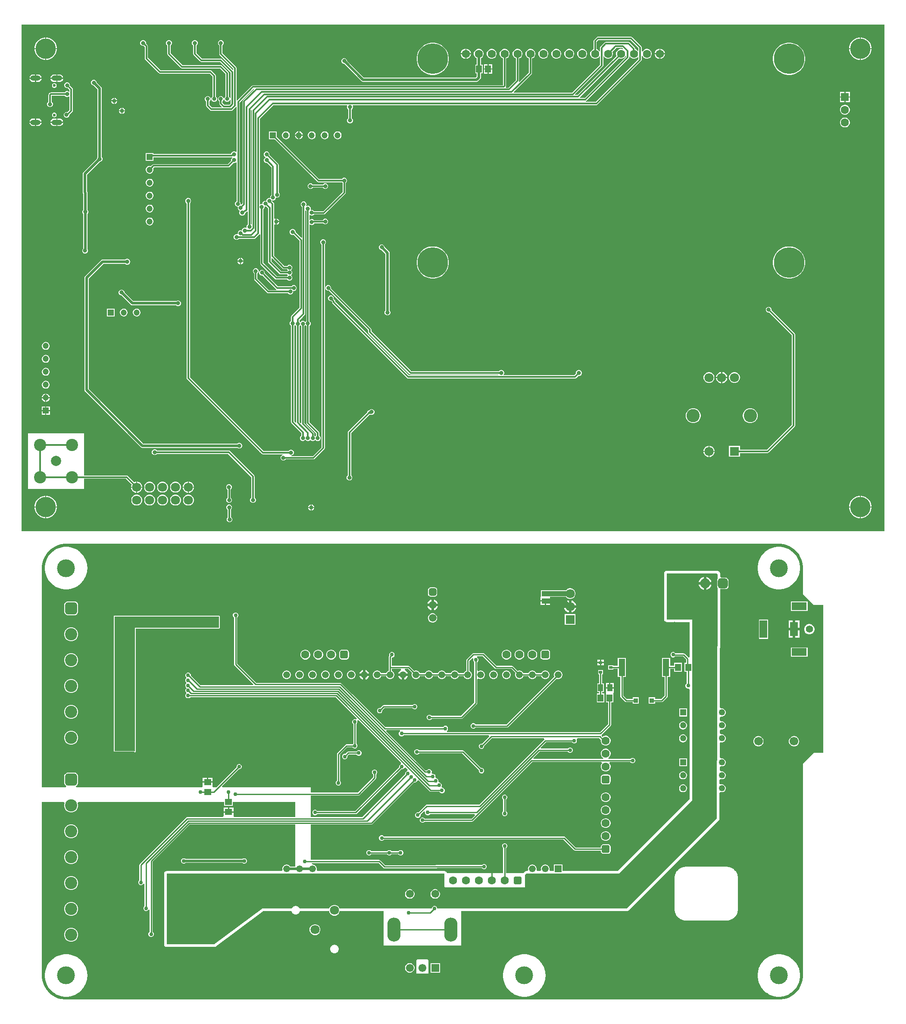
<source format=gbr>
%TF.GenerationSoftware,Altium Limited,Altium Designer,22.11.1 (43)*%
G04 Layer_Physical_Order=2*
G04 Layer_Color=16711680*
%FSLAX43Y43*%
%MOMM*%
%TF.SameCoordinates,25A6F12C-B93B-4C7C-9F5B-633324915364*%
%TF.FilePolarity,Positive*%
%TF.FileFunction,Copper,L2,Bot,Signal*%
%TF.Part,CustomerPanel*%
G01*
G75*
%TA.AperFunction,SMDPad,CuDef*%
%ADD15R,1.150X1.450*%
%TA.AperFunction,Conductor*%
%ADD29C,0.300*%
%ADD30C,0.500*%
%TA.AperFunction,SMDPad,CuDef*%
%ADD31R,1.450X1.200*%
%ADD37R,1.356X1.055*%
%ADD40R,1.150X1.450*%
%ADD41R,1.200X1.450*%
%ADD42R,0.700X0.600*%
%ADD56R,1.000X1.350*%
%TA.AperFunction,Conductor*%
%ADD68C,0.280*%
%ADD69C,2.000*%
%ADD70C,0.480*%
%ADD71C,1.000*%
%TA.AperFunction,ComponentPad*%
%ADD73R,1.200X1.200*%
%ADD74C,1.200*%
%ADD75C,1.600*%
%ADD76C,6.000*%
%ADD77C,1.800*%
%ADD78C,0.600*%
%ADD79C,2.600*%
%ADD80R,1.800X1.800*%
%ADD81R,1.600X1.600*%
%ADD82R,1.200X1.200*%
%ADD83C,2.400*%
%ADD84C,2.000*%
%ADD85O,2.100X1.050*%
%ADD86O,2.000X1.000*%
%TA.AperFunction,ViaPad*%
%ADD87C,0.800*%
%ADD88C,4.000*%
%TA.AperFunction,ComponentPad*%
G04:AMPARAMS|DCode=89|XSize=2.6mm|YSize=4.7mm|CornerRadius=1.3mm|HoleSize=0mm|Usage=FLASHONLY|Rotation=180.000|XOffset=0mm|YOffset=0mm|HoleType=Round|Shape=RoundedRectangle|*
%AMROUNDEDRECTD89*
21,1,2.600,2.100,0,0,180.0*
21,1,0.000,4.700,0,0,180.0*
1,1,2.600,0.000,1.050*
1,1,2.600,0.000,1.050*
1,1,2.600,0.000,-1.050*
1,1,2.600,0.000,-1.050*
%
%ADD89ROUNDEDRECTD89*%
%ADD90C,1.550*%
%ADD91R,1.550X1.550*%
%ADD92C,1.337*%
%ADD93R,1.337X1.337*%
%ADD94R,1.250X1.250*%
%ADD95C,1.250*%
%ADD96C,1.700*%
%ADD97R,3.000X1.500*%
%ADD98C,1.400*%
%ADD99R,1.500X3.500*%
%ADD100R,1.500X2.800*%
G04:AMPARAMS|DCode=101|XSize=2.4mm|YSize=2.4mm|CornerRadius=0.6mm|HoleSize=0mm|Usage=FLASHONLY|Rotation=270.000|XOffset=0mm|YOffset=0mm|HoleType=Round|Shape=RoundedRectangle|*
%AMROUNDEDRECTD101*
21,1,2.400,1.200,0,0,270.0*
21,1,1.200,2.400,0,0,270.0*
1,1,1.200,-0.600,-0.600*
1,1,1.200,-0.600,0.600*
1,1,1.200,0.600,0.600*
1,1,1.200,0.600,-0.600*
%
%ADD101ROUNDEDRECTD101*%
G04:AMPARAMS|DCode=102|XSize=1.6mm|YSize=1.6mm|CornerRadius=0.4mm|HoleSize=0mm|Usage=FLASHONLY|Rotation=180.000|XOffset=0mm|YOffset=0mm|HoleType=Round|Shape=RoundedRectangle|*
%AMROUNDEDRECTD102*
21,1,1.600,0.800,0,0,180.0*
21,1,0.800,1.600,0,0,180.0*
1,1,0.800,-0.400,0.400*
1,1,0.800,0.400,0.400*
1,1,0.800,0.400,-0.400*
1,1,0.800,-0.400,-0.400*
%
%ADD102ROUNDEDRECTD102*%
G04:AMPARAMS|DCode=103|XSize=1.5mm|YSize=1.5mm|CornerRadius=0.375mm|HoleSize=0mm|Usage=FLASHONLY|Rotation=270.000|XOffset=0mm|YOffset=0mm|HoleType=Round|Shape=RoundedRectangle|*
%AMROUNDEDRECTD103*
21,1,1.500,0.750,0,0,270.0*
21,1,0.750,1.500,0,0,270.0*
1,1,0.750,-0.375,-0.375*
1,1,0.750,-0.375,0.375*
1,1,0.750,0.375,0.375*
1,1,0.750,0.375,-0.375*
%
%ADD103ROUNDEDRECTD103*%
%ADD104C,1.500*%
%TA.AperFunction,ViaPad*%
%ADD105C,3.500*%
%TA.AperFunction,ComponentPad*%
%ADD106C,1.950*%
G04:AMPARAMS|DCode=107|XSize=1.95mm|YSize=1.95mm|CornerRadius=0.488mm|HoleSize=0mm|Usage=FLASHONLY|Rotation=180.000|XOffset=0mm|YOffset=0mm|HoleType=Round|Shape=RoundedRectangle|*
%AMROUNDEDRECTD107*
21,1,1.950,0.975,0,0,180.0*
21,1,0.975,1.950,0,0,180.0*
1,1,0.975,-0.488,0.488*
1,1,0.975,0.488,0.488*
1,1,0.975,0.488,-0.488*
1,1,0.975,-0.488,-0.488*
%
%ADD107ROUNDEDRECTD107*%
G04:AMPARAMS|DCode=108|XSize=1.6mm|YSize=1.6mm|CornerRadius=0.4mm|HoleSize=0mm|Usage=FLASHONLY|Rotation=90.000|XOffset=0mm|YOffset=0mm|HoleType=Round|Shape=RoundedRectangle|*
%AMROUNDEDRECTD108*
21,1,1.600,0.800,0,0,90.0*
21,1,0.800,1.600,0,0,90.0*
1,1,0.800,0.400,0.400*
1,1,0.800,0.400,-0.400*
1,1,0.800,-0.400,-0.400*
1,1,0.800,-0.400,0.400*
%
%ADD108ROUNDEDRECTD108*%
%TA.AperFunction,ViaPad*%
%ADD109C,0.750*%
%TA.AperFunction,SMDPad,CuDef*%
%ADD110R,1.300X3.400*%
%ADD111R,0.900X0.950*%
G36*
X176745Y99255D02*
X7255D01*
Y198745D01*
X176745D01*
X176745Y99255D01*
D02*
G37*
G36*
X156928Y96664D02*
X157529Y96503D01*
X158103Y96265D01*
X158642Y95954D01*
X159135Y95575D01*
X159575Y95135D01*
X159954Y94642D01*
X160265Y94103D01*
X160503Y93529D01*
X160664Y92928D01*
X160745Y92311D01*
Y92000D01*
Y87000D01*
X160765Y86902D01*
X160820Y86820D01*
X162820Y84820D01*
X162902Y84765D01*
X163000Y84745D01*
X164745D01*
Y83000D01*
X164745Y56000D01*
Y55755D01*
X163000D01*
X162902Y55735D01*
X162820Y55680D01*
X160820Y53680D01*
X160765Y53598D01*
X160745Y53500D01*
Y53000D01*
X160745Y52000D01*
X160745Y12000D01*
Y11689D01*
X160664Y11072D01*
X160503Y10471D01*
X160265Y9897D01*
X159954Y9358D01*
X159575Y8865D01*
X159135Y8425D01*
X158642Y8046D01*
X158103Y7735D01*
X157529Y7497D01*
X156928Y7336D01*
X156311Y7255D01*
X15689D01*
X15072Y7336D01*
X14471Y7497D01*
X13897Y7735D01*
X13358Y8046D01*
X12865Y8425D01*
X12425Y8865D01*
X12046Y9358D01*
X11735Y9897D01*
X11497Y10471D01*
X11336Y11072D01*
X11255Y11689D01*
Y12000D01*
Y46100D01*
X15587D01*
X15722Y45850D01*
X15649Y45578D01*
Y45222D01*
X15741Y44879D01*
X15919Y44570D01*
X16170Y44319D01*
X16479Y44141D01*
X16822Y44049D01*
X17178D01*
X17521Y44141D01*
X17830Y44319D01*
X18081Y44570D01*
X18259Y44879D01*
X18351Y45222D01*
Y45578D01*
X18278Y45850D01*
X18413Y46100D01*
X47026D01*
Y45349D01*
X48778D01*
Y46100D01*
X61000D01*
Y43097D01*
X49069D01*
X48881Y43246D01*
X48881Y43347D01*
Y43973D01*
X46923D01*
Y43347D01*
X46923Y43246D01*
X46734Y43097D01*
X39800D01*
X39800Y43097D01*
X39686Y43074D01*
X39590Y43010D01*
X39590Y43010D01*
X30490Y33910D01*
X30426Y33814D01*
X30403Y33700D01*
X30403Y33700D01*
Y30726D01*
X30402Y30726D01*
X30254Y30578D01*
X30174Y30385D01*
Y30175D01*
X30254Y29982D01*
X30402Y29834D01*
X30595Y29754D01*
X30805D01*
X30998Y29834D01*
X31146Y29982D01*
X31153Y30000D01*
X31403Y29950D01*
Y25646D01*
X31402Y25646D01*
X31254Y25498D01*
X31174Y25305D01*
Y25095D01*
X31254Y24902D01*
X31402Y24754D01*
X31595Y24674D01*
X31805D01*
X31998Y24754D01*
X32146Y24902D01*
X32153Y24920D01*
X32403Y24870D01*
Y20566D01*
X32402Y20566D01*
X32254Y20418D01*
X32174Y20225D01*
Y20015D01*
X32254Y19822D01*
X32402Y19674D01*
X32595Y19594D01*
X32805D01*
X32998Y19674D01*
X33146Y19822D01*
X33226Y20015D01*
Y20225D01*
X33146Y20418D01*
X32998Y20566D01*
X32997Y20566D01*
Y34358D01*
X40280Y41641D01*
X61000D01*
Y33349D01*
X60046D01*
X59986Y33453D01*
X59833Y33606D01*
X59646Y33714D01*
X59438Y33770D01*
X59222D01*
X59014Y33714D01*
X58827Y33606D01*
X58674Y33453D01*
X58566Y33266D01*
X58511Y33058D01*
Y32842D01*
X58533Y32760D01*
X58370Y32510D01*
X35750D01*
X35555Y32471D01*
X35390Y32360D01*
X35279Y32195D01*
X35240Y32000D01*
Y25127D01*
Y18100D01*
X35279Y17905D01*
X35390Y17740D01*
X35555Y17629D01*
X35750Y17590D01*
X45100D01*
X45161Y17602D01*
X45223Y17605D01*
X45258Y17622D01*
X45295Y17629D01*
X45347Y17664D01*
X45403Y17690D01*
X54768Y24617D01*
X60261D01*
X60297Y24482D01*
X60409Y24287D01*
X60567Y24129D01*
X60762Y24017D01*
X60978Y23959D01*
X61202D01*
X61418Y24017D01*
X61613Y24129D01*
X61771Y24287D01*
X61883Y24482D01*
X61919Y24617D01*
X67674D01*
X67731Y24404D01*
X67869Y24165D01*
X68065Y23969D01*
X68304Y23831D01*
X68572Y23759D01*
X68848D01*
X69116Y23831D01*
X69355Y23969D01*
X69551Y24165D01*
X69689Y24404D01*
X69746Y24617D01*
X78337D01*
Y18000D01*
X78384Y17884D01*
X78500Y17837D01*
X93413D01*
X93529Y17884D01*
X93577Y18000D01*
Y24617D01*
X126127D01*
X126322Y24656D01*
X126488Y24767D01*
X144188Y42467D01*
X144243Y42549D01*
X144298Y42631D01*
X144298Y42632D01*
X144298Y42632D01*
X144318Y42729D01*
X144337Y42825D01*
X144357Y47863D01*
X144608Y48011D01*
X144708Y47984D01*
X144912D01*
X145110Y48037D01*
X145286Y48139D01*
X145431Y48284D01*
X145533Y48460D01*
X145586Y48658D01*
Y48862D01*
X145533Y49060D01*
X145431Y49236D01*
X145286Y49381D01*
X145110Y49483D01*
X144912Y49536D01*
X144708D01*
X144614Y49511D01*
X144365Y49662D01*
X144368Y50395D01*
X144618Y50548D01*
X144708Y50524D01*
X144912D01*
X145110Y50577D01*
X145286Y50679D01*
X145431Y50824D01*
X145533Y51000D01*
X145586Y51198D01*
Y51402D01*
X145533Y51600D01*
X145431Y51776D01*
X145286Y51921D01*
X145110Y52023D01*
X144912Y52076D01*
X144708D01*
X144624Y52054D01*
X144375Y52210D01*
X144378Y52928D01*
X144628Y53085D01*
X144708Y53064D01*
X144912D01*
X145110Y53117D01*
X145286Y53219D01*
X145431Y53364D01*
X145533Y53540D01*
X145586Y53738D01*
Y53942D01*
X145533Y54140D01*
X145431Y54316D01*
X145286Y54461D01*
X145110Y54563D01*
X144912Y54616D01*
X144708D01*
X144634Y54596D01*
X144385Y54758D01*
X144396Y57633D01*
X144647Y57800D01*
X144708Y57784D01*
X144912D01*
X145110Y57837D01*
X145286Y57939D01*
X145431Y58084D01*
X145533Y58260D01*
X145586Y58458D01*
Y58662D01*
X145533Y58860D01*
X145431Y59036D01*
X145286Y59181D01*
X145110Y59283D01*
X144912Y59336D01*
X144708D01*
X144653Y59321D01*
X144404Y59492D01*
X144407Y60165D01*
X144657Y60338D01*
X144708Y60324D01*
X144912D01*
X145110Y60377D01*
X145286Y60479D01*
X145431Y60624D01*
X145533Y60800D01*
X145586Y60998D01*
Y61202D01*
X145533Y61400D01*
X145431Y61576D01*
X145286Y61721D01*
X145110Y61823D01*
X144912Y61876D01*
X144708D01*
X144663Y61864D01*
X144414Y62040D01*
X144417Y62698D01*
X144667Y62875D01*
X144708Y62864D01*
X144912D01*
X145110Y62917D01*
X145286Y63019D01*
X145431Y63164D01*
X145533Y63340D01*
X145586Y63538D01*
Y63742D01*
X145533Y63940D01*
X145431Y64116D01*
X145286Y64261D01*
X145110Y64363D01*
X144912Y64416D01*
X144708D01*
X144674Y64407D01*
X144424Y64588D01*
X144517Y87723D01*
X144517Y87861D01*
X145488D01*
X145737Y87911D01*
X145948Y88052D01*
X146089Y88263D01*
X146139Y88512D01*
Y89488D01*
X146089Y89737D01*
X145948Y89948D01*
X145737Y90089D01*
X145488Y90139D01*
X144703D01*
X144527Y90316D01*
X144529Y90801D01*
X144529Y90801D01*
X144529Y90802D01*
X144510Y90900D01*
X144491Y90996D01*
X144491Y90997D01*
X144491Y90997D01*
X144436Y91080D01*
X144381Y91162D01*
X144381Y91162D01*
X144380Y91163D01*
X144204Y91340D01*
X144204Y91340D01*
X144203Y91341D01*
X144122Y91395D01*
X144039Y91451D01*
X144038Y91451D01*
X144038Y91451D01*
X143941Y91470D01*
X143844Y91490D01*
X143843Y91490D01*
X143843Y91490D01*
X134000D01*
X133805Y91451D01*
X133640Y91341D01*
X133529Y91175D01*
X133490Y90980D01*
X133490Y81920D01*
X133529Y81725D01*
X133640Y81560D01*
X133805Y81449D01*
X134000Y81410D01*
X138490D01*
Y74522D01*
X138460Y74499D01*
X138240Y74429D01*
X137511Y75158D01*
X137415Y75222D01*
X137302Y75245D01*
X137302Y75245D01*
X135718D01*
X135696Y75298D01*
X135548Y75446D01*
X135355Y75526D01*
X135145D01*
X134952Y75446D01*
X134804Y75298D01*
X134724Y75105D01*
Y74895D01*
X134804Y74702D01*
X134952Y74554D01*
X135145Y74474D01*
X135355D01*
X135548Y74554D01*
X135646Y74652D01*
X137179D01*
X137789Y74041D01*
Y73376D01*
X137439D01*
Y71624D01*
X137893D01*
Y69342D01*
X137892Y69341D01*
X137744Y69193D01*
X137664Y69000D01*
Y68791D01*
X137744Y68597D01*
X137892Y68449D01*
X138085Y68369D01*
X138295D01*
X138490Y68180D01*
Y46647D01*
X124353Y32510D01*
X113490D01*
Y33770D01*
X111851D01*
Y32510D01*
X111090D01*
X110927Y32760D01*
X110950Y32842D01*
Y33058D01*
X110894Y33266D01*
X110786Y33453D01*
X110633Y33606D01*
X110446Y33714D01*
X110238Y33770D01*
X110022D01*
X109814Y33714D01*
X109627Y33606D01*
X109474Y33453D01*
X109366Y33266D01*
X109311Y33058D01*
Y32842D01*
X109333Y32760D01*
X109170Y32510D01*
X108550D01*
X108387Y32760D01*
X108410Y32842D01*
Y33058D01*
X108354Y33266D01*
X108246Y33453D01*
X108093Y33606D01*
X107906Y33714D01*
X107698Y33770D01*
X107482D01*
X107274Y33714D01*
X107087Y33606D01*
X106934Y33453D01*
X106826Y33266D01*
X106771Y33058D01*
Y32842D01*
X106793Y32760D01*
X106630Y32510D01*
X106393D01*
X106382Y32508D01*
X106371Y32509D01*
X106285Y32488D01*
X106198Y32471D01*
X106188Y32465D01*
X106177Y32462D01*
X106106Y32410D01*
X106032Y32360D01*
X106026Y32351D01*
X106017Y32345D01*
X105805Y32113D01*
X102457D01*
Y37004D01*
X102458Y37004D01*
X102606Y37152D01*
X102686Y37345D01*
Y37555D01*
X102606Y37748D01*
X102458Y37896D01*
X102265Y37976D01*
X102055D01*
X101862Y37896D01*
X101714Y37748D01*
X101634Y37555D01*
Y37345D01*
X101714Y37152D01*
X101862Y37004D01*
X101863Y37004D01*
Y32113D01*
X90814D01*
X90808Y32145D01*
X90780Y32187D01*
X90760Y32233D01*
X90727Y32283D01*
X90692Y32319D01*
X90664Y32360D01*
X90622Y32388D01*
X90586Y32424D01*
X90540Y32443D01*
X90498Y32471D01*
X90449Y32481D01*
X90403Y32500D01*
X90352Y32500D01*
X90303Y32510D01*
X65370D01*
X65207Y32760D01*
X65229Y32842D01*
Y33058D01*
X65174Y33266D01*
X65066Y33453D01*
X64913Y33606D01*
X64726Y33714D01*
X64518Y33770D01*
X64454D01*
X64273Y34007D01*
X64302Y34090D01*
X77391D01*
X78356Y33124D01*
X78356Y33124D01*
X78452Y33060D01*
X78566Y33037D01*
X88671D01*
X88671Y33037D01*
X88784Y33060D01*
X88849Y33103D01*
X97649D01*
X97654Y33090D01*
X97802Y32942D01*
X97995Y32862D01*
X98205D01*
X98398Y32942D01*
X98546Y33090D01*
X98626Y33283D01*
Y33493D01*
X98546Y33686D01*
X98398Y33834D01*
X98205Y33914D01*
X97995D01*
X97802Y33834D01*
X97665Y33697D01*
X88737D01*
X88623Y33674D01*
X88558Y33631D01*
X78689D01*
X77724Y34596D01*
X77627Y34660D01*
X77514Y34683D01*
X77514Y34683D01*
X64059D01*
Y41641D01*
X75981D01*
X75981Y41641D01*
X76094Y41664D01*
X76190Y41728D01*
X84363Y49901D01*
X84364Y49900D01*
X84573D01*
X84767Y49980D01*
X84915Y50128D01*
X84965Y50249D01*
X85171Y50323D01*
X85245Y50323D01*
X87412Y48156D01*
X87412Y48156D01*
X87508Y48092D01*
X87622Y48069D01*
X87622Y48069D01*
X89374D01*
X89393Y48024D01*
X89541Y47876D01*
X89734Y47796D01*
X89944D01*
X90137Y47876D01*
X90285Y48024D01*
X90365Y48217D01*
Y48426D01*
X90285Y48620D01*
X90137Y48768D01*
X89944Y48848D01*
X89873D01*
X89817Y48912D01*
X89734Y49098D01*
X89789Y49230D01*
Y49440D01*
X89709Y49633D01*
X89561Y49781D01*
X89368Y49861D01*
X89325D01*
X89152Y50096D01*
Y50305D01*
X89072Y50499D01*
X88924Y50647D01*
X88730Y50727D01*
X88569Y50973D01*
Y51183D01*
X88489Y51376D01*
X88341Y51524D01*
X88148Y51604D01*
X87991D01*
X87862Y51734D01*
X87810Y51822D01*
X87825Y51858D01*
Y52067D01*
X87745Y52260D01*
X87597Y52408D01*
X87404Y52488D01*
X87195D01*
X87001Y52408D01*
X86853Y52260D01*
X86853Y52259D01*
X86586D01*
X78873Y59972D01*
X78969Y60203D01*
X81570D01*
X81620Y59953D01*
X81602Y59946D01*
X81454Y59798D01*
X81374Y59605D01*
Y59395D01*
X81454Y59202D01*
X81602Y59054D01*
X81795Y58974D01*
X82005D01*
X82198Y59054D01*
X82346Y59202D01*
X82346Y59203D01*
X99030D01*
X99134Y58953D01*
X97706Y57525D01*
X97705Y57526D01*
X97495D01*
X97302Y57446D01*
X97154Y57298D01*
X97074Y57105D01*
Y56895D01*
X97154Y56702D01*
X97302Y56554D01*
X97495Y56474D01*
X97705D01*
X97898Y56554D01*
X98046Y56702D01*
X98126Y56895D01*
Y57105D01*
X98125Y57106D01*
X99623Y58603D01*
X109905D01*
X109976Y58353D01*
X109941Y58330D01*
X109941Y58330D01*
X97158Y45547D01*
X86850D01*
X86736Y45524D01*
X86640Y45460D01*
X86640Y45460D01*
X85206Y44025D01*
X85205Y44026D01*
X84995D01*
X84802Y43946D01*
X84654Y43798D01*
X84574Y43605D01*
Y43395D01*
X84654Y43202D01*
X84802Y43054D01*
X84995Y42974D01*
X85205D01*
X85398Y43054D01*
X85546Y43202D01*
X85626Y43395D01*
Y43605D01*
X85625Y43606D01*
X86317Y44298D01*
X86529Y44156D01*
X86508Y44105D01*
Y43895D01*
X86588Y43702D01*
X86736Y43554D01*
X86929Y43474D01*
X87139D01*
X87332Y43554D01*
X87480Y43702D01*
X87480Y43703D01*
X96207D01*
X96302Y43472D01*
X95627Y42797D01*
X86446D01*
X86446Y42798D01*
X86298Y42946D01*
X86105Y43026D01*
X85895D01*
X85702Y42946D01*
X85554Y42798D01*
X85474Y42605D01*
Y42395D01*
X85554Y42202D01*
X85702Y42054D01*
X85895Y41974D01*
X86105D01*
X86298Y42054D01*
X86446Y42202D01*
X86446Y42203D01*
X95750D01*
X95750Y42203D01*
X95863Y42226D01*
X95960Y42290D01*
X107573Y53903D01*
X121165D01*
X121268Y53653D01*
X121239Y53624D01*
X121114Y53407D01*
X121049Y53165D01*
Y52915D01*
X121114Y52673D01*
X121239Y52456D01*
X121416Y52279D01*
X121633Y52154D01*
X121875Y52089D01*
X122125D01*
X122367Y52154D01*
X122584Y52279D01*
X122761Y52456D01*
X122886Y52673D01*
X122951Y52915D01*
Y53165D01*
X122886Y53407D01*
X122761Y53624D01*
X122732Y53653D01*
X122835Y53903D01*
X126829D01*
X126829Y53902D01*
X126977Y53754D01*
X127170Y53674D01*
X127380D01*
X127573Y53754D01*
X127721Y53902D01*
X127801Y54095D01*
Y54305D01*
X127721Y54498D01*
X127573Y54646D01*
X127380Y54726D01*
X127170D01*
X126977Y54646D01*
X126829Y54498D01*
X126829Y54497D01*
X122526D01*
X122459Y54747D01*
X122584Y54819D01*
X122761Y54996D01*
X122886Y55213D01*
X122951Y55455D01*
Y55705D01*
X122886Y55947D01*
X122761Y56164D01*
X122584Y56341D01*
X122367Y56466D01*
X122125Y56531D01*
X121875D01*
X121633Y56466D01*
X121416Y56341D01*
X121239Y56164D01*
X121114Y55947D01*
X121049Y55705D01*
Y55455D01*
X121114Y55213D01*
X121239Y54996D01*
X121416Y54819D01*
X121541Y54747D01*
X121474Y54497D01*
X107883D01*
X107787Y54728D01*
X109009Y55949D01*
X114554D01*
X114554Y55948D01*
X114702Y55800D01*
X114895Y55720D01*
X115105D01*
X115298Y55800D01*
X115446Y55948D01*
X115526Y56141D01*
Y56351D01*
X115446Y56544D01*
X115298Y56692D01*
X115105Y56772D01*
X114895D01*
X114702Y56692D01*
X114554Y56544D01*
X114554Y56543D01*
X109320D01*
X109224Y56774D01*
X110274Y57823D01*
X115370D01*
X115370Y57822D01*
X115518Y57674D01*
X115712Y57594D01*
X115921D01*
X116114Y57674D01*
X116262Y57822D01*
X116342Y58015D01*
Y58225D01*
X116289Y58353D01*
X116376Y58543D01*
X116431Y58603D01*
X120740D01*
X121059Y58284D01*
X121049Y58245D01*
Y57995D01*
X121114Y57753D01*
X121239Y57536D01*
X121416Y57359D01*
X121633Y57234D01*
X121875Y57169D01*
X122125D01*
X122367Y57234D01*
X122584Y57359D01*
X122761Y57536D01*
X122886Y57753D01*
X122951Y57995D01*
Y58245D01*
X122886Y58487D01*
X122761Y58704D01*
X122584Y58881D01*
X122367Y59006D01*
X122125Y59071D01*
X121875D01*
X121633Y59006D01*
X121416Y58881D01*
X121359Y58824D01*
X121186Y58996D01*
X121180Y59015D01*
X121209Y59286D01*
X121222Y59302D01*
X122960Y61040D01*
X122960Y61040D01*
X123024Y61136D01*
X123047Y61250D01*
X123047Y61250D01*
Y65624D01*
X123476D01*
X123476Y67353D01*
X123554Y67571D01*
X123554Y67594D01*
Y68373D01*
X122800D01*
X122046D01*
Y67617D01*
X122024Y67376D01*
X122024Y67330D01*
Y65624D01*
X122453D01*
Y61373D01*
X120877Y59797D01*
X90830D01*
X90780Y60047D01*
X90798Y60054D01*
X90946Y60202D01*
X91026Y60395D01*
Y60605D01*
X90946Y60798D01*
X90798Y60946D01*
X90605Y61026D01*
X90395D01*
X90202Y60946D01*
X90054Y60798D01*
X90054Y60797D01*
X78729D01*
X72355Y67171D01*
X72259Y67235D01*
X72210Y67244D01*
X70095Y69360D01*
X69999Y69424D01*
X69885Y69447D01*
X69885Y69447D01*
X53371D01*
X49597Y73221D01*
Y82303D01*
X49598Y82303D01*
X49746Y82451D01*
X49826Y82644D01*
Y82854D01*
X49746Y83047D01*
X49598Y83195D01*
X49405Y83275D01*
X49195D01*
X49002Y83195D01*
X48854Y83047D01*
X48774Y82854D01*
Y82644D01*
X48854Y82451D01*
X49002Y82303D01*
X49003Y82303D01*
Y73098D01*
X49003Y73098D01*
X49026Y72984D01*
X49090Y72888D01*
X52766Y69212D01*
X52670Y68981D01*
X42410D01*
X40486Y70906D01*
Y71054D01*
X40406Y71247D01*
X40258Y71395D01*
X40064Y71475D01*
X39855D01*
X39662Y71395D01*
X39514Y71247D01*
X39434Y71054D01*
Y70845D01*
X39514Y70651D01*
X39553Y70612D01*
X39634Y70448D01*
X39553Y70285D01*
X39514Y70245D01*
X39434Y70052D01*
Y69843D01*
X39514Y69650D01*
X39553Y69610D01*
X39634Y69447D01*
X39553Y69283D01*
X39514Y69244D01*
X39434Y69050D01*
Y68841D01*
X39514Y68648D01*
X39546Y68615D01*
X39636Y68452D01*
X39546Y68289D01*
X39514Y68256D01*
X39434Y68063D01*
Y67854D01*
X39514Y67661D01*
X39551Y67623D01*
X39635Y67460D01*
X39551Y67296D01*
X39514Y67259D01*
X39434Y67065D01*
Y66856D01*
X39514Y66663D01*
X39662Y66515D01*
X39855Y66435D01*
X40064D01*
X40258Y66515D01*
X40406Y66663D01*
X40406Y66664D01*
X68904D01*
X73089Y62479D01*
X72948Y62267D01*
X72805Y62326D01*
X72595D01*
X72402Y62246D01*
X72254Y62098D01*
X72174Y61905D01*
Y61695D01*
X72254Y61502D01*
X72402Y61354D01*
X72403Y61354D01*
Y57546D01*
X72402Y57546D01*
X72254Y57398D01*
X72254Y57397D01*
X71090D01*
X71090Y57397D01*
X70976Y57374D01*
X70880Y57310D01*
X70880Y57310D01*
X69280Y55710D01*
X69216Y55614D01*
X69193Y55500D01*
X69193Y55500D01*
Y50246D01*
X69192Y50246D01*
X69044Y50098D01*
X68964Y49905D01*
Y49695D01*
X69044Y49502D01*
X69192Y49354D01*
X69385Y49274D01*
X69595D01*
X69788Y49354D01*
X69936Y49502D01*
X70016Y49695D01*
Y49905D01*
X69936Y50098D01*
X69788Y50246D01*
X69787Y50246D01*
Y55377D01*
X71213Y56803D01*
X72254D01*
X72254Y56802D01*
X72402Y56654D01*
X72595Y56574D01*
X72805D01*
X72998Y56654D01*
X73146Y56802D01*
X73226Y56995D01*
Y57205D01*
X73146Y57398D01*
X72998Y57546D01*
X72997Y57546D01*
Y61354D01*
X72998Y61354D01*
X73146Y61502D01*
X73226Y61695D01*
Y61905D01*
X73167Y62048D01*
X73379Y62189D01*
X81801Y53767D01*
X81728Y53486D01*
X81655Y53456D01*
X81507Y53308D01*
X81427Y53115D01*
Y52951D01*
X72773Y44297D01*
X65346D01*
X65346Y44298D01*
X65198Y44446D01*
X65005Y44526D01*
X64795D01*
X64602Y44446D01*
X64454Y44298D01*
X64374Y44105D01*
Y43895D01*
X64454Y43702D01*
X64602Y43554D01*
X64795Y43474D01*
X65005D01*
X65198Y43554D01*
X65346Y43702D01*
X65346Y43703D01*
X72896D01*
X72896Y43703D01*
X73009Y43726D01*
X73105Y43790D01*
X81814Y52498D01*
X81849Y52484D01*
X82058D01*
X82251Y52564D01*
X82399Y52712D01*
X82429Y52785D01*
X82710Y52858D01*
X83138Y52430D01*
X83048Y52180D01*
X82855Y52100D01*
X82707Y51952D01*
X82627Y51759D01*
Y51578D01*
X74145Y43097D01*
X64059D01*
Y47303D01*
X73435D01*
X73435Y47303D01*
X73549Y47326D01*
X73645Y47390D01*
X76817Y50562D01*
X76817Y50562D01*
X76881Y50658D01*
X76904Y50772D01*
X76904Y50772D01*
Y51467D01*
X76905Y51467D01*
X77053Y51615D01*
X77133Y51809D01*
Y52018D01*
X77053Y52211D01*
X76905Y52359D01*
X76711Y52439D01*
X76502D01*
X76309Y52359D01*
X76161Y52211D01*
X76081Y52018D01*
Y51809D01*
X76161Y51615D01*
X76309Y51467D01*
X76310Y51467D01*
Y50895D01*
X73312Y47897D01*
X64059D01*
Y48962D01*
X46709D01*
X46613Y49193D01*
X49894Y52475D01*
X49895Y52474D01*
X50105D01*
X50298Y52554D01*
X50446Y52702D01*
X50526Y52895D01*
Y53105D01*
X50446Y53298D01*
X50298Y53446D01*
X50105Y53526D01*
X49895D01*
X49702Y53446D01*
X49554Y53298D01*
X49474Y53105D01*
Y52895D01*
X49475Y52894D01*
X45543Y48962D01*
X44939D01*
X44779Y49146D01*
X44779Y49212D01*
Y49873D01*
X43800D01*
X42821D01*
Y49212D01*
X42821Y49146D01*
X42661Y48962D01*
X18000D01*
X17951Y49212D01*
X17979Y49224D01*
X18136Y49344D01*
X18256Y49501D01*
X18332Y49684D01*
X18357Y49880D01*
Y51080D01*
X18332Y51276D01*
X18256Y51459D01*
X18136Y51616D01*
X17979Y51736D01*
X17796Y51812D01*
X17600Y51837D01*
X16400D01*
X16204Y51812D01*
X16021Y51736D01*
X15864Y51616D01*
X15744Y51459D01*
X15668Y51276D01*
X15643Y51080D01*
Y49880D01*
X15668Y49684D01*
X15744Y49501D01*
X15864Y49344D01*
X16021Y49224D01*
X16049Y49212D01*
X16000Y48962D01*
X11255D01*
X11255Y92000D01*
X11255Y92311D01*
X11336Y92928D01*
X11497Y93529D01*
X11735Y94103D01*
X12046Y94642D01*
X12425Y95135D01*
X12865Y95575D01*
X13358Y95954D01*
X13897Y96265D01*
X14471Y96503D01*
X15072Y96664D01*
X15689Y96745D01*
X16000Y96745D01*
X156311D01*
X156928Y96664D01*
D02*
G37*
G36*
X144019Y90803D02*
X144016Y89893D01*
X143911Y89737D01*
X143861Y89488D01*
Y88512D01*
X143911Y88263D01*
X144008Y88118D01*
X144007Y87725D01*
X143827Y42827D01*
X126127Y25127D01*
X88899D01*
Y25232D01*
X88819Y25425D01*
X88671Y25573D01*
X88477Y25653D01*
X88268D01*
X88075Y25573D01*
X87927Y25425D01*
X87847Y25232D01*
Y25127D01*
X69713D01*
X69689Y25216D01*
X69551Y25455D01*
X69355Y25651D01*
X69116Y25789D01*
X68848Y25861D01*
X68572D01*
X68304Y25789D01*
X68065Y25651D01*
X67869Y25455D01*
X67731Y25216D01*
X67707Y25127D01*
X61886D01*
X61883Y25138D01*
X61771Y25333D01*
X61613Y25491D01*
X61418Y25603D01*
X61202Y25661D01*
X60978D01*
X60762Y25603D01*
X60567Y25491D01*
X60409Y25333D01*
X60297Y25138D01*
X60294Y25127D01*
X54600D01*
X45100Y18100D01*
X35750D01*
Y25127D01*
Y32000D01*
X90303Y32000D01*
X90337Y31950D01*
Y29450D01*
X90384Y29334D01*
X90500Y29287D01*
X106000D01*
X106116Y29334D01*
X106163Y29450D01*
Y31750D01*
X106393Y32000D01*
X124564D01*
X139000Y46436D01*
Y81920D01*
X134000D01*
X134000Y90980D01*
X143843D01*
X144019Y90803D01*
D02*
G37*
%LPC*%
G36*
X172217Y196200D02*
X172100D01*
Y194100D01*
X174200D01*
Y194217D01*
X174115Y194642D01*
X173950Y195042D01*
X173709Y195402D01*
X173402Y195709D01*
X173042Y195950D01*
X172642Y196115D01*
X172217Y196200D01*
D02*
G37*
G36*
X171900D02*
X171783D01*
X171358Y196115D01*
X170958Y195950D01*
X170598Y195709D01*
X170291Y195402D01*
X170050Y195042D01*
X169885Y194642D01*
X169800Y194217D01*
Y194100D01*
X171900D01*
Y196200D01*
D02*
G37*
G36*
X12217D02*
X12100D01*
Y194100D01*
X14200D01*
Y194217D01*
X14115Y194642D01*
X13950Y195042D01*
X13709Y195402D01*
X13402Y195709D01*
X13042Y195950D01*
X12642Y196115D01*
X12217Y196200D01*
D02*
G37*
G36*
X11900D02*
X11783D01*
X11358Y196115D01*
X10958Y195950D01*
X10598Y195709D01*
X10291Y195402D01*
X10050Y195042D01*
X9885Y194642D01*
X9800Y194217D01*
Y194100D01*
X11900D01*
Y196200D01*
D02*
G37*
G36*
X132752Y194000D02*
X132720D01*
Y193100D01*
X133620D01*
Y193132D01*
X133552Y193386D01*
X133420Y193614D01*
X133234Y193800D01*
X133006Y193932D01*
X132752Y194000D01*
D02*
G37*
G36*
X132520D02*
X132488D01*
X132234Y193932D01*
X132006Y193800D01*
X131820Y193614D01*
X131688Y193386D01*
X131620Y193132D01*
Y193100D01*
X132520D01*
Y194000D01*
D02*
G37*
G36*
X94652D02*
X94620D01*
Y193100D01*
X95520D01*
Y193132D01*
X95452Y193386D01*
X95320Y193614D01*
X95134Y193800D01*
X94906Y193932D01*
X94652Y194000D01*
D02*
G37*
G36*
X94420D02*
X94388D01*
X94134Y193932D01*
X93906Y193800D01*
X93720Y193614D01*
X93588Y193386D01*
X93520Y193132D01*
Y193100D01*
X94420D01*
Y194000D01*
D02*
G37*
G36*
X117506Y193960D02*
X117254D01*
X117009Y193895D01*
X116791Y193768D01*
X116612Y193589D01*
X116485Y193371D01*
X116420Y193126D01*
Y192874D01*
X116485Y192629D01*
X116612Y192411D01*
X116791Y192232D01*
X117009Y192105D01*
X117254Y192040D01*
X117506D01*
X117751Y192105D01*
X117969Y192232D01*
X118148Y192411D01*
X118275Y192629D01*
X118340Y192874D01*
Y193126D01*
X118275Y193371D01*
X118148Y193589D01*
X117969Y193768D01*
X117751Y193895D01*
X117506Y193960D01*
D02*
G37*
G36*
X114966D02*
X114714D01*
X114469Y193895D01*
X114251Y193768D01*
X114072Y193589D01*
X113945Y193371D01*
X113880Y193126D01*
Y192874D01*
X113945Y192629D01*
X114072Y192411D01*
X114251Y192232D01*
X114469Y192105D01*
X114714Y192040D01*
X114966D01*
X115211Y192105D01*
X115429Y192232D01*
X115608Y192411D01*
X115735Y192629D01*
X115800Y192874D01*
Y193126D01*
X115735Y193371D01*
X115608Y193589D01*
X115429Y193768D01*
X115211Y193895D01*
X114966Y193960D01*
D02*
G37*
G36*
X112426D02*
X112174D01*
X111929Y193895D01*
X111711Y193768D01*
X111532Y193589D01*
X111405Y193371D01*
X111340Y193126D01*
Y192874D01*
X111405Y192629D01*
X111532Y192411D01*
X111711Y192232D01*
X111929Y192105D01*
X112174Y192040D01*
X112426D01*
X112671Y192105D01*
X112889Y192232D01*
X113068Y192411D01*
X113195Y192629D01*
X113260Y192874D01*
Y193126D01*
X113195Y193371D01*
X113068Y193589D01*
X112889Y193768D01*
X112671Y193895D01*
X112426Y193960D01*
D02*
G37*
G36*
X109886D02*
X109634D01*
X109389Y193895D01*
X109171Y193768D01*
X108992Y193589D01*
X108865Y193371D01*
X108800Y193126D01*
Y192874D01*
X108865Y192629D01*
X108992Y192411D01*
X109171Y192232D01*
X109389Y192105D01*
X109634Y192040D01*
X109886D01*
X110131Y192105D01*
X110349Y192232D01*
X110528Y192411D01*
X110655Y192629D01*
X110720Y192874D01*
Y193126D01*
X110655Y193371D01*
X110528Y193589D01*
X110349Y193768D01*
X110131Y193895D01*
X109886Y193960D01*
D02*
G37*
G36*
X99726D02*
X99474D01*
X99229Y193895D01*
X99011Y193768D01*
X98832Y193589D01*
X98705Y193371D01*
X98640Y193126D01*
Y192874D01*
X98705Y192629D01*
X98832Y192411D01*
X99011Y192232D01*
X99229Y192105D01*
X99474Y192040D01*
X99726D01*
X99971Y192105D01*
X100189Y192232D01*
X100368Y192411D01*
X100495Y192629D01*
X100560Y192874D01*
Y193126D01*
X100495Y193371D01*
X100368Y193589D01*
X100189Y193768D01*
X99971Y193895D01*
X99726Y193960D01*
D02*
G37*
G36*
X133620Y192900D02*
X132720D01*
Y192000D01*
X132752D01*
X133006Y192068D01*
X133234Y192200D01*
X133420Y192386D01*
X133552Y192614D01*
X133620Y192868D01*
Y192900D01*
D02*
G37*
G36*
X132520D02*
X131620D01*
Y192868D01*
X131688Y192614D01*
X131820Y192386D01*
X132006Y192200D01*
X132234Y192068D01*
X132488Y192000D01*
X132520D01*
Y192900D01*
D02*
G37*
G36*
X95520D02*
X94620D01*
Y192000D01*
X94652D01*
X94906Y192068D01*
X95134Y192200D01*
X95320Y192386D01*
X95452Y192614D01*
X95520Y192868D01*
Y192900D01*
D02*
G37*
G36*
X94420D02*
X93520D01*
Y192868D01*
X93588Y192614D01*
X93720Y192386D01*
X93906Y192200D01*
X94134Y192068D01*
X94388Y192000D01*
X94420D01*
Y192900D01*
D02*
G37*
G36*
X174200Y193900D02*
X172100D01*
Y191800D01*
X172217D01*
X172642Y191885D01*
X173042Y192050D01*
X173402Y192291D01*
X173709Y192598D01*
X173950Y192958D01*
X174115Y193358D01*
X174200Y193783D01*
Y193900D01*
D02*
G37*
G36*
X171900D02*
X169800D01*
Y193783D01*
X169885Y193358D01*
X170050Y192958D01*
X170291Y192598D01*
X170598Y192291D01*
X170958Y192050D01*
X171358Y191885D01*
X171783Y191800D01*
X171900D01*
Y193900D01*
D02*
G37*
G36*
X14200D02*
X12100D01*
Y191800D01*
X12217D01*
X12642Y191885D01*
X13042Y192050D01*
X13402Y192291D01*
X13709Y192598D01*
X13950Y192958D01*
X14115Y193358D01*
X14200Y193783D01*
Y193900D01*
D02*
G37*
G36*
X11900D02*
X9800D01*
Y193783D01*
X9885Y193358D01*
X10050Y192958D01*
X10291Y192598D01*
X10598Y192291D01*
X10958Y192050D01*
X11358Y191885D01*
X11783Y191800D01*
X11900D01*
Y193900D01*
D02*
G37*
G36*
X99675Y190925D02*
X99000D01*
Y190100D01*
X99675D01*
Y190925D01*
D02*
G37*
G36*
X98800D02*
X98125D01*
Y190100D01*
X98800D01*
Y190925D01*
D02*
G37*
G36*
X99675Y189900D02*
X99000D01*
Y189075D01*
X99675D01*
Y189900D01*
D02*
G37*
G36*
X98800D02*
X98125D01*
Y189075D01*
X98800D01*
Y189900D01*
D02*
G37*
G36*
X158269Y195160D02*
X157771D01*
X157280Y195082D01*
X156807Y194928D01*
X156364Y194703D01*
X155961Y194410D01*
X155610Y194059D01*
X155317Y193656D01*
X155092Y193213D01*
X154938Y192740D01*
X154860Y192249D01*
Y191751D01*
X154938Y191260D01*
X155092Y190787D01*
X155317Y190344D01*
X155610Y189941D01*
X155961Y189590D01*
X156364Y189297D01*
X156807Y189072D01*
X157280Y188918D01*
X157771Y188840D01*
X158269D01*
X158760Y188918D01*
X159233Y189072D01*
X159676Y189297D01*
X160079Y189590D01*
X160430Y189941D01*
X160723Y190344D01*
X160948Y190787D01*
X161102Y191260D01*
X161180Y191751D01*
Y192249D01*
X161102Y192740D01*
X160948Y193213D01*
X160723Y193656D01*
X160430Y194059D01*
X160079Y194410D01*
X159676Y194703D01*
X159233Y194928D01*
X158760Y195082D01*
X158269Y195160D01*
D02*
G37*
G36*
X88269D02*
X87771D01*
X87280Y195082D01*
X86807Y194928D01*
X86364Y194703D01*
X85961Y194410D01*
X85610Y194059D01*
X85317Y193656D01*
X85092Y193213D01*
X84938Y192740D01*
X84860Y192249D01*
Y191751D01*
X84938Y191260D01*
X85092Y190787D01*
X85317Y190344D01*
X85610Y189941D01*
X85961Y189590D01*
X86364Y189297D01*
X86807Y189072D01*
X87280Y188918D01*
X87771Y188840D01*
X88269D01*
X88760Y188918D01*
X89233Y189072D01*
X89676Y189297D01*
X90079Y189590D01*
X90430Y189941D01*
X90723Y190344D01*
X90948Y190787D01*
X91102Y191260D01*
X91180Y191751D01*
Y192249D01*
X91102Y192740D01*
X90948Y193213D01*
X90723Y193656D01*
X90430Y194059D01*
X90079Y194410D01*
X89676Y194703D01*
X89233Y194928D01*
X88760Y195082D01*
X88269Y195160D01*
D02*
G37*
G36*
X97186Y193960D02*
X96934D01*
X96689Y193895D01*
X96471Y193768D01*
X96292Y193589D01*
X96165Y193371D01*
X96100Y193126D01*
Y192874D01*
X96165Y192629D01*
X96292Y192411D01*
X96471Y192232D01*
X96662Y192121D01*
Y190885D01*
X96365D01*
Y189115D01*
X96682D01*
Y188525D01*
X96475Y188318D01*
X74483D01*
X71190Y191611D01*
Y191691D01*
X71105Y191897D01*
X70947Y192055D01*
X70741Y192140D01*
X70519D01*
X70313Y192055D01*
X70155Y191897D01*
X70070Y191691D01*
Y191469D01*
X70155Y191263D01*
X70313Y191105D01*
X70519Y191020D01*
X70599D01*
X74014Y187604D01*
X74150Y187514D01*
X74310Y187482D01*
X96648D01*
X96808Y187514D01*
X96944Y187604D01*
X97396Y188056D01*
X97486Y188192D01*
X97518Y188352D01*
Y189115D01*
X97835D01*
Y190885D01*
X97498D01*
Y192144D01*
X97649Y192232D01*
X97828Y192411D01*
X97955Y192629D01*
X98020Y192874D01*
Y193126D01*
X97955Y193371D01*
X97828Y193589D01*
X97649Y193768D01*
X97431Y193895D01*
X97186Y193960D01*
D02*
G37*
G36*
X14705Y188916D02*
X14280D01*
Y188285D01*
X15423D01*
X15411Y188374D01*
X15338Y188551D01*
X15222Y188702D01*
X15071Y188818D01*
X14894Y188891D01*
X14705Y188916D01*
D02*
G37*
G36*
X14080D02*
X13655D01*
X13466Y188891D01*
X13289Y188818D01*
X13138Y188702D01*
X13022Y188551D01*
X12949Y188374D01*
X12937Y188285D01*
X14080D01*
Y188916D01*
D02*
G37*
G36*
X10500Y188891D02*
X10100D01*
Y188285D01*
X11193D01*
X11182Y188368D01*
X11111Y188538D01*
X10999Y188684D01*
X10853Y188796D01*
X10683Y188867D01*
X10500Y188891D01*
D02*
G37*
G36*
X9900D02*
X9500D01*
X9317Y188867D01*
X9147Y188796D01*
X9001Y188684D01*
X8889Y188538D01*
X8818Y188368D01*
X8807Y188285D01*
X9900D01*
Y188891D01*
D02*
G37*
G36*
X11193Y188085D02*
X10100D01*
Y187479D01*
X10500D01*
X10683Y187503D01*
X10853Y187574D01*
X10999Y187686D01*
X11111Y187832D01*
X11182Y188002D01*
X11193Y188085D01*
D02*
G37*
G36*
X9900D02*
X8807D01*
X8818Y188002D01*
X8889Y187832D01*
X9001Y187686D01*
X9147Y187574D01*
X9317Y187503D01*
X9500Y187479D01*
X9900D01*
Y188085D01*
D02*
G37*
G36*
X15423D02*
X14280D01*
Y187454D01*
X14705D01*
X14894Y187479D01*
X15071Y187552D01*
X15222Y187668D01*
X15338Y187819D01*
X15411Y187996D01*
X15423Y188085D01*
D02*
G37*
G36*
X14080D02*
X12937D01*
X12949Y187996D01*
X13022Y187819D01*
X13138Y187668D01*
X13289Y187552D01*
X13466Y187479D01*
X13655Y187454D01*
X14080D01*
Y188085D01*
D02*
G37*
G36*
X13772Y187215D02*
X13589D01*
X13419Y187145D01*
X13290Y187016D01*
X13220Y186846D01*
Y186663D01*
X13290Y186494D01*
X13419Y186365D01*
X13589Y186295D01*
X13772D01*
X13941Y186365D01*
X14070Y186494D01*
X14140Y186663D01*
Y186846D01*
X14070Y187016D01*
X13941Y187145D01*
X13772Y187215D01*
D02*
G37*
G36*
X16316Y187378D02*
X16093D01*
X15887Y187293D01*
X15730Y187135D01*
X15645Y186929D01*
Y186707D01*
X15730Y186501D01*
X15887Y186343D01*
X16093Y186258D01*
X16316D01*
X16317Y186258D01*
X16684Y185892D01*
Y185578D01*
X16557Y185525D01*
X16516Y185566D01*
X16310Y185651D01*
X16088D01*
X15882Y185566D01*
X15724Y185408D01*
X15724Y185407D01*
X13018D01*
X12897Y185383D01*
X12794Y185315D01*
X12619Y185139D01*
X12550Y185036D01*
X12526Y184915D01*
Y183566D01*
X12525Y183566D01*
X12367Y183408D01*
X12282Y183203D01*
Y182980D01*
X12367Y182774D01*
X12525Y182616D01*
X12731Y182531D01*
X12953D01*
X13159Y182616D01*
X13317Y182774D01*
X13402Y182980D01*
Y183203D01*
X13317Y183408D01*
X13159Y183566D01*
X13158Y183566D01*
Y184775D01*
X15724D01*
X15724Y184774D01*
X15882Y184616D01*
X16088Y184531D01*
X16310D01*
X16516Y184616D01*
X16557Y184657D01*
X16684Y184605D01*
Y181932D01*
X16280Y181528D01*
X16201Y181560D01*
X15979D01*
X15773Y181475D01*
X15615Y181317D01*
X15530Y181111D01*
Y180889D01*
X15615Y180683D01*
X15773Y180525D01*
X15979Y180440D01*
X16201D01*
X16407Y180525D01*
X16565Y180683D01*
X16650Y180889D01*
Y181004D01*
X17223Y181577D01*
X17292Y181680D01*
X17316Y181801D01*
Y186023D01*
X17292Y186144D01*
X17223Y186246D01*
X16764Y186705D01*
X16765Y186707D01*
Y186929D01*
X16679Y187135D01*
X16522Y187293D01*
X16316Y187378D01*
D02*
G37*
G36*
X127002Y196316D02*
X120427D01*
X120306Y196292D01*
X120203Y196223D01*
X119697Y195717D01*
X119628Y195614D01*
X119604Y195493D01*
Y193909D01*
X119549Y193895D01*
X119331Y193768D01*
X119152Y193589D01*
X119025Y193371D01*
X118960Y193126D01*
Y192874D01*
X119025Y192629D01*
X119152Y192411D01*
X119331Y192232D01*
X119549Y192105D01*
X119794Y192040D01*
X120046D01*
X120291Y192105D01*
X120509Y192232D01*
X120688Y192411D01*
X120751Y192520D01*
X120878Y192486D01*
Y190825D01*
X115409Y185356D01*
X104019D01*
X103970Y185473D01*
X107444Y188947D01*
X107512Y189049D01*
X107536Y189170D01*
Y192091D01*
X107591Y192105D01*
X107809Y192232D01*
X107988Y192411D01*
X108115Y192629D01*
X108180Y192874D01*
Y193126D01*
X108115Y193371D01*
X107988Y193589D01*
X107809Y193768D01*
X107591Y193895D01*
X107346Y193960D01*
X107094D01*
X106849Y193895D01*
X106631Y193768D01*
X106452Y193589D01*
X106325Y193371D01*
X106260Y193126D01*
Y192874D01*
X106325Y192629D01*
X106452Y192411D01*
X106631Y192232D01*
X106849Y192105D01*
X106904Y192091D01*
Y189301D01*
X105050Y187447D01*
X104951Y187528D01*
X104972Y187559D01*
X104996Y187680D01*
Y192091D01*
X105051Y192105D01*
X105269Y192232D01*
X105448Y192411D01*
X105575Y192629D01*
X105640Y192874D01*
Y193126D01*
X105575Y193371D01*
X105448Y193589D01*
X105269Y193768D01*
X105051Y193895D01*
X104806Y193960D01*
X104554D01*
X104309Y193895D01*
X104091Y193768D01*
X103912Y193589D01*
X103785Y193371D01*
X103720Y193126D01*
Y192874D01*
X103785Y192629D01*
X103912Y192411D01*
X104091Y192232D01*
X104309Y192105D01*
X104364Y192091D01*
Y187811D01*
X102869Y186316D01*
X102393D01*
X102345Y186433D01*
X102364Y186452D01*
X102432Y186555D01*
X102456Y186676D01*
Y192091D01*
X102511Y192105D01*
X102729Y192232D01*
X102908Y192411D01*
X103035Y192629D01*
X103100Y192874D01*
Y193126D01*
X103035Y193371D01*
X102908Y193589D01*
X102729Y193768D01*
X102511Y193895D01*
X102266Y193960D01*
X102014D01*
X101769Y193895D01*
X101551Y193768D01*
X101372Y193589D01*
X101245Y193371D01*
X101180Y193126D01*
Y192874D01*
X101245Y192629D01*
X101372Y192411D01*
X101551Y192232D01*
X101769Y192105D01*
X101824Y192091D01*
Y186816D01*
X52731D01*
X52610Y186792D01*
X52507Y186723D01*
X49607Y183824D01*
X49487Y183865D01*
X49480Y183870D01*
Y190186D01*
X49456Y190307D01*
X49388Y190410D01*
X46725Y193072D01*
Y194627D01*
X46726Y194627D01*
X46883Y194785D01*
X46968Y194991D01*
Y195213D01*
X46883Y195419D01*
X46726Y195577D01*
X46520Y195662D01*
X46297D01*
X46091Y195577D01*
X45934Y195419D01*
X45848Y195213D01*
Y194991D01*
X45934Y194785D01*
X46091Y194627D01*
X46092Y194627D01*
Y192942D01*
X46116Y192821D01*
X46185Y192718D01*
X48848Y190055D01*
Y189845D01*
X48731Y189796D01*
X46593Y191934D01*
X46491Y192002D01*
X46370Y192026D01*
X42691D01*
X41606Y193111D01*
Y194627D01*
X41607Y194627D01*
X41765Y194785D01*
X41850Y194991D01*
Y195213D01*
X41765Y195419D01*
X41607Y195577D01*
X41401Y195662D01*
X41179D01*
X40973Y195577D01*
X40815Y195419D01*
X40730Y195213D01*
Y194991D01*
X40815Y194785D01*
X40973Y194627D01*
X40974Y194627D01*
Y192980D01*
X40998Y192859D01*
X41067Y192757D01*
X42337Y191486D01*
X42439Y191418D01*
X42560Y191394D01*
X46239D01*
X48340Y189293D01*
Y183249D01*
X48077Y182986D01*
X47108D01*
X46725Y183370D01*
Y183655D01*
X46726Y183655D01*
X46883Y183813D01*
X46961Y184000D01*
X46991Y184005D01*
X47058D01*
X47088Y184000D01*
X47165Y183813D01*
X47323Y183655D01*
X47529Y183570D01*
X47751D01*
X47957Y183655D01*
X48115Y183813D01*
X48200Y184019D01*
Y184241D01*
X48115Y184447D01*
X47957Y184605D01*
X47956Y184605D01*
Y189170D01*
X47932Y189291D01*
X47863Y189393D01*
X46593Y190663D01*
X46491Y190732D01*
X46370Y190756D01*
X38881D01*
X36526Y193111D01*
Y194627D01*
X36527Y194627D01*
X36685Y194785D01*
X36770Y194991D01*
Y195213D01*
X36685Y195419D01*
X36527Y195577D01*
X36321Y195662D01*
X36099D01*
X35893Y195577D01*
X35735Y195419D01*
X35650Y195213D01*
Y194991D01*
X35735Y194785D01*
X35893Y194627D01*
X35894Y194627D01*
Y192980D01*
X35918Y192859D01*
X35987Y192757D01*
X38527Y190217D01*
X38629Y190148D01*
X38750Y190124D01*
X46239D01*
X47324Y189039D01*
Y184605D01*
X47323Y184605D01*
X47165Y184447D01*
X47088Y184260D01*
X47058Y184255D01*
X46991D01*
X46961Y184260D01*
X46883Y184447D01*
X46726Y184605D01*
X46520Y184690D01*
X46297D01*
X46091Y184605D01*
X45934Y184447D01*
X45848Y184241D01*
Y184019D01*
X45934Y183813D01*
X46091Y183655D01*
X46092Y183655D01*
Y183239D01*
X46116Y183118D01*
X46185Y183015D01*
X46635Y182565D01*
X46583Y182438D01*
X44659D01*
X44146Y182951D01*
Y183655D01*
X44147Y183655D01*
X44305Y183813D01*
X44390Y184019D01*
Y184241D01*
X44305Y184447D01*
X44147Y184605D01*
X43941Y184690D01*
X43719D01*
X43513Y184605D01*
X43355Y184447D01*
X43270Y184241D01*
Y184019D01*
X43355Y183813D01*
X43513Y183655D01*
X43514Y183655D01*
Y182820D01*
X43538Y182699D01*
X43607Y182596D01*
X44305Y181898D01*
X44407Y181830D01*
X44528Y181806D01*
X48472D01*
X48593Y181830D01*
X48696Y181898D01*
X49357Y182560D01*
X49478Y182519D01*
X49484Y182514D01*
Y173719D01*
X49357Y173666D01*
X49317Y173706D01*
X49111Y173791D01*
X48889D01*
X48683Y173706D01*
X48525Y173548D01*
X48440Y173342D01*
Y173291D01*
X33160D01*
Y173520D01*
X31640D01*
Y172000D01*
X33160D01*
Y172659D01*
X48587D01*
X48624Y172607D01*
X48644Y172536D01*
X48525Y172418D01*
X48440Y172212D01*
Y171989D01*
X48440Y171988D01*
X47769Y171316D01*
X33180D01*
X33059Y171292D01*
X32957Y171223D01*
X32668Y170935D01*
X32500Y170980D01*
X32300D01*
X32107Y170928D01*
X31933Y170828D01*
X31792Y170687D01*
X31692Y170513D01*
X31640Y170320D01*
Y170120D01*
X31692Y169927D01*
X31792Y169753D01*
X31933Y169612D01*
X32107Y169512D01*
X32300Y169460D01*
X32500D01*
X32693Y169512D01*
X32867Y169612D01*
X33008Y169753D01*
X33108Y169927D01*
X33160Y170120D01*
Y170320D01*
X33115Y170488D01*
X33311Y170684D01*
X47900D01*
X48021Y170708D01*
X48123Y170777D01*
X48887Y171541D01*
X48889Y171540D01*
X49111D01*
X49317Y171626D01*
X49357Y171665D01*
X49484Y171613D01*
Y164040D01*
X49404Y164007D01*
X49247Y163849D01*
X49161Y163644D01*
Y163421D01*
X49247Y163215D01*
X49404Y163057D01*
X49610Y162972D01*
X49646D01*
X49717Y162867D01*
X49713Y162858D01*
Y162635D01*
X49799Y162429D01*
X49956Y162272D01*
X50074Y162223D01*
X50125Y162095D01*
X50118Y162078D01*
X50040Y161889D01*
Y161666D01*
X50125Y161461D01*
X50283Y161303D01*
X50489Y161218D01*
X50711D01*
X50917Y161303D01*
X51075Y161461D01*
X51160Y161666D01*
Y161755D01*
X51237Y161832D01*
X51343Y161854D01*
X51446Y161922D01*
X51557Y162033D01*
X51684Y161981D01*
Y159475D01*
X51683Y159475D01*
X51525Y159317D01*
X51440Y159111D01*
Y158889D01*
X51340Y158798D01*
X51215Y158850D01*
X50992D01*
X50786Y158765D01*
X50628Y158607D01*
X50543Y158401D01*
Y158363D01*
X50438Y158292D01*
X50385Y158314D01*
X50162D01*
X49956Y158229D01*
X49799Y158072D01*
X49713Y157866D01*
Y157655D01*
X49623Y157555D01*
X49611Y157560D01*
X49389D01*
X49183Y157475D01*
X49025Y157317D01*
X48940Y157111D01*
Y156889D01*
X49025Y156683D01*
X49183Y156525D01*
X49389Y156440D01*
X49611D01*
X49817Y156525D01*
X49934Y156642D01*
X52958D01*
X53079Y156666D01*
X53182Y156735D01*
X53973Y157527D01*
X53990Y157551D01*
X54117Y157512D01*
Y151817D01*
X54141Y151696D01*
X54209Y151594D01*
X57027Y148777D01*
X57129Y148708D01*
X57250Y148684D01*
X59396D01*
X59396Y148683D01*
X59554Y148525D01*
X59760Y148440D01*
X59982D01*
X60188Y148525D01*
X60346Y148683D01*
X60431Y148889D01*
Y149111D01*
X60346Y149317D01*
X60246Y149417D01*
X60202Y149500D01*
X60246Y149583D01*
X60346Y149683D01*
X60431Y149889D01*
Y150111D01*
X60346Y150317D01*
X60246Y150417D01*
X60202Y150500D01*
X60246Y150583D01*
X60346Y150683D01*
X60431Y150889D01*
Y151111D01*
X60346Y151317D01*
X60188Y151475D01*
X59982Y151560D01*
X59760D01*
X59554Y151475D01*
X59396Y151317D01*
X59396Y151316D01*
X58889D01*
X56856Y153349D01*
Y159439D01*
X56983Y159521D01*
X57131Y159460D01*
X57150D01*
Y160060D01*
Y160660D01*
X57131D01*
X56983Y160599D01*
X56856Y160681D01*
Y163496D01*
X56832Y163617D01*
X56764Y163720D01*
X56473Y164011D01*
X56479Y164026D01*
Y164163D01*
X56539Y164203D01*
X56761D01*
X56967Y164288D01*
X57125Y164445D01*
X57210Y164651D01*
Y164677D01*
X57316Y164747D01*
X57334Y164740D01*
X57557D01*
X57763Y164825D01*
X57920Y164982D01*
X58006Y165188D01*
Y165411D01*
X57920Y165617D01*
X57770Y165767D01*
Y171172D01*
X57746Y171293D01*
X57678Y171396D01*
X55955Y173118D01*
X55955Y173120D01*
Y173342D01*
X55870Y173548D01*
X55713Y173706D01*
X55507Y173791D01*
X55284D01*
X55078Y173706D01*
X54921Y173548D01*
X54835Y173342D01*
Y173120D01*
X54921Y172914D01*
X55078Y172756D01*
X55131Y172734D01*
Y172597D01*
X55078Y172575D01*
X54921Y172418D01*
X54835Y172212D01*
Y171989D01*
X54921Y171783D01*
X55078Y171626D01*
X55284Y171540D01*
X55507D01*
X55508Y171541D01*
X56334Y170715D01*
Y165238D01*
X56333Y165237D01*
X56175Y165080D01*
X56090Y164874D01*
Y164737D01*
X56031Y164698D01*
X55808D01*
X55602Y164612D01*
X55445Y164455D01*
X55359Y164249D01*
Y164205D01*
X55254Y164135D01*
X55253Y164135D01*
X55030D01*
X54824Y164050D01*
X54667Y163892D01*
X54581Y163687D01*
Y163512D01*
X54544Y163487D01*
X54322D01*
X54193Y163434D01*
X54066Y163518D01*
Y180228D01*
X56772Y182934D01*
X71206D01*
X71274Y182807D01*
X71210Y182651D01*
Y182429D01*
X71295Y182223D01*
X71453Y182065D01*
X71454Y182065D01*
Y180365D01*
X71453Y180364D01*
X71295Y180207D01*
X71210Y180001D01*
Y179778D01*
X71295Y179572D01*
X71453Y179415D01*
X71659Y179329D01*
X71881D01*
X72087Y179415D01*
X72245Y179572D01*
X72330Y179778D01*
Y180001D01*
X72245Y180207D01*
X72087Y180364D01*
X72086Y180365D01*
Y182065D01*
X72087Y182065D01*
X72245Y182223D01*
X72330Y182429D01*
Y182651D01*
X72266Y182807D01*
X72334Y182934D01*
X120177D01*
X120298Y182958D01*
X120400Y183027D01*
X128973Y191600D01*
X129042Y191702D01*
X129066Y191823D01*
Y192542D01*
X129083Y192553D01*
X129253Y192513D01*
X129312Y192411D01*
X129491Y192232D01*
X129709Y192105D01*
X129954Y192040D01*
X130206D01*
X130451Y192105D01*
X130669Y192232D01*
X130848Y192411D01*
X130975Y192629D01*
X131040Y192874D01*
Y193126D01*
X130975Y193371D01*
X130848Y193589D01*
X130669Y193768D01*
X130451Y193895D01*
X130206Y193960D01*
X129954D01*
X129709Y193895D01*
X129491Y193768D01*
X129312Y193589D01*
X129253Y193487D01*
X129083Y193447D01*
X129066Y193458D01*
Y194252D01*
X129042Y194373D01*
X128973Y194475D01*
X127226Y196223D01*
X127123Y196292D01*
X127002Y196316D01*
D02*
G37*
G36*
X170000Y185500D02*
X169100D01*
Y184600D01*
X170000D01*
Y185500D01*
D02*
G37*
G36*
X168900D02*
X168000D01*
Y184600D01*
X168900D01*
Y185500D01*
D02*
G37*
G36*
X25598Y184367D02*
X25579D01*
Y183867D01*
X26079D01*
Y183886D01*
X25987Y184107D01*
X25818Y184276D01*
X25598Y184367D01*
D02*
G37*
G36*
X25379D02*
X25359D01*
X25139Y184276D01*
X24970Y184107D01*
X24879Y183886D01*
Y183867D01*
X25379D01*
Y184367D01*
D02*
G37*
G36*
X31241Y195662D02*
X31019D01*
X30813Y195577D01*
X30655Y195419D01*
X30570Y195213D01*
Y194991D01*
X30655Y194785D01*
X30813Y194627D01*
X31019Y194542D01*
X31241D01*
X31243Y194542D01*
X31463Y194322D01*
Y192077D01*
X31487Y191956D01*
X31555Y191854D01*
X34209Y189201D01*
X34311Y189132D01*
X34432Y189108D01*
X44207D01*
X44784Y188531D01*
Y184605D01*
X44783Y184605D01*
X44625Y184447D01*
X44540Y184241D01*
Y184019D01*
X44625Y183813D01*
X44783Y183655D01*
X44989Y183570D01*
X45211D01*
X45417Y183655D01*
X45575Y183813D01*
X45660Y184019D01*
Y184241D01*
X45575Y184447D01*
X45417Y184605D01*
X45416Y184605D01*
Y188662D01*
X45392Y188783D01*
X45324Y188885D01*
X44562Y189648D01*
X44459Y189716D01*
X44338Y189740D01*
X34563D01*
X32095Y192208D01*
Y194453D01*
X32071Y194574D01*
X32002Y194677D01*
X31690Y194989D01*
X31690Y194991D01*
Y195213D01*
X31605Y195419D01*
X31447Y195577D01*
X31241Y195662D01*
D02*
G37*
G36*
X170000Y184400D02*
X169100D01*
Y183500D01*
X170000D01*
Y184400D01*
D02*
G37*
G36*
X168900D02*
X168000D01*
Y183500D01*
X168900D01*
Y184400D01*
D02*
G37*
G36*
X26079Y183667D02*
X25579D01*
Y183167D01*
X25598D01*
X25818Y183258D01*
X25987Y183427D01*
X26079Y183648D01*
Y183667D01*
D02*
G37*
G36*
X25379D02*
X24879D01*
Y183648D01*
X24970Y183427D01*
X25139Y183258D01*
X25359Y183167D01*
X25379D01*
Y183667D01*
D02*
G37*
G36*
X27119Y182401D02*
X27100D01*
Y181901D01*
X27600D01*
Y181920D01*
X27509Y182141D01*
X27340Y182310D01*
X27119Y182401D01*
D02*
G37*
G36*
X26900D02*
X26881D01*
X26660Y182310D01*
X26491Y182141D01*
X26400Y181920D01*
Y181901D01*
X26900D01*
Y182401D01*
D02*
G37*
G36*
X27600Y181701D02*
X27100D01*
Y181201D01*
X27119D01*
X27340Y181292D01*
X27509Y181461D01*
X27600Y181682D01*
Y181701D01*
D02*
G37*
G36*
X26900D02*
X26400D01*
Y181682D01*
X26491Y181461D01*
X26660Y181292D01*
X26881Y181201D01*
X26900D01*
Y181701D01*
D02*
G37*
G36*
X169126Y182960D02*
X168874D01*
X168629Y182895D01*
X168411Y182768D01*
X168232Y182589D01*
X168105Y182371D01*
X168040Y182126D01*
Y181874D01*
X168105Y181629D01*
X168232Y181411D01*
X168411Y181232D01*
X168629Y181105D01*
X168874Y181040D01*
X169126D01*
X169371Y181105D01*
X169589Y181232D01*
X169768Y181411D01*
X169895Y181629D01*
X169960Y181874D01*
Y182126D01*
X169895Y182371D01*
X169768Y182589D01*
X169589Y182768D01*
X169371Y182895D01*
X169126Y182960D01*
D02*
G37*
G36*
X13772Y181435D02*
X13589D01*
X13419Y181365D01*
X13290Y181236D01*
X13220Y181066D01*
Y180883D01*
X13290Y180714D01*
X13419Y180585D01*
X13589Y180515D01*
X13772D01*
X13941Y180585D01*
X14070Y180714D01*
X14140Y180883D01*
Y181066D01*
X14070Y181236D01*
X13941Y181365D01*
X13772Y181435D01*
D02*
G37*
G36*
X14705Y180276D02*
X14280D01*
Y179645D01*
X15423D01*
X15411Y179734D01*
X15338Y179911D01*
X15222Y180062D01*
X15071Y180178D01*
X14894Y180251D01*
X14705Y180276D01*
D02*
G37*
G36*
X14080D02*
X13655D01*
X13466Y180251D01*
X13289Y180178D01*
X13138Y180062D01*
X13022Y179911D01*
X12949Y179734D01*
X12937Y179645D01*
X14080D01*
Y180276D01*
D02*
G37*
G36*
X10500Y180251D02*
X10100D01*
Y179645D01*
X11193D01*
X11182Y179728D01*
X11111Y179898D01*
X10999Y180044D01*
X10853Y180156D01*
X10683Y180227D01*
X10500Y180251D01*
D02*
G37*
G36*
X9900D02*
X9500D01*
X9317Y180227D01*
X9147Y180156D01*
X9001Y180044D01*
X8889Y179898D01*
X8818Y179728D01*
X8807Y179645D01*
X9900D01*
Y180251D01*
D02*
G37*
G36*
X11193Y179445D02*
X10100D01*
Y178839D01*
X10500D01*
X10683Y178863D01*
X10853Y178934D01*
X10999Y179046D01*
X11111Y179192D01*
X11182Y179362D01*
X11193Y179445D01*
D02*
G37*
G36*
X9900D02*
X8807D01*
X8818Y179362D01*
X8889Y179192D01*
X9001Y179046D01*
X9147Y178934D01*
X9317Y178863D01*
X9500Y178839D01*
X9900D01*
Y179445D01*
D02*
G37*
G36*
X15423D02*
X14280D01*
Y178814D01*
X14705D01*
X14894Y178839D01*
X15071Y178912D01*
X15222Y179028D01*
X15338Y179179D01*
X15411Y179356D01*
X15423Y179445D01*
D02*
G37*
G36*
X14080D02*
X12937D01*
X12949Y179356D01*
X13022Y179179D01*
X13138Y179028D01*
X13289Y178912D01*
X13466Y178839D01*
X13655Y178814D01*
X14080D01*
Y179445D01*
D02*
G37*
G36*
X169126Y180460D02*
X168874D01*
X168629Y180395D01*
X168411Y180268D01*
X168232Y180089D01*
X168105Y179871D01*
X168040Y179626D01*
Y179374D01*
X168105Y179129D01*
X168232Y178911D01*
X168411Y178732D01*
X168629Y178605D01*
X168874Y178540D01*
X169126D01*
X169371Y178605D01*
X169589Y178732D01*
X169768Y178911D01*
X169895Y179129D01*
X169960Y179374D01*
Y179626D01*
X169895Y179871D01*
X169768Y180089D01*
X169589Y180268D01*
X169371Y180395D01*
X169126Y180460D01*
D02*
G37*
G36*
X61835Y177800D02*
X61830D01*
Y177100D01*
X62530D01*
Y177105D01*
X62475Y177309D01*
X62370Y177491D01*
X62221Y177640D01*
X62039Y177745D01*
X61835Y177800D01*
D02*
G37*
G36*
X61630D02*
X61625D01*
X61421Y177745D01*
X61239Y177640D01*
X61090Y177491D01*
X60985Y177309D01*
X60930Y177105D01*
Y177100D01*
X61630D01*
Y177800D01*
D02*
G37*
G36*
X69450Y177760D02*
X69250D01*
X69057Y177708D01*
X68883Y177608D01*
X68742Y177467D01*
X68642Y177293D01*
X68590Y177100D01*
Y176900D01*
X68642Y176707D01*
X68742Y176533D01*
X68883Y176392D01*
X69057Y176292D01*
X69250Y176240D01*
X69450D01*
X69643Y176292D01*
X69817Y176392D01*
X69958Y176533D01*
X70058Y176707D01*
X70110Y176900D01*
Y177100D01*
X70058Y177293D01*
X69958Y177467D01*
X69817Y177608D01*
X69643Y177708D01*
X69450Y177760D01*
D02*
G37*
G36*
X66910D02*
X66710D01*
X66517Y177708D01*
X66343Y177608D01*
X66202Y177467D01*
X66102Y177293D01*
X66050Y177100D01*
Y176900D01*
X66102Y176707D01*
X66202Y176533D01*
X66343Y176392D01*
X66517Y176292D01*
X66710Y176240D01*
X66910D01*
X67103Y176292D01*
X67277Y176392D01*
X67418Y176533D01*
X67518Y176707D01*
X67570Y176900D01*
Y177100D01*
X67518Y177293D01*
X67418Y177467D01*
X67277Y177608D01*
X67103Y177708D01*
X66910Y177760D01*
D02*
G37*
G36*
X64370D02*
X64170D01*
X63977Y177708D01*
X63803Y177608D01*
X63662Y177467D01*
X63562Y177293D01*
X63510Y177100D01*
Y176900D01*
X63562Y176707D01*
X63662Y176533D01*
X63803Y176392D01*
X63977Y176292D01*
X64170Y176240D01*
X64370D01*
X64563Y176292D01*
X64737Y176392D01*
X64878Y176533D01*
X64978Y176707D01*
X65030Y176900D01*
Y177100D01*
X64978Y177293D01*
X64878Y177467D01*
X64737Y177608D01*
X64563Y177708D01*
X64370Y177760D01*
D02*
G37*
G36*
X59290D02*
X59090D01*
X58897Y177708D01*
X58723Y177608D01*
X58582Y177467D01*
X58482Y177293D01*
X58430Y177100D01*
Y176900D01*
X58482Y176707D01*
X58582Y176533D01*
X58723Y176392D01*
X58897Y176292D01*
X59090Y176240D01*
X59290D01*
X59483Y176292D01*
X59657Y176392D01*
X59798Y176533D01*
X59898Y176707D01*
X59950Y176900D01*
Y177100D01*
X59898Y177293D01*
X59798Y177467D01*
X59657Y177608D01*
X59483Y177708D01*
X59290Y177760D01*
D02*
G37*
G36*
X62530Y176900D02*
X61830D01*
Y176200D01*
X61835D01*
X62039Y176255D01*
X62221Y176360D01*
X62370Y176509D01*
X62475Y176691D01*
X62530Y176895D01*
Y176900D01*
D02*
G37*
G36*
X61630D02*
X60930D01*
Y176895D01*
X60985Y176691D01*
X61090Y176509D01*
X61239Y176360D01*
X61421Y176255D01*
X61625Y176200D01*
X61630D01*
Y176900D01*
D02*
G37*
G36*
X67011Y167560D02*
X66789D01*
X66583Y167475D01*
X66425Y167317D01*
X66425Y167316D01*
X64475D01*
X64475Y167317D01*
X64317Y167475D01*
X64111Y167560D01*
X63889D01*
X63683Y167475D01*
X63525Y167317D01*
X63440Y167111D01*
Y166889D01*
X63525Y166683D01*
X63683Y166525D01*
X63889Y166440D01*
X64111D01*
X64317Y166525D01*
X64475Y166683D01*
X64475Y166684D01*
X66425D01*
X66425Y166683D01*
X66583Y166525D01*
X66789Y166440D01*
X67011D01*
X67217Y166525D01*
X67375Y166683D01*
X67460Y166889D01*
Y167111D01*
X67375Y167317D01*
X67217Y167475D01*
X67011Y167560D01*
D02*
G37*
G36*
X32500Y168440D02*
X32300D01*
X32107Y168388D01*
X31933Y168288D01*
X31792Y168147D01*
X31692Y167973D01*
X31640Y167780D01*
Y167580D01*
X31692Y167387D01*
X31792Y167213D01*
X31933Y167072D01*
X32107Y166972D01*
X32300Y166920D01*
X32500D01*
X32693Y166972D01*
X32867Y167072D01*
X33008Y167213D01*
X33108Y167387D01*
X33160Y167580D01*
Y167780D01*
X33108Y167973D01*
X33008Y168147D01*
X32867Y168288D01*
X32693Y168388D01*
X32500Y168440D01*
D02*
G37*
G36*
Y165900D02*
X32300D01*
X32107Y165848D01*
X31933Y165748D01*
X31792Y165607D01*
X31692Y165433D01*
X31640Y165240D01*
Y165040D01*
X31692Y164847D01*
X31792Y164673D01*
X31933Y164532D01*
X32107Y164432D01*
X32300Y164380D01*
X32500D01*
X32693Y164432D01*
X32867Y164532D01*
X33008Y164673D01*
X33108Y164847D01*
X33160Y165040D01*
Y165240D01*
X33108Y165433D01*
X33008Y165607D01*
X32867Y165748D01*
X32693Y165848D01*
X32500Y165900D01*
D02*
G37*
G36*
X57410Y177760D02*
X55890D01*
Y176240D01*
X56963D01*
X65339Y167865D01*
X65441Y167796D01*
X65562Y167772D01*
X70155D01*
X70155Y167771D01*
X70313Y167613D01*
X70314Y167613D01*
Y165875D01*
X66505Y162066D01*
X64757D01*
X64745Y162095D01*
X64587Y162253D01*
X64381Y162338D01*
X64159D01*
X64130Y162326D01*
X64033Y162423D01*
X64060Y162489D01*
Y162711D01*
X63975Y162917D01*
X63817Y163075D01*
X63611Y163160D01*
X63389D01*
X63270Y163111D01*
X63172Y163208D01*
X63214Y163309D01*
Y163532D01*
X63129Y163737D01*
X62971Y163895D01*
X62766Y163980D01*
X62543D01*
X62337Y163895D01*
X62179Y163737D01*
X62094Y163532D01*
Y163309D01*
X62179Y163103D01*
X62337Y162945D01*
X62338Y162945D01*
Y156866D01*
X62221Y156817D01*
X61060Y157978D01*
Y158111D01*
X60975Y158317D01*
X60817Y158475D01*
X60611Y158560D01*
X60389D01*
X60183Y158475D01*
X60025Y158317D01*
X59940Y158111D01*
Y157889D01*
X60025Y157683D01*
X60183Y157525D01*
X60389Y157440D01*
X60611D01*
X60677Y157467D01*
X61854Y156290D01*
Y143125D01*
X60282Y141553D01*
X60214Y141451D01*
X60190Y141330D01*
Y140537D01*
X60189Y140536D01*
X60031Y140379D01*
X59946Y140173D01*
Y139950D01*
X60031Y139744D01*
X60189Y139587D01*
X60190Y139586D01*
Y120664D01*
X60214Y120543D01*
X60282Y120441D01*
X62184Y118539D01*
Y118002D01*
X62183Y118001D01*
X62025Y117844D01*
X61940Y117638D01*
Y117415D01*
X62025Y117209D01*
X62183Y117052D01*
X62389Y116967D01*
X62611D01*
X62817Y117052D01*
X62917Y117152D01*
X63000Y117196D01*
X63083Y117152D01*
X63183Y117052D01*
X63389Y116967D01*
X63611D01*
X63817Y117052D01*
X63947Y117182D01*
X63986Y117174D01*
X64143Y117016D01*
X64349Y116931D01*
X64572D01*
X64778Y117016D01*
X64935Y117174D01*
X64973Y117181D01*
X65103Y117052D01*
X65309Y116967D01*
X65531D01*
X65737Y117052D01*
X65895Y117209D01*
X65980Y117415D01*
Y117638D01*
X65895Y117844D01*
X65737Y118001D01*
X65736Y118002D01*
Y118558D01*
X65712Y118679D01*
X65644Y118781D01*
X63816Y120609D01*
Y139541D01*
X63817Y139541D01*
X63975Y139699D01*
X64060Y139905D01*
Y140127D01*
X63975Y140333D01*
X63817Y140491D01*
X63816Y140491D01*
Y159441D01*
X63933Y159490D01*
X63953Y159470D01*
X64159Y159385D01*
X64381D01*
X64587Y159470D01*
X64745Y159628D01*
X64767Y159681D01*
X66477D01*
X66583Y159575D01*
X66789Y159490D01*
X67011D01*
X67217Y159575D01*
X67375Y159733D01*
X67460Y159939D01*
Y160161D01*
X67375Y160367D01*
X67217Y160525D01*
X67011Y160610D01*
X66789D01*
X66583Y160525D01*
X66425Y160367D01*
X66403Y160314D01*
X64693D01*
X64587Y160420D01*
X64381Y160505D01*
X64159D01*
X63953Y160420D01*
X63933Y160400D01*
X63816Y160449D01*
Y161274D01*
X63933Y161322D01*
X63953Y161303D01*
X64159Y161218D01*
X64381D01*
X64587Y161303D01*
X64718Y161434D01*
X66636D01*
X66757Y161458D01*
X66859Y161526D01*
X70854Y165521D01*
X70922Y165623D01*
X70946Y165744D01*
Y167613D01*
X70947Y167613D01*
X71105Y167771D01*
X71190Y167977D01*
Y168199D01*
X71105Y168405D01*
X70947Y168563D01*
X70741Y168648D01*
X70519D01*
X70313Y168563D01*
X70155Y168405D01*
X70155Y168404D01*
X65693D01*
X57410Y176687D01*
Y177760D01*
D02*
G37*
G36*
X32500Y163360D02*
X32300D01*
X32107Y163308D01*
X31933Y163208D01*
X31792Y163067D01*
X31692Y162893D01*
X31640Y162700D01*
Y162500D01*
X31692Y162307D01*
X31792Y162133D01*
X31933Y161992D01*
X32107Y161892D01*
X32300Y161840D01*
X32500D01*
X32693Y161892D01*
X32867Y161992D01*
X33008Y162133D01*
X33108Y162307D01*
X33160Y162500D01*
Y162700D01*
X33108Y162893D01*
X33008Y163067D01*
X32867Y163208D01*
X32693Y163308D01*
X32500Y163360D01*
D02*
G37*
G36*
X57369Y160660D02*
X57350D01*
Y160160D01*
X57850D01*
Y160179D01*
X57759Y160400D01*
X57590Y160569D01*
X57369Y160660D01*
D02*
G37*
G36*
X57850Y159960D02*
X57350D01*
Y159460D01*
X57369D01*
X57590Y159551D01*
X57759Y159720D01*
X57850Y159941D01*
Y159960D01*
D02*
G37*
G36*
X32500Y160820D02*
X32300D01*
X32107Y160768D01*
X31933Y160668D01*
X31792Y160527D01*
X31692Y160353D01*
X31640Y160160D01*
Y159960D01*
X31692Y159767D01*
X31792Y159593D01*
X31933Y159452D01*
X32107Y159352D01*
X32300Y159300D01*
X32500D01*
X32693Y159352D01*
X32867Y159452D01*
X33008Y159593D01*
X33108Y159767D01*
X33160Y159960D01*
Y160160D01*
X33108Y160353D01*
X33008Y160527D01*
X32867Y160668D01*
X32693Y160768D01*
X32500Y160820D01*
D02*
G37*
G36*
X21548Y187886D02*
X21325D01*
X21119Y187801D01*
X20962Y187643D01*
X20877Y187437D01*
Y187215D01*
X20962Y187009D01*
X21119Y186851D01*
X21325Y186766D01*
X21405D01*
X22182Y185989D01*
Y172714D01*
X22125Y172657D01*
X22040Y172451D01*
Y172371D01*
X19404Y169736D01*
X19314Y169600D01*
X19282Y169440D01*
Y165771D01*
X19314Y165611D01*
X19363Y165537D01*
Y162314D01*
X19306Y162257D01*
X19221Y162051D01*
Y161829D01*
X19306Y161623D01*
X19331Y161598D01*
Y154726D01*
X19242Y154637D01*
X19157Y154431D01*
Y154209D01*
X19242Y154003D01*
X19400Y153845D01*
X19606Y153760D01*
X19829D01*
X20034Y153845D01*
X20192Y154003D01*
X20277Y154209D01*
Y154431D01*
X20192Y154637D01*
X20167Y154662D01*
Y161534D01*
X20256Y161623D01*
X20341Y161829D01*
Y162051D01*
X20256Y162257D01*
X20199Y162314D01*
Y165690D01*
X20167Y165850D01*
X20118Y165924D01*
Y169267D01*
X22631Y171780D01*
X22711D01*
X22917Y171865D01*
X23075Y172023D01*
X23160Y172229D01*
Y172451D01*
X23075Y172657D01*
X23018Y172714D01*
Y186163D01*
X22986Y186323D01*
X22986Y186323D01*
X22896Y186458D01*
X21997Y187357D01*
Y187437D01*
X21911Y187643D01*
X21754Y187801D01*
X21548Y187886D01*
D02*
G37*
G36*
X50393Y152885D02*
X50373D01*
Y152385D01*
X50873D01*
Y152404D01*
X50782Y152625D01*
X50613Y152794D01*
X50393Y152885D01*
D02*
G37*
G36*
X50173D02*
X50154D01*
X49933Y152794D01*
X49765Y152625D01*
X49673Y152404D01*
Y152385D01*
X50173D01*
Y152885D01*
D02*
G37*
G36*
X50873Y152185D02*
X50373D01*
Y151685D01*
X50393D01*
X50613Y151776D01*
X50782Y151945D01*
X50873Y152166D01*
Y152185D01*
D02*
G37*
G36*
X50173D02*
X49673D01*
Y152166D01*
X49765Y151945D01*
X49933Y151776D01*
X50154Y151685D01*
X50173D01*
Y152185D01*
D02*
G37*
G36*
X28111Y152712D02*
X27889D01*
X27683Y152627D01*
X27626Y152571D01*
X23149D01*
X22989Y152539D01*
X22853Y152448D01*
X19704Y149299D01*
X19614Y149164D01*
X19582Y149004D01*
Y127000D01*
X19614Y126840D01*
X19704Y126704D01*
X30685Y115723D01*
X30821Y115633D01*
X30981Y115601D01*
X49626D01*
X49683Y115544D01*
X49889Y115459D01*
X50111D01*
X50317Y115544D01*
X50475Y115702D01*
X50560Y115908D01*
Y116130D01*
X50475Y116336D01*
X50317Y116494D01*
X50111Y116579D01*
X49889D01*
X49683Y116494D01*
X49626Y116437D01*
X31154D01*
X20418Y127173D01*
Y148831D01*
X23322Y151734D01*
X27626D01*
X27683Y151678D01*
X27889Y151592D01*
X28111D01*
X28317Y151678D01*
X28475Y151835D01*
X28560Y152041D01*
Y152264D01*
X28475Y152470D01*
X28317Y152627D01*
X28111Y152712D01*
D02*
G37*
G36*
X158269Y155160D02*
X157771D01*
X157280Y155082D01*
X156807Y154928D01*
X156364Y154703D01*
X155961Y154410D01*
X155610Y154059D01*
X155317Y153656D01*
X155092Y153213D01*
X154938Y152740D01*
X154860Y152249D01*
Y151751D01*
X154938Y151260D01*
X155092Y150787D01*
X155317Y150344D01*
X155610Y149941D01*
X155961Y149590D01*
X156364Y149297D01*
X156807Y149072D01*
X157280Y148918D01*
X157771Y148840D01*
X158269D01*
X158760Y148918D01*
X159233Y149072D01*
X159676Y149297D01*
X160079Y149590D01*
X160430Y149941D01*
X160723Y150344D01*
X160948Y150787D01*
X161102Y151260D01*
X161180Y151751D01*
Y152249D01*
X161102Y152740D01*
X160948Y153213D01*
X160723Y153656D01*
X160430Y154059D01*
X160079Y154410D01*
X159676Y154703D01*
X159233Y154928D01*
X158760Y155082D01*
X158269Y155160D01*
D02*
G37*
G36*
X88269D02*
X87771D01*
X87280Y155082D01*
X86807Y154928D01*
X86364Y154703D01*
X85961Y154410D01*
X85610Y154059D01*
X85317Y153656D01*
X85092Y153213D01*
X84938Y152740D01*
X84860Y152249D01*
Y151751D01*
X84938Y151260D01*
X85092Y150787D01*
X85317Y150344D01*
X85610Y149941D01*
X85961Y149590D01*
X86364Y149297D01*
X86807Y149072D01*
X87280Y148918D01*
X87771Y148840D01*
X88269D01*
X88760Y148918D01*
X89233Y149072D01*
X89676Y149297D01*
X90079Y149590D01*
X90430Y149941D01*
X90723Y150344D01*
X90948Y150787D01*
X91102Y151260D01*
X91180Y151751D01*
Y152249D01*
X91102Y152740D01*
X90948Y153213D01*
X90723Y153656D01*
X90430Y154059D01*
X90079Y154410D01*
X89676Y154703D01*
X89233Y154928D01*
X88760Y155082D01*
X88269Y155160D01*
D02*
G37*
G36*
X53361Y150891D02*
X53139D01*
X52933Y150806D01*
X52775Y150648D01*
X52690Y150443D01*
Y150220D01*
X52775Y150014D01*
X52933Y149856D01*
X52934Y149856D01*
Y148758D01*
X52958Y148637D01*
X53027Y148535D01*
X55499Y146062D01*
X55601Y145994D01*
X55722Y145970D01*
X59592D01*
X59741Y145820D01*
X59947Y145735D01*
X60170D01*
X60376Y145820D01*
X60533Y145978D01*
X60619Y146184D01*
Y146323D01*
X60625Y146408D01*
X60736Y146440D01*
X60851D01*
X61056Y146525D01*
X61214Y146683D01*
X61299Y146889D01*
Y147111D01*
X61214Y147317D01*
X61056Y147475D01*
X60851Y147560D01*
X60628D01*
X60422Y147475D01*
X60268Y147321D01*
X57599D01*
X55033Y149887D01*
X55033Y149889D01*
Y150111D01*
X54948Y150317D01*
X54790Y150475D01*
X54584Y150560D01*
X54362D01*
X54156Y150475D01*
X53998Y150317D01*
X53913Y150111D01*
Y149889D01*
X53998Y149683D01*
X54156Y149525D01*
X54362Y149440D01*
X54584D01*
X54586Y149440D01*
X57245Y146781D01*
X57323Y146729D01*
X57304Y146608D01*
X57302Y146602D01*
X55853D01*
X53566Y148889D01*
Y149856D01*
X53567Y149856D01*
X53725Y150014D01*
X53810Y150220D01*
Y150443D01*
X53725Y150648D01*
X53567Y150806D01*
X53361Y150891D01*
D02*
G37*
G36*
X27001Y146670D02*
X26779D01*
X26573Y146585D01*
X26415Y146427D01*
X26330Y146221D01*
Y145999D01*
X26415Y145793D01*
X26573Y145635D01*
X26779Y145550D01*
X26859D01*
X28704Y143704D01*
X28840Y143614D01*
X29000Y143582D01*
X37626D01*
X37683Y143525D01*
X37889Y143440D01*
X38111D01*
X38317Y143525D01*
X38475Y143683D01*
X38560Y143889D01*
Y144111D01*
X38475Y144317D01*
X38317Y144475D01*
X38111Y144560D01*
X37889D01*
X37683Y144475D01*
X37626Y144418D01*
X29173D01*
X27450Y146141D01*
Y146221D01*
X27365Y146427D01*
X27207Y146585D01*
X27001Y146670D01*
D02*
G37*
G36*
X78111Y155560D02*
X77889D01*
X77683Y155475D01*
X77525Y155317D01*
X77440Y155111D01*
Y154889D01*
X77525Y154683D01*
X77683Y154525D01*
X77889Y154440D01*
X77969D01*
X78718Y153691D01*
Y142554D01*
X78661Y142497D01*
X78576Y142291D01*
Y142069D01*
X78661Y141863D01*
X78819Y141705D01*
X79025Y141620D01*
X79247D01*
X79453Y141705D01*
X79611Y141863D01*
X79696Y142069D01*
Y142291D01*
X79611Y142497D01*
X79554Y142554D01*
Y153864D01*
X79522Y154024D01*
X79432Y154160D01*
X78560Y155031D01*
Y155111D01*
X78475Y155317D01*
X78317Y155475D01*
X78111Y155560D01*
D02*
G37*
G36*
X29960Y142940D02*
X29760D01*
X29567Y142888D01*
X29393Y142788D01*
X29252Y142647D01*
X29152Y142473D01*
X29100Y142280D01*
Y142080D01*
X29152Y141887D01*
X29252Y141713D01*
X29393Y141572D01*
X29567Y141472D01*
X29760Y141420D01*
X29960D01*
X30153Y141472D01*
X30327Y141572D01*
X30468Y141713D01*
X30568Y141887D01*
X30620Y142080D01*
Y142280D01*
X30568Y142473D01*
X30468Y142647D01*
X30327Y142788D01*
X30153Y142888D01*
X29960Y142940D01*
D02*
G37*
G36*
X27420D02*
X27220D01*
X27027Y142888D01*
X26853Y142788D01*
X26712Y142647D01*
X26612Y142473D01*
X26560Y142280D01*
Y142080D01*
X26612Y141887D01*
X26712Y141713D01*
X26853Y141572D01*
X27027Y141472D01*
X27220Y141420D01*
X27420D01*
X27613Y141472D01*
X27787Y141572D01*
X27928Y141713D01*
X28028Y141887D01*
X28080Y142080D01*
Y142280D01*
X28028Y142473D01*
X27928Y142647D01*
X27787Y142788D01*
X27613Y142888D01*
X27420Y142940D01*
D02*
G37*
G36*
X25540D02*
X24020D01*
Y141420D01*
X25540D01*
Y142940D01*
D02*
G37*
G36*
X12100Y136380D02*
X11900D01*
X11707Y136328D01*
X11533Y136228D01*
X11392Y136087D01*
X11292Y135913D01*
X11240Y135720D01*
Y135520D01*
X11292Y135327D01*
X11392Y135153D01*
X11533Y135012D01*
X11707Y134912D01*
X11900Y134860D01*
X12100D01*
X12293Y134912D01*
X12467Y135012D01*
X12608Y135153D01*
X12708Y135327D01*
X12760Y135520D01*
Y135720D01*
X12708Y135913D01*
X12608Y136087D01*
X12467Y136228D01*
X12293Y136328D01*
X12100Y136380D01*
D02*
G37*
G36*
Y133840D02*
X11900D01*
X11707Y133788D01*
X11533Y133688D01*
X11392Y133547D01*
X11292Y133373D01*
X11240Y133180D01*
Y132980D01*
X11292Y132787D01*
X11392Y132613D01*
X11533Y132472D01*
X11707Y132372D01*
X11900Y132320D01*
X12100D01*
X12293Y132372D01*
X12467Y132472D01*
X12608Y132613D01*
X12708Y132787D01*
X12760Y132980D01*
Y133180D01*
X12708Y133373D01*
X12608Y133547D01*
X12467Y133688D01*
X12293Y133788D01*
X12100Y133840D01*
D02*
G37*
G36*
X67617Y147568D02*
X67394D01*
X67189Y147483D01*
X67031Y147326D01*
X66946Y147120D01*
Y146897D01*
X67031Y146691D01*
X67189Y146534D01*
X67394Y146448D01*
X67617D01*
X67618Y146449D01*
X75332Y138735D01*
Y138356D01*
X75356Y138235D01*
X75424Y138133D01*
X83471Y130087D01*
X83573Y130018D01*
X83694Y129994D01*
X100904D01*
X100911Y129983D01*
X100843Y129856D01*
X83341D01*
X68898Y144299D01*
Y144380D01*
X68874Y144501D01*
X68806Y144604D01*
X68548Y144861D01*
X68560Y144889D01*
Y145111D01*
X68475Y145317D01*
X68317Y145475D01*
X68111Y145560D01*
X67889D01*
X67683Y145475D01*
X67525Y145317D01*
X67440Y145111D01*
Y144889D01*
X67525Y144683D01*
X67683Y144525D01*
X67889Y144440D01*
X68075D01*
X68266Y144249D01*
Y144168D01*
X68290Y144047D01*
X68359Y143944D01*
X82987Y129316D01*
X83089Y129248D01*
X83210Y129224D01*
X115958D01*
X116079Y129248D01*
X116181Y129316D01*
X116615Y129750D01*
X116617Y129750D01*
X116839D01*
X117045Y129835D01*
X117203Y129993D01*
X117288Y130199D01*
Y130421D01*
X117203Y130627D01*
X117045Y130785D01*
X116839Y130870D01*
X116617D01*
X116411Y130785D01*
X116253Y130627D01*
X116168Y130421D01*
Y130199D01*
X116168Y130197D01*
X115827Y129856D01*
X101992D01*
X101943Y129973D01*
X101963Y129993D01*
X102048Y130199D01*
Y130421D01*
X101963Y130627D01*
X101805Y130785D01*
X101599Y130870D01*
X101377D01*
X101171Y130785D01*
X101013Y130627D01*
X101013Y130626D01*
X83825D01*
X75964Y138487D01*
Y138866D01*
X75940Y138987D01*
X75871Y139090D01*
X68065Y146896D01*
X68066Y146897D01*
Y147120D01*
X67981Y147326D01*
X67823Y147483D01*
X67617Y147568D01*
D02*
G37*
G36*
X12100Y131300D02*
X11900D01*
X11707Y131248D01*
X11533Y131148D01*
X11392Y131007D01*
X11292Y130833D01*
X11240Y130640D01*
Y130440D01*
X11292Y130247D01*
X11392Y130073D01*
X11533Y129932D01*
X11707Y129832D01*
X11900Y129780D01*
X12100D01*
X12293Y129832D01*
X12467Y129932D01*
X12608Y130073D01*
X12708Y130247D01*
X12760Y130440D01*
Y130640D01*
X12708Y130833D01*
X12608Y131007D01*
X12467Y131148D01*
X12293Y131248D01*
X12100Y131300D01*
D02*
G37*
G36*
X144935Y130520D02*
X144890D01*
Y129520D01*
X145890D01*
Y129565D01*
X145815Y129845D01*
X145670Y130095D01*
X145465Y130300D01*
X145215Y130445D01*
X144935Y130520D01*
D02*
G37*
G36*
X144690D02*
X144645D01*
X144365Y130445D01*
X144115Y130300D01*
X143910Y130095D01*
X143765Y129845D01*
X143690Y129565D01*
Y129520D01*
X144690D01*
Y130520D01*
D02*
G37*
G36*
X147430Y130480D02*
X147150D01*
X146881Y130408D01*
X146639Y130268D01*
X146442Y130071D01*
X146302Y129829D01*
X146230Y129560D01*
Y129280D01*
X146302Y129011D01*
X146442Y128769D01*
X146639Y128572D01*
X146881Y128432D01*
X147150Y128360D01*
X147430D01*
X147699Y128432D01*
X147941Y128572D01*
X148138Y128769D01*
X148278Y129011D01*
X148350Y129280D01*
Y129560D01*
X148278Y129829D01*
X148138Y130071D01*
X147941Y130268D01*
X147699Y130408D01*
X147430Y130480D01*
D02*
G37*
G36*
X142430D02*
X142150D01*
X141881Y130408D01*
X141639Y130268D01*
X141442Y130071D01*
X141302Y129829D01*
X141230Y129560D01*
Y129280D01*
X141302Y129011D01*
X141442Y128769D01*
X141639Y128572D01*
X141881Y128432D01*
X142150Y128360D01*
X142430D01*
X142699Y128432D01*
X142941Y128572D01*
X143138Y128769D01*
X143278Y129011D01*
X143350Y129280D01*
Y129560D01*
X143278Y129829D01*
X143138Y130071D01*
X142941Y130268D01*
X142699Y130408D01*
X142430Y130480D01*
D02*
G37*
G36*
X145890Y129320D02*
X144890D01*
Y128320D01*
X144935D01*
X145215Y128395D01*
X145465Y128540D01*
X145670Y128745D01*
X145815Y128995D01*
X145890Y129275D01*
Y129320D01*
D02*
G37*
G36*
X144690D02*
X143690D01*
Y129275D01*
X143765Y128995D01*
X143910Y128745D01*
X144115Y128540D01*
X144365Y128395D01*
X144645Y128320D01*
X144690D01*
Y129320D01*
D02*
G37*
G36*
X12100Y128760D02*
X11900D01*
X11707Y128708D01*
X11533Y128608D01*
X11392Y128467D01*
X11292Y128293D01*
X11240Y128100D01*
Y127900D01*
X11292Y127707D01*
X11392Y127533D01*
X11533Y127392D01*
X11707Y127292D01*
X11900Y127240D01*
X12100D01*
X12293Y127292D01*
X12467Y127392D01*
X12608Y127533D01*
X12708Y127707D01*
X12760Y127900D01*
Y128100D01*
X12708Y128293D01*
X12608Y128467D01*
X12467Y128608D01*
X12293Y128708D01*
X12100Y128760D01*
D02*
G37*
G36*
X12105Y126260D02*
X12100D01*
Y125560D01*
X12800D01*
Y125565D01*
X12745Y125769D01*
X12640Y125951D01*
X12491Y126100D01*
X12309Y126205D01*
X12105Y126260D01*
D02*
G37*
G36*
X11900D02*
X11895D01*
X11691Y126205D01*
X11509Y126100D01*
X11360Y125951D01*
X11255Y125769D01*
X11200Y125565D01*
Y125560D01*
X11900D01*
Y126260D01*
D02*
G37*
G36*
X12800Y125360D02*
X12100D01*
Y124660D01*
X12105D01*
X12309Y124715D01*
X12491Y124820D01*
X12640Y124969D01*
X12745Y125151D01*
X12800Y125355D01*
Y125360D01*
D02*
G37*
G36*
X11900D02*
X11200D01*
Y125355D01*
X11255Y125151D01*
X11360Y124969D01*
X11509Y124820D01*
X11691Y124715D01*
X11895Y124660D01*
X11900D01*
Y125360D01*
D02*
G37*
G36*
X12800Y123720D02*
X12100D01*
Y123020D01*
X12800D01*
Y123720D01*
D02*
G37*
G36*
X11900D02*
X11200D01*
Y123020D01*
X11900D01*
Y123720D01*
D02*
G37*
G36*
X12800Y122820D02*
X12100D01*
Y122120D01*
X12800D01*
Y122820D01*
D02*
G37*
G36*
X11900D02*
X11200D01*
Y122120D01*
X11900D01*
Y122820D01*
D02*
G37*
G36*
X76111Y123230D02*
X75889D01*
X75683Y123145D01*
X75525Y122987D01*
X75516Y122965D01*
X75395Y122941D01*
X75260Y122851D01*
X75169Y122715D01*
X75144Y122591D01*
X71446Y118893D01*
X71378Y118791D01*
X71354Y118670D01*
Y110235D01*
X71353Y110235D01*
X71195Y110077D01*
X71110Y109871D01*
Y109649D01*
X71195Y109443D01*
X71353Y109285D01*
X71559Y109200D01*
X71781D01*
X71987Y109285D01*
X72145Y109443D01*
X72230Y109649D01*
Y109871D01*
X72145Y110077D01*
X71987Y110235D01*
X71986Y110235D01*
Y118539D01*
X75584Y122137D01*
X75823D01*
X75889Y122110D01*
X76111D01*
X76317Y122195D01*
X76475Y122353D01*
X76560Y122559D01*
Y122781D01*
X76475Y122987D01*
X76317Y123145D01*
X76111Y123230D01*
D02*
G37*
G36*
X150582Y123380D02*
X150198D01*
X149826Y123281D01*
X149494Y123088D01*
X149222Y122816D01*
X149029Y122484D01*
X148930Y122112D01*
Y121728D01*
X149029Y121356D01*
X149222Y121024D01*
X149494Y120752D01*
X149826Y120560D01*
X150198Y120460D01*
X150582D01*
X150954Y120560D01*
X151286Y120752D01*
X151558Y121024D01*
X151751Y121356D01*
X151850Y121728D01*
Y122112D01*
X151751Y122484D01*
X151558Y122816D01*
X151286Y123088D01*
X150954Y123281D01*
X150582Y123380D01*
D02*
G37*
G36*
X139382D02*
X138998D01*
X138626Y123281D01*
X138294Y123088D01*
X138022Y122816D01*
X137830Y122484D01*
X137730Y122112D01*
Y121728D01*
X137830Y121356D01*
X138022Y121024D01*
X138294Y120752D01*
X138626Y120560D01*
X138998Y120460D01*
X139382D01*
X139754Y120560D01*
X140086Y120752D01*
X140358Y121024D01*
X140551Y121356D01*
X140650Y121728D01*
Y122112D01*
X140551Y122484D01*
X140358Y122816D01*
X140086Y123088D01*
X139754Y123281D01*
X139382Y123380D01*
D02*
G37*
G36*
X154111Y143310D02*
X153889D01*
X153683Y143225D01*
X153525Y143067D01*
X153440Y142861D01*
Y142639D01*
X153525Y142433D01*
X153683Y142275D01*
X153889Y142190D01*
X154111D01*
X154113Y142190D01*
X158576Y137727D01*
Y120131D01*
X153681Y115236D01*
X148350D01*
Y115980D01*
X146230D01*
Y113860D01*
X148350D01*
Y114604D01*
X153812D01*
X153933Y114628D01*
X154036Y114697D01*
X159115Y119776D01*
X159184Y119879D01*
X159208Y120000D01*
Y137858D01*
X159184Y137979D01*
X159115Y138081D01*
X154560Y142637D01*
X154560Y142639D01*
Y142861D01*
X154475Y143067D01*
X154317Y143225D01*
X154111Y143310D01*
D02*
G37*
G36*
X142435Y116020D02*
X142390D01*
Y115020D01*
X143390D01*
Y115065D01*
X143315Y115345D01*
X143170Y115595D01*
X142965Y115800D01*
X142715Y115945D01*
X142435Y116020D01*
D02*
G37*
G36*
X142190D02*
X142145D01*
X141865Y115945D01*
X141615Y115800D01*
X141410Y115595D01*
X141265Y115345D01*
X141190Y115065D01*
Y115020D01*
X142190D01*
Y116020D01*
D02*
G37*
G36*
X143390Y114820D02*
X142390D01*
Y113820D01*
X142435D01*
X142715Y113895D01*
X142965Y114040D01*
X143170Y114245D01*
X143315Y114495D01*
X143390Y114775D01*
Y114820D01*
D02*
G37*
G36*
X142190D02*
X141190D01*
Y114775D01*
X141265Y114495D01*
X141410Y114245D01*
X141615Y114040D01*
X141865Y113895D01*
X142145Y113820D01*
X142190D01*
Y114820D01*
D02*
G37*
G36*
X40111Y164654D02*
X39889D01*
X39683Y164569D01*
X39525Y164411D01*
X39440Y164206D01*
Y163983D01*
X39525Y163777D01*
X39683Y163619D01*
X39684Y163619D01*
Y129320D01*
X39708Y129199D01*
X39777Y129096D01*
X54097Y114777D01*
X54427Y114447D01*
X54529Y114378D01*
X54650Y114354D01*
X58551D01*
X58559Y114230D01*
X58353Y114145D01*
X58195Y113987D01*
X58110Y113781D01*
Y113559D01*
X58195Y113353D01*
X58353Y113195D01*
X58559Y113110D01*
X58781D01*
X58987Y113195D01*
X59145Y113353D01*
X59145Y113354D01*
X64608D01*
X64729Y113378D01*
X64831Y113447D01*
X66724Y115339D01*
X66792Y115441D01*
X66816Y115562D01*
Y155525D01*
X66817Y155525D01*
X66975Y155683D01*
X67060Y155889D01*
Y156111D01*
X66975Y156317D01*
X66817Y156475D01*
X66611Y156560D01*
X66389D01*
X66183Y156475D01*
X66025Y156317D01*
X65940Y156111D01*
Y155889D01*
X66025Y155683D01*
X66183Y155525D01*
X66184Y155525D01*
Y115693D01*
X64477Y113986D01*
X60289D01*
X60281Y114110D01*
X60487Y114195D01*
X60645Y114353D01*
X60730Y114559D01*
Y114781D01*
X60645Y114987D01*
X60487Y115145D01*
X60281Y115230D01*
X60059D01*
X59853Y115145D01*
X59695Y114987D01*
X59695Y114986D01*
X54781D01*
X54544Y115224D01*
X40316Y129451D01*
Y163619D01*
X40317Y163619D01*
X40475Y163777D01*
X40560Y163983D01*
Y164206D01*
X40475Y164411D01*
X40317Y164569D01*
X40111Y164654D01*
D02*
G37*
G36*
X40165Y108990D02*
X40120D01*
Y107990D01*
X41120D01*
Y108035D01*
X41045Y108315D01*
X40900Y108565D01*
X40695Y108770D01*
X40445Y108915D01*
X40165Y108990D01*
D02*
G37*
G36*
X39920D02*
X39875D01*
X39595Y108915D01*
X39345Y108770D01*
X39140Y108565D01*
X38995Y108315D01*
X38920Y108035D01*
Y107990D01*
X39920D01*
Y108990D01*
D02*
G37*
G36*
X30005D02*
X29960D01*
Y107990D01*
X30960D01*
Y108035D01*
X30885Y108315D01*
X30740Y108565D01*
X30535Y108770D01*
X30285Y108915D01*
X30005Y108990D01*
D02*
G37*
G36*
X19500Y118500D02*
X8500D01*
Y107500D01*
X19500Y107500D01*
X19500Y109534D01*
X27769D01*
X28891Y108412D01*
X28835Y108315D01*
X28760Y108035D01*
Y107990D01*
X29760D01*
Y108990D01*
X29715D01*
X29435Y108915D01*
X29338Y108859D01*
X28123Y110074D01*
X28021Y110142D01*
X27900Y110166D01*
X19590D01*
X19500Y110256D01*
X19500Y118500D01*
D02*
G37*
G36*
X37620Y108950D02*
X37340D01*
X37071Y108878D01*
X36829Y108738D01*
X36632Y108541D01*
X36492Y108299D01*
X36420Y108030D01*
Y107750D01*
X36492Y107481D01*
X36632Y107239D01*
X36829Y107042D01*
X37071Y106902D01*
X37340Y106830D01*
X37620D01*
X37889Y106902D01*
X38131Y107042D01*
X38328Y107239D01*
X38468Y107481D01*
X38540Y107750D01*
Y108030D01*
X38468Y108299D01*
X38328Y108541D01*
X38131Y108738D01*
X37889Y108878D01*
X37620Y108950D01*
D02*
G37*
G36*
X35080D02*
X34800D01*
X34531Y108878D01*
X34289Y108738D01*
X34092Y108541D01*
X33952Y108299D01*
X33880Y108030D01*
Y107750D01*
X33952Y107481D01*
X34092Y107239D01*
X34289Y107042D01*
X34531Y106902D01*
X34800Y106830D01*
X35080D01*
X35349Y106902D01*
X35591Y107042D01*
X35788Y107239D01*
X35928Y107481D01*
X36000Y107750D01*
Y108030D01*
X35928Y108299D01*
X35788Y108541D01*
X35591Y108738D01*
X35349Y108878D01*
X35080Y108950D01*
D02*
G37*
G36*
X32540D02*
X32260D01*
X31991Y108878D01*
X31749Y108738D01*
X31552Y108541D01*
X31412Y108299D01*
X31340Y108030D01*
Y107750D01*
X31412Y107481D01*
X31552Y107239D01*
X31749Y107042D01*
X31991Y106902D01*
X32260Y106830D01*
X32540D01*
X32809Y106902D01*
X33051Y107042D01*
X33248Y107239D01*
X33388Y107481D01*
X33460Y107750D01*
Y108030D01*
X33388Y108299D01*
X33248Y108541D01*
X33051Y108738D01*
X32809Y108878D01*
X32540Y108950D01*
D02*
G37*
G36*
X41120Y107790D02*
X40120D01*
Y106790D01*
X40165D01*
X40445Y106865D01*
X40695Y107010D01*
X40900Y107215D01*
X41045Y107465D01*
X41120Y107745D01*
Y107790D01*
D02*
G37*
G36*
X39920D02*
X38920D01*
Y107745D01*
X38995Y107465D01*
X39140Y107215D01*
X39345Y107010D01*
X39595Y106865D01*
X39875Y106790D01*
X39920D01*
Y107790D01*
D02*
G37*
G36*
X30960D02*
X29960D01*
Y106790D01*
X30005D01*
X30285Y106865D01*
X30535Y107010D01*
X30740Y107215D01*
X30885Y107465D01*
X30960Y107745D01*
Y107790D01*
D02*
G37*
G36*
X29760D02*
X28760D01*
Y107745D01*
X28835Y107465D01*
X28980Y107215D01*
X29185Y107010D01*
X29435Y106865D01*
X29715Y106790D01*
X29760D01*
Y107790D01*
D02*
G37*
G36*
X33527Y115308D02*
X33305D01*
X33099Y115223D01*
X32941Y115065D01*
X32856Y114859D01*
Y114637D01*
X32941Y114431D01*
X33099Y114273D01*
X33305Y114188D01*
X33527D01*
X33733Y114273D01*
X33891Y114431D01*
X33891Y114432D01*
X47837D01*
X52404Y109865D01*
Y105825D01*
X52403Y105825D01*
X52245Y105667D01*
X52160Y105461D01*
Y105239D01*
X52245Y105033D01*
X52403Y104875D01*
X52609Y104790D01*
X52831D01*
X53037Y104875D01*
X53195Y105033D01*
X53280Y105239D01*
Y105461D01*
X53195Y105667D01*
X53037Y105825D01*
X53036Y105825D01*
Y109996D01*
X53012Y110117D01*
X52944Y110220D01*
X48192Y114971D01*
X48089Y115040D01*
X47968Y115064D01*
X33891D01*
X33891Y115065D01*
X33733Y115223D01*
X33527Y115308D01*
D02*
G37*
G36*
X48106Y108455D02*
X47883D01*
X47677Y108370D01*
X47520Y108213D01*
X47435Y108007D01*
Y107784D01*
X47520Y107578D01*
X47677Y107421D01*
X47702Y107410D01*
Y105814D01*
X47555Y105667D01*
X47470Y105461D01*
Y105239D01*
X47555Y105033D01*
X47713Y104875D01*
X47919Y104790D01*
X48141D01*
X48347Y104875D01*
X48505Y105033D01*
X48590Y105239D01*
Y105461D01*
X48505Y105667D01*
X48347Y105825D01*
X48334Y105830D01*
Y107443D01*
X48469Y107578D01*
X48555Y107784D01*
Y108007D01*
X48469Y108213D01*
X48312Y108370D01*
X48106Y108455D01*
D02*
G37*
G36*
X40160Y106410D02*
X39880D01*
X39611Y106338D01*
X39369Y106198D01*
X39172Y106001D01*
X39032Y105759D01*
X38960Y105490D01*
Y105210D01*
X39032Y104941D01*
X39172Y104699D01*
X39369Y104502D01*
X39611Y104362D01*
X39880Y104290D01*
X40160D01*
X40429Y104362D01*
X40671Y104502D01*
X40868Y104699D01*
X41008Y104941D01*
X41080Y105210D01*
Y105490D01*
X41008Y105759D01*
X40868Y106001D01*
X40671Y106198D01*
X40429Y106338D01*
X40160Y106410D01*
D02*
G37*
G36*
X37620D02*
X37340D01*
X37071Y106338D01*
X36829Y106198D01*
X36632Y106001D01*
X36492Y105759D01*
X36420Y105490D01*
Y105210D01*
X36492Y104941D01*
X36632Y104699D01*
X36829Y104502D01*
X37071Y104362D01*
X37340Y104290D01*
X37620D01*
X37889Y104362D01*
X38131Y104502D01*
X38328Y104699D01*
X38468Y104941D01*
X38540Y105210D01*
Y105490D01*
X38468Y105759D01*
X38328Y106001D01*
X38131Y106198D01*
X37889Y106338D01*
X37620Y106410D01*
D02*
G37*
G36*
X35080D02*
X34800D01*
X34531Y106338D01*
X34289Y106198D01*
X34092Y106001D01*
X33952Y105759D01*
X33880Y105490D01*
Y105210D01*
X33952Y104941D01*
X34092Y104699D01*
X34289Y104502D01*
X34531Y104362D01*
X34800Y104290D01*
X35080D01*
X35349Y104362D01*
X35591Y104502D01*
X35788Y104699D01*
X35928Y104941D01*
X36000Y105210D01*
Y105490D01*
X35928Y105759D01*
X35788Y106001D01*
X35591Y106198D01*
X35349Y106338D01*
X35080Y106410D01*
D02*
G37*
G36*
X32540D02*
X32260D01*
X31991Y106338D01*
X31749Y106198D01*
X31552Y106001D01*
X31412Y105759D01*
X31340Y105490D01*
Y105210D01*
X31412Y104941D01*
X31552Y104699D01*
X31749Y104502D01*
X31991Y104362D01*
X32260Y104290D01*
X32540D01*
X32809Y104362D01*
X33051Y104502D01*
X33248Y104699D01*
X33388Y104941D01*
X33460Y105210D01*
Y105490D01*
X33388Y105759D01*
X33248Y106001D01*
X33051Y106198D01*
X32809Y106338D01*
X32540Y106410D01*
D02*
G37*
G36*
X30000D02*
X29720D01*
X29451Y106338D01*
X29209Y106198D01*
X29012Y106001D01*
X28872Y105759D01*
X28800Y105490D01*
Y105210D01*
X28872Y104941D01*
X29012Y104699D01*
X29209Y104502D01*
X29451Y104362D01*
X29720Y104290D01*
X30000D01*
X30269Y104362D01*
X30511Y104502D01*
X30708Y104699D01*
X30848Y104941D01*
X30920Y105210D01*
Y105490D01*
X30848Y105759D01*
X30708Y106001D01*
X30511Y106198D01*
X30269Y106338D01*
X30000Y106410D01*
D02*
G37*
G36*
X172217Y106200D02*
X172100D01*
Y104100D01*
X174200D01*
Y104217D01*
X174115Y104642D01*
X173950Y105042D01*
X173709Y105402D01*
X173402Y105709D01*
X173042Y105950D01*
X172642Y106115D01*
X172217Y106200D01*
D02*
G37*
G36*
X171900D02*
X171783D01*
X171358Y106115D01*
X170958Y105950D01*
X170598Y105709D01*
X170291Y105402D01*
X170050Y105042D01*
X169885Y104642D01*
X169800Y104217D01*
Y104100D01*
X171900D01*
Y106200D01*
D02*
G37*
G36*
X12217D02*
X12100D01*
Y104100D01*
X14200D01*
Y104217D01*
X14115Y104642D01*
X13950Y105042D01*
X13709Y105402D01*
X13402Y105709D01*
X13042Y105950D01*
X12642Y106115D01*
X12217Y106200D01*
D02*
G37*
G36*
X11900D02*
X11783D01*
X11358Y106115D01*
X10958Y105950D01*
X10598Y105709D01*
X10291Y105402D01*
X10050Y105042D01*
X9885Y104642D01*
X9800Y104217D01*
Y104100D01*
X11900D01*
Y106200D01*
D02*
G37*
G36*
X64289Y104520D02*
X64270D01*
Y104020D01*
X64770D01*
Y104039D01*
X64679Y104260D01*
X64510Y104429D01*
X64289Y104520D01*
D02*
G37*
G36*
X64070D02*
X64051D01*
X63830Y104429D01*
X63661Y104260D01*
X63570Y104039D01*
Y104020D01*
X64070D01*
Y104520D01*
D02*
G37*
G36*
X64770Y103820D02*
X64270D01*
Y103320D01*
X64289D01*
X64510Y103411D01*
X64679Y103580D01*
X64770Y103801D01*
Y103820D01*
D02*
G37*
G36*
X64070D02*
X63570D01*
Y103801D01*
X63661Y103580D01*
X63830Y103411D01*
X64051Y103320D01*
X64070D01*
Y103820D01*
D02*
G37*
G36*
X174200Y103900D02*
X172100D01*
Y101800D01*
X172217D01*
X172642Y101885D01*
X173042Y102050D01*
X173402Y102291D01*
X173709Y102598D01*
X173950Y102958D01*
X174115Y103358D01*
X174200Y103783D01*
Y103900D01*
D02*
G37*
G36*
X171900D02*
X169800D01*
Y103783D01*
X169885Y103358D01*
X170050Y102958D01*
X170291Y102598D01*
X170598Y102291D01*
X170958Y102050D01*
X171358Y101885D01*
X171783Y101800D01*
X171900D01*
Y103900D01*
D02*
G37*
G36*
X14200D02*
X12100D01*
Y101800D01*
X12217D01*
X12642Y101885D01*
X13042Y102050D01*
X13402Y102291D01*
X13709Y102598D01*
X13950Y102958D01*
X14115Y103358D01*
X14200Y103783D01*
Y103900D01*
D02*
G37*
G36*
X11900D02*
X9800D01*
Y103783D01*
X9885Y103358D01*
X10050Y102958D01*
X10291Y102598D01*
X10598Y102291D01*
X10958Y102050D01*
X11358Y101885D01*
X11783Y101800D01*
X11900D01*
Y103900D01*
D02*
G37*
G36*
X48141Y104480D02*
X47919D01*
X47713Y104395D01*
X47555Y104237D01*
X47470Y104031D01*
Y103809D01*
X47555Y103603D01*
X47713Y103445D01*
X47759Y103426D01*
Y101971D01*
X47645Y101857D01*
X47560Y101651D01*
Y101429D01*
X47645Y101223D01*
X47803Y101065D01*
X48009Y100980D01*
X48231D01*
X48437Y101065D01*
X48595Y101223D01*
X48680Y101429D01*
Y101651D01*
X48595Y101857D01*
X48437Y102015D01*
X48391Y102034D01*
Y103489D01*
X48505Y103603D01*
X48590Y103809D01*
Y104031D01*
X48505Y104237D01*
X48347Y104395D01*
X48141Y104480D01*
D02*
G37*
%LPD*%
G36*
X125422Y194006D02*
X125397Y193951D01*
X125348Y193901D01*
X125126Y193960D01*
X124874D01*
X124629Y193895D01*
X124411Y193768D01*
X124232Y193589D01*
X124105Y193371D01*
X124040Y193126D01*
Y192874D01*
X124105Y192629D01*
X124134Y192581D01*
X116449Y184896D01*
X116009D01*
X115960Y185013D01*
X121418Y190471D01*
X121486Y190573D01*
X121510Y190694D01*
Y192471D01*
X121637Y192505D01*
X121692Y192411D01*
X121871Y192232D01*
X122089Y192105D01*
X122334Y192040D01*
X122586D01*
X122831Y192105D01*
X123049Y192232D01*
X123228Y192411D01*
X123355Y192629D01*
X123420Y192874D01*
Y193126D01*
X123355Y193371D01*
X123326Y193419D01*
X124091Y194184D01*
X124500D01*
X124501Y194184D01*
X125244D01*
X125422Y194006D01*
D02*
G37*
G36*
X128434Y194121D02*
Y193617D01*
X128337Y193591D01*
X128307Y193591D01*
X128129Y193768D01*
X127911Y193895D01*
X127794Y193926D01*
Y194024D01*
X127770Y194145D01*
X127701Y194248D01*
X126726Y195223D01*
X126623Y195292D01*
X126502Y195316D01*
X122000D01*
X121879Y195292D01*
X121777Y195223D01*
X120971Y194418D01*
X120902Y194315D01*
X120878Y194194D01*
Y193514D01*
X120751Y193480D01*
X120688Y193589D01*
X120509Y193768D01*
X120291Y193895D01*
X120236Y193909D01*
Y195362D01*
X120558Y195684D01*
X126871D01*
X128434Y194121D01*
D02*
G37*
G36*
X125989Y192545D02*
X126000Y192447D01*
X117869Y184316D01*
X116943D01*
X116890Y184443D01*
X124581Y192134D01*
X124629Y192105D01*
X124874Y192040D01*
X125126D01*
X125371Y192105D01*
X125589Y192232D01*
X125768Y192411D01*
X125867Y192581D01*
X125989Y192545D01*
D02*
G37*
G36*
X126772Y192411D02*
X126951Y192232D01*
X127169Y192105D01*
X127414Y192040D01*
X127666D01*
X127911Y192105D01*
X128129Y192232D01*
X128307Y192409D01*
X128337Y192409D01*
X128434Y192383D01*
Y191954D01*
X120046Y183566D01*
X118059D01*
X118046Y183693D01*
X118121Y183708D01*
X118223Y183776D01*
X126544Y192097D01*
X126612Y192199D01*
X126636Y192320D01*
Y192391D01*
X126763Y192425D01*
X126772Y192411D01*
D02*
G37*
G36*
X52862Y186129D02*
X52907Y185994D01*
X50751Y183838D01*
X50682Y183735D01*
X50658Y183614D01*
Y177805D01*
Y163591D01*
X50450Y163383D01*
X50399Y163388D01*
X50281Y163421D01*
Y163644D01*
X50196Y163849D01*
X50116Y163929D01*
Y183439D01*
X52814Y186136D01*
X52862Y186129D01*
D02*
G37*
G36*
X52478Y181917D02*
X52474Y181896D01*
Y159602D01*
X52347Y159535D01*
X52316Y159556D01*
Y181956D01*
X52363Y181991D01*
X52478Y181917D01*
D02*
G37*
G36*
X58535Y150777D02*
X58637Y150708D01*
X58758Y150684D01*
X59396D01*
X59396Y150683D01*
X59496Y150583D01*
X59540Y150500D01*
X59496Y150417D01*
X59396Y150317D01*
X59396Y150316D01*
X58255D01*
X56316Y152255D01*
Y152815D01*
X56443Y152868D01*
X58535Y150777D01*
D02*
G37*
G36*
X55684Y162616D02*
Y152124D01*
X55708Y152003D01*
X55777Y151900D01*
X57901Y149777D01*
X58003Y149708D01*
X58124Y149684D01*
X59396D01*
X59396Y149683D01*
X59496Y149583D01*
X59540Y149500D01*
X59496Y149417D01*
X59396Y149317D01*
X59396Y149316D01*
X57381D01*
X54749Y151948D01*
Y162452D01*
X54750Y162452D01*
X54908Y162610D01*
X54993Y162816D01*
Y162990D01*
X55030Y163015D01*
X55253D01*
X55275Y163025D01*
X55684Y162616D01*
D02*
G37*
G36*
X63183Y162125D02*
X63184Y162125D01*
Y140491D01*
X63183Y140491D01*
X63074Y140382D01*
X63010Y140340D01*
X62908Y140382D01*
X62817Y140473D01*
X62611Y140559D01*
X62389D01*
X62183Y140473D01*
X62090Y140381D01*
X62007Y140327D01*
X61924Y140381D01*
X61832Y140473D01*
X61831Y140474D01*
Y140670D01*
X62428Y141267D01*
X62428Y141267D01*
X62878Y141717D01*
X62946Y141820D01*
X62970Y141941D01*
Y162158D01*
X63097Y162211D01*
X63183Y162125D01*
D02*
G37*
G36*
X61197Y139524D02*
X61199Y139523D01*
Y120598D01*
X61072Y120545D01*
X60822Y120795D01*
Y139586D01*
X60823Y139587D01*
X60907Y139671D01*
X61040Y139681D01*
X61197Y139524D01*
D02*
G37*
G36*
X62090Y139616D02*
X62183Y139524D01*
X62184Y139523D01*
Y120501D01*
X62057Y120448D01*
X61831Y120674D01*
Y139523D01*
X61832Y139524D01*
X61924Y139616D01*
X62007Y139670D01*
X62090Y139616D01*
D02*
G37*
G36*
X63092Y139632D02*
X63183Y139541D01*
X63184Y139541D01*
Y120478D01*
X63208Y120357D01*
X63277Y120254D01*
X65104Y118427D01*
Y118002D01*
X65103Y118001D01*
X64945Y117844D01*
X64907Y117836D01*
X64778Y117966D01*
X64777Y117966D01*
Y118379D01*
X64753Y118500D01*
X64684Y118603D01*
X62816Y120471D01*
Y139523D01*
X62817Y139524D01*
X62926Y139632D01*
X62990Y139675D01*
X63092Y139632D01*
D02*
G37*
%LPC*%
G36*
X156262Y96163D02*
X155738D01*
X155727Y96159D01*
X155716Y96162D01*
X155197Y96094D01*
X155187Y96088D01*
X155176Y96089D01*
X154669Y95954D01*
X154660Y95947D01*
X154649D01*
X154165Y95746D01*
X154157Y95738D01*
X154145Y95737D01*
X153691Y95475D01*
X153684Y95466D01*
X153673Y95463D01*
X153257Y95143D01*
X153252Y95134D01*
X153241Y95129D01*
X152871Y94759D01*
X152866Y94748D01*
X152857Y94743D01*
X152537Y94327D01*
X152534Y94316D01*
X152525Y94309D01*
X152263Y93855D01*
X152262Y93843D01*
X152254Y93836D01*
X152053Y93351D01*
Y93340D01*
X152046Y93331D01*
X151911Y92824D01*
X151912Y92813D01*
X151906Y92803D01*
X151838Y92284D01*
X151841Y92273D01*
X151837Y92262D01*
Y91738D01*
X151841Y91727D01*
X151838Y91716D01*
X151906Y91197D01*
X151912Y91187D01*
X151911Y91176D01*
X152046Y90669D01*
X152053Y90660D01*
Y90649D01*
X152254Y90164D01*
X152262Y90157D01*
X152263Y90145D01*
X152525Y89691D01*
X152534Y89684D01*
X152537Y89673D01*
X152857Y89257D01*
X152866Y89252D01*
X152871Y89241D01*
X153241Y88871D01*
X153252Y88866D01*
X153257Y88857D01*
X153673Y88537D01*
X153684Y88534D01*
X153691Y88525D01*
X154145Y88263D01*
X154157Y88262D01*
X154165Y88254D01*
X154649Y88053D01*
X154660D01*
X154669Y88046D01*
X155176Y87911D01*
X155187Y87912D01*
X155197Y87906D01*
X155716Y87838D01*
X155727Y87841D01*
X155738Y87837D01*
X156262D01*
X156273Y87841D01*
X156284Y87838D01*
X156803Y87906D01*
X156813Y87912D01*
X156824Y87911D01*
X157331Y88046D01*
X157340Y88053D01*
X157351D01*
X157835Y88254D01*
X157843Y88262D01*
X157855Y88263D01*
X158309Y88525D01*
X158316Y88534D01*
X158327Y88537D01*
X158743Y88857D01*
X158748Y88866D01*
X158759Y88871D01*
X159129Y89241D01*
X159134Y89252D01*
X159143Y89257D01*
X159463Y89673D01*
X159466Y89684D01*
X159475Y89691D01*
X159737Y90145D01*
X159738Y90157D01*
X159746Y90164D01*
X159947Y90649D01*
Y90660D01*
X159954Y90669D01*
X160089Y91176D01*
X160088Y91187D01*
X160094Y91197D01*
X160162Y91716D01*
X160159Y91727D01*
X160163Y91738D01*
Y92262D01*
X160159Y92273D01*
X160162Y92284D01*
X160094Y92803D01*
X160088Y92813D01*
X160089Y92824D01*
X159954Y93331D01*
X159947Y93340D01*
Y93351D01*
X159746Y93836D01*
X159738Y93843D01*
X159737Y93855D01*
X159475Y94309D01*
X159466Y94316D01*
X159463Y94327D01*
X159143Y94743D01*
X159134Y94748D01*
X159129Y94759D01*
X158759Y95129D01*
X158748Y95134D01*
X158743Y95143D01*
X158327Y95463D01*
X158316Y95466D01*
X158309Y95475D01*
X157855Y95737D01*
X157843Y95738D01*
X157835Y95746D01*
X157351Y95947D01*
X157340D01*
X157331Y95954D01*
X156824Y96089D01*
X156813Y96088D01*
X156803Y96094D01*
X156284Y96162D01*
X156273Y96159D01*
X156262Y96163D01*
D02*
G37*
G36*
X16262D02*
X15738D01*
X15727Y96159D01*
X15716Y96162D01*
X15197Y96094D01*
X15187Y96088D01*
X15176Y96089D01*
X14669Y95954D01*
X14660Y95947D01*
X14649D01*
X14165Y95746D01*
X14157Y95738D01*
X14145Y95737D01*
X13691Y95475D01*
X13684Y95466D01*
X13673Y95463D01*
X13257Y95143D01*
X13252Y95134D01*
X13241Y95129D01*
X12871Y94759D01*
X12866Y94748D01*
X12857Y94743D01*
X12537Y94327D01*
X12534Y94316D01*
X12525Y94309D01*
X12263Y93855D01*
X12262Y93843D01*
X12254Y93836D01*
X12053Y93351D01*
Y93340D01*
X12046Y93331D01*
X11911Y92824D01*
X11912Y92813D01*
X11906Y92803D01*
X11838Y92284D01*
X11841Y92273D01*
X11837Y92262D01*
Y91738D01*
X11841Y91727D01*
X11838Y91716D01*
X11906Y91197D01*
X11912Y91187D01*
X11911Y91176D01*
X12046Y90669D01*
X12053Y90660D01*
Y90649D01*
X12254Y90164D01*
X12262Y90157D01*
X12263Y90145D01*
X12525Y89691D01*
X12534Y89684D01*
X12537Y89673D01*
X12857Y89257D01*
X12866Y89252D01*
X12871Y89241D01*
X13241Y88871D01*
X13252Y88866D01*
X13257Y88857D01*
X13673Y88537D01*
X13684Y88534D01*
X13691Y88525D01*
X14145Y88263D01*
X14157Y88262D01*
X14165Y88254D01*
X14649Y88053D01*
X14660D01*
X14669Y88046D01*
X15176Y87911D01*
X15187Y87912D01*
X15197Y87906D01*
X15716Y87838D01*
X15727Y87841D01*
X15738Y87837D01*
X16262D01*
X16273Y87841D01*
X16284Y87838D01*
X16803Y87906D01*
X16813Y87912D01*
X16824Y87911D01*
X17331Y88046D01*
X17340Y88053D01*
X17351D01*
X17836Y88254D01*
X17843Y88262D01*
X17855Y88263D01*
X18309Y88525D01*
X18316Y88534D01*
X18327Y88537D01*
X18743Y88857D01*
X18748Y88866D01*
X18759Y88871D01*
X19129Y89241D01*
X19134Y89252D01*
X19143Y89257D01*
X19463Y89673D01*
X19466Y89684D01*
X19475Y89691D01*
X19737Y90145D01*
X19738Y90157D01*
X19746Y90164D01*
X19947Y90649D01*
Y90660D01*
X19954Y90669D01*
X20089Y91176D01*
X20088Y91187D01*
X20094Y91197D01*
X20162Y91716D01*
X20159Y91727D01*
X20163Y91738D01*
Y92262D01*
X20159Y92273D01*
X20162Y92284D01*
X20094Y92803D01*
X20088Y92813D01*
X20089Y92824D01*
X19954Y93331D01*
X19947Y93340D01*
Y93351D01*
X19746Y93836D01*
X19738Y93843D01*
X19737Y93855D01*
X19475Y94309D01*
X19466Y94316D01*
X19463Y94327D01*
X19143Y94743D01*
X19134Y94748D01*
X19129Y94759D01*
X18759Y95129D01*
X18748Y95134D01*
X18743Y95143D01*
X18327Y95463D01*
X18316Y95466D01*
X18309Y95475D01*
X17855Y95737D01*
X17843Y95738D01*
X17836Y95746D01*
X17351Y95947D01*
X17340D01*
X17331Y95954D01*
X16824Y96089D01*
X16813Y96088D01*
X16803Y96094D01*
X16284Y96162D01*
X16273Y96159D01*
X16262Y96163D01*
D02*
G37*
G36*
X115138Y88051D02*
X114862D01*
X114594Y87979D01*
X114355Y87841D01*
X114170Y87657D01*
X110959D01*
Y87678D01*
X109301D01*
Y86330D01*
X109198D01*
Y85675D01*
X110130D01*
X111062D01*
Y86330D01*
X111306Y86343D01*
X114170D01*
X114355Y86159D01*
X114594Y86021D01*
X114862Y85949D01*
X115138D01*
X115406Y86021D01*
X115645Y86159D01*
X115841Y86355D01*
X115979Y86594D01*
X116051Y86862D01*
Y87138D01*
X115979Y87406D01*
X115841Y87645D01*
X115645Y87841D01*
X115406Y87979D01*
X115138Y88051D01*
D02*
G37*
G36*
X88375Y88211D02*
X87625D01*
X87420Y88170D01*
X87246Y88054D01*
X87130Y87880D01*
X87089Y87675D01*
Y86925D01*
X87130Y86720D01*
X87246Y86546D01*
X87420Y86430D01*
X87625Y86389D01*
X88375D01*
X88580Y86430D01*
X88754Y86546D01*
X88870Y86720D01*
X88911Y86925D01*
Y87675D01*
X88870Y87880D01*
X88754Y88054D01*
X88580Y88170D01*
X88375Y88211D01*
D02*
G37*
G36*
X88250Y85780D02*
Y85010D01*
X89020D01*
X88978Y85165D01*
X88840Y85405D01*
X88645Y85600D01*
X88405Y85738D01*
X88250Y85780D01*
D02*
G37*
G36*
X87750Y85780D02*
X87595Y85738D01*
X87355Y85600D01*
X87160Y85405D01*
X87022Y85165D01*
X86980Y85010D01*
X87750D01*
Y85780D01*
D02*
G37*
G36*
X111062Y85421D02*
X110257D01*
Y84767D01*
X111062D01*
Y85421D01*
D02*
G37*
G36*
X110003D02*
X109198D01*
Y84767D01*
X110003D01*
Y85421D01*
D02*
G37*
G36*
X115250Y85635D02*
Y84710D01*
X116175D01*
X116118Y84923D01*
X115960Y85197D01*
X115737Y85420D01*
X115463Y85578D01*
X115250Y85635D01*
D02*
G37*
G36*
X114750Y85635D02*
X114537Y85578D01*
X114263Y85420D01*
X114040Y85197D01*
X113882Y84923D01*
X113825Y84710D01*
X114750D01*
Y85635D01*
D02*
G37*
G36*
X89020Y84510D02*
X88250D01*
Y83740D01*
X88405Y83782D01*
X88645Y83920D01*
X88840Y84115D01*
X88978Y84355D01*
X89020Y84510D01*
D02*
G37*
G36*
X87750D02*
X86980D01*
X87022Y84355D01*
X87160Y84115D01*
X87355Y83920D01*
X87595Y83782D01*
X87750Y83740D01*
Y84510D01*
D02*
G37*
G36*
X161651Y85401D02*
X158349D01*
Y83599D01*
X161651D01*
Y85401D01*
D02*
G37*
G36*
X116175Y84210D02*
X115250D01*
Y83285D01*
X115463Y83342D01*
X115737Y83500D01*
X115960Y83723D01*
X116118Y83997D01*
X116175Y84210D01*
D02*
G37*
G36*
X114750D02*
X113825D01*
X113882Y83997D01*
X114040Y83723D01*
X114263Y83500D01*
X114537Y83342D01*
X114750Y83285D01*
Y84210D01*
D02*
G37*
G36*
X17600Y85457D02*
X16400D01*
X16204Y85432D01*
X16021Y85356D01*
X15864Y85236D01*
X15744Y85079D01*
X15668Y84896D01*
X15643Y84700D01*
Y83500D01*
X15668Y83304D01*
X15744Y83121D01*
X15864Y82964D01*
X16021Y82844D01*
X16204Y82768D01*
X16400Y82743D01*
X17600D01*
X17796Y82768D01*
X17979Y82844D01*
X18136Y82964D01*
X18256Y83121D01*
X18332Y83304D01*
X18357Y83500D01*
Y84700D01*
X18332Y84896D01*
X18256Y85079D01*
X18136Y85236D01*
X17979Y85356D01*
X17796Y85432D01*
X17600Y85457D01*
D02*
G37*
G36*
X88119Y83121D02*
X87881D01*
X87652Y83060D01*
X87447Y82941D01*
X87279Y82773D01*
X87160Y82568D01*
X87099Y82339D01*
Y82101D01*
X87160Y81872D01*
X87279Y81667D01*
X87447Y81499D01*
X87652Y81380D01*
X87881Y81319D01*
X88119D01*
X88348Y81380D01*
X88553Y81499D01*
X88721Y81667D01*
X88840Y81872D01*
X88901Y82101D01*
Y82339D01*
X88840Y82568D01*
X88721Y82773D01*
X88553Y82941D01*
X88348Y83060D01*
X88119Y83121D01*
D02*
G37*
G36*
X116051Y82971D02*
X113949D01*
Y80869D01*
X116051D01*
Y82971D01*
D02*
G37*
G36*
X160050Y81700D02*
X159250D01*
Y80250D01*
X160050D01*
Y81700D01*
D02*
G37*
G36*
X158750D02*
X157950D01*
Y80250D01*
X158750D01*
Y81700D01*
D02*
G37*
G36*
X162132Y81001D02*
X161868D01*
X161614Y80933D01*
X161385Y80801D01*
X161199Y80615D01*
X161067Y80386D01*
X160999Y80132D01*
Y79868D01*
X161067Y79614D01*
X161199Y79385D01*
X161385Y79199D01*
X161614Y79067D01*
X161868Y78999D01*
X162132D01*
X162386Y79067D01*
X162615Y79199D01*
X162801Y79385D01*
X162933Y79614D01*
X163001Y79868D01*
Y80132D01*
X162933Y80386D01*
X162801Y80615D01*
X162615Y80801D01*
X162386Y80933D01*
X162132Y81001D01*
D02*
G37*
G36*
X160050Y79750D02*
X159250D01*
Y78300D01*
X160050D01*
Y79750D01*
D02*
G37*
G36*
X158750D02*
X157950D01*
Y78300D01*
X158750D01*
Y79750D01*
D02*
G37*
G36*
X153901Y81901D02*
X152099D01*
Y78099D01*
X153901D01*
Y81901D01*
D02*
G37*
G36*
X17178Y80371D02*
X16822D01*
X16479Y80279D01*
X16170Y80101D01*
X15919Y79850D01*
X15741Y79541D01*
X15649Y79198D01*
Y78842D01*
X15741Y78499D01*
X15919Y78190D01*
X16170Y77939D01*
X16479Y77761D01*
X16822Y77669D01*
X17178D01*
X17521Y77761D01*
X17830Y77939D01*
X18081Y78190D01*
X18259Y78499D01*
X18351Y78842D01*
Y79198D01*
X18259Y79541D01*
X18081Y79850D01*
X17830Y80101D01*
X17521Y80279D01*
X17178Y80371D01*
D02*
G37*
G36*
X161651Y76401D02*
X158349D01*
Y74599D01*
X161651D01*
Y76401D01*
D02*
G37*
G36*
X107715Y75951D02*
X107465D01*
X107223Y75886D01*
X107006Y75761D01*
X106829Y75584D01*
X106704Y75367D01*
X106639Y75125D01*
Y74875D01*
X106704Y74633D01*
X106829Y74416D01*
X107006Y74239D01*
X107223Y74114D01*
X107465Y74049D01*
X107715D01*
X107957Y74114D01*
X108174Y74239D01*
X108351Y74416D01*
X108476Y74633D01*
X108541Y74875D01*
Y75125D01*
X108476Y75367D01*
X108351Y75584D01*
X108174Y75761D01*
X107957Y75886D01*
X107715Y75951D01*
D02*
G37*
G36*
X105175D02*
X104925D01*
X104683Y75886D01*
X104466Y75761D01*
X104289Y75584D01*
X104164Y75367D01*
X104099Y75125D01*
Y74875D01*
X104164Y74633D01*
X104289Y74416D01*
X104466Y74239D01*
X104683Y74114D01*
X104925Y74049D01*
X105175D01*
X105417Y74114D01*
X105634Y74239D01*
X105811Y74416D01*
X105936Y74633D01*
X106001Y74875D01*
Y75125D01*
X105936Y75367D01*
X105811Y75584D01*
X105634Y75761D01*
X105417Y75886D01*
X105175Y75951D01*
D02*
G37*
G36*
X102635D02*
X102385D01*
X102143Y75886D01*
X101926Y75761D01*
X101749Y75584D01*
X101624Y75367D01*
X101559Y75125D01*
Y74875D01*
X101624Y74633D01*
X101749Y74416D01*
X101926Y74239D01*
X102143Y74114D01*
X102385Y74049D01*
X102635D01*
X102877Y74114D01*
X103094Y74239D01*
X103271Y74416D01*
X103396Y74633D01*
X103461Y74875D01*
Y75125D01*
X103396Y75367D01*
X103271Y75584D01*
X103094Y75761D01*
X102877Y75886D01*
X102635Y75951D01*
D02*
G37*
G36*
X68205D02*
X67955D01*
X67713Y75886D01*
X67496Y75761D01*
X67319Y75584D01*
X67194Y75367D01*
X67129Y75125D01*
Y74875D01*
X67194Y74633D01*
X67319Y74416D01*
X67496Y74239D01*
X67713Y74114D01*
X67955Y74049D01*
X68205D01*
X68447Y74114D01*
X68664Y74239D01*
X68841Y74416D01*
X68966Y74633D01*
X69031Y74875D01*
Y75125D01*
X68966Y75367D01*
X68841Y75584D01*
X68664Y75761D01*
X68447Y75886D01*
X68205Y75951D01*
D02*
G37*
G36*
X65665D02*
X65415D01*
X65173Y75886D01*
X64956Y75761D01*
X64779Y75584D01*
X64654Y75367D01*
X64589Y75125D01*
Y74875D01*
X64654Y74633D01*
X64779Y74416D01*
X64956Y74239D01*
X65173Y74114D01*
X65415Y74049D01*
X65665D01*
X65907Y74114D01*
X66124Y74239D01*
X66301Y74416D01*
X66426Y74633D01*
X66491Y74875D01*
Y75125D01*
X66426Y75367D01*
X66301Y75584D01*
X66124Y75761D01*
X65907Y75886D01*
X65665Y75951D01*
D02*
G37*
G36*
X63125D02*
X62875D01*
X62633Y75886D01*
X62416Y75761D01*
X62239Y75584D01*
X62114Y75367D01*
X62049Y75125D01*
Y74875D01*
X62114Y74633D01*
X62239Y74416D01*
X62416Y74239D01*
X62633Y74114D01*
X62875Y74049D01*
X63125D01*
X63367Y74114D01*
X63584Y74239D01*
X63761Y74416D01*
X63886Y74633D01*
X63951Y74875D01*
Y75125D01*
X63886Y75367D01*
X63761Y75584D01*
X63584Y75761D01*
X63367Y75886D01*
X63125Y75951D01*
D02*
G37*
G36*
X110530Y75962D02*
X109730D01*
X109515Y75919D01*
X109333Y75797D01*
X109211Y75615D01*
X109168Y75400D01*
Y74600D01*
X109211Y74385D01*
X109333Y74203D01*
X109515Y74081D01*
X109730Y74038D01*
X110530D01*
X110745Y74081D01*
X110927Y74203D01*
X111049Y74385D01*
X111092Y74600D01*
Y75400D01*
X111049Y75615D01*
X110927Y75797D01*
X110745Y75919D01*
X110530Y75962D01*
D02*
G37*
G36*
X71020D02*
X70220D01*
X70005Y75919D01*
X69823Y75797D01*
X69701Y75615D01*
X69658Y75400D01*
Y74600D01*
X69701Y74385D01*
X69823Y74203D01*
X70005Y74081D01*
X70220Y74038D01*
X71020D01*
X71235Y74081D01*
X71417Y74203D01*
X71539Y74385D01*
X71582Y74600D01*
Y75400D01*
X71539Y75615D01*
X71417Y75797D01*
X71235Y75919D01*
X71020Y75962D01*
D02*
G37*
G36*
X121604Y74004D02*
X121127D01*
Y73577D01*
X121604D01*
Y74004D01*
D02*
G37*
G36*
X120873D02*
X120396D01*
Y73577D01*
X120873D01*
Y74004D01*
D02*
G37*
G36*
X121604Y73323D02*
X121127D01*
Y72896D01*
X121604D01*
Y73323D01*
D02*
G37*
G36*
X120873D02*
X120396D01*
Y72896D01*
X120873D01*
Y73323D01*
D02*
G37*
G36*
X125951Y74351D02*
X124349D01*
Y72797D01*
X123501D01*
Y72951D01*
X122499D01*
Y72049D01*
X123501D01*
Y72203D01*
X124349D01*
Y70649D01*
X124853D01*
Y66850D01*
X124853Y66850D01*
X124876Y66736D01*
X124940Y66640D01*
X125790Y65790D01*
X125790Y65790D01*
X125886Y65726D01*
X126000Y65703D01*
X126000Y65703D01*
X127324D01*
Y65374D01*
X128526D01*
Y66626D01*
X127324D01*
Y66297D01*
X126123D01*
X125447Y66973D01*
Y70649D01*
X125951D01*
Y74351D01*
D02*
G37*
G36*
X17178Y75291D02*
X16822D01*
X16479Y75199D01*
X16170Y75021D01*
X15919Y74770D01*
X15741Y74461D01*
X15649Y74118D01*
Y73762D01*
X15741Y73419D01*
X15919Y73110D01*
X16170Y72859D01*
X16479Y72681D01*
X16822Y72589D01*
X17178D01*
X17521Y72681D01*
X17830Y72859D01*
X18081Y73110D01*
X18259Y73419D01*
X18351Y73762D01*
Y74118D01*
X18259Y74461D01*
X18081Y74770D01*
X17830Y75021D01*
X17521Y75199D01*
X17178Y75291D01*
D02*
G37*
G36*
X134651Y74351D02*
X133049D01*
Y70649D01*
X133553D01*
Y66973D01*
X132877Y66297D01*
X131676D01*
Y66626D01*
X130474D01*
Y65374D01*
X131676D01*
Y65703D01*
X133000D01*
X133000Y65703D01*
X133114Y65726D01*
X133210Y65790D01*
X134060Y66640D01*
X134060Y66640D01*
X134124Y66736D01*
X134147Y66850D01*
X134147Y66850D01*
Y70649D01*
X134651D01*
Y72203D01*
X135439D01*
Y71624D01*
X136941D01*
Y73376D01*
X135439D01*
Y72797D01*
X134651D01*
Y74351D01*
D02*
G37*
G36*
X74820Y71986D02*
Y71300D01*
X75506D01*
X75473Y71424D01*
X75345Y71645D01*
X75165Y71825D01*
X74944Y71952D01*
X74820Y71986D01*
D02*
G37*
G36*
X74320Y71986D02*
X74196Y71952D01*
X73975Y71825D01*
X73795Y71645D01*
X73668Y71424D01*
X73634Y71300D01*
X74320D01*
Y71986D01*
D02*
G37*
G36*
X112778Y71869D02*
X112562D01*
X112354Y71814D01*
X112167Y71706D01*
X112014Y71553D01*
X111906Y71366D01*
X111851Y71158D01*
Y70942D01*
X111906Y70734D01*
X111916Y70716D01*
X102497Y61297D01*
X96446D01*
X96446Y61298D01*
X96298Y61446D01*
X96105Y61526D01*
X95895D01*
X95702Y61446D01*
X95554Y61298D01*
X95474Y61105D01*
Y60895D01*
X95554Y60702D01*
X95702Y60554D01*
X95895Y60474D01*
X96105D01*
X96298Y60554D01*
X96446Y60702D01*
X96446Y60703D01*
X102620D01*
X102620Y60703D01*
X102734Y60726D01*
X102830Y60790D01*
X112336Y70297D01*
X112354Y70286D01*
X112562Y70230D01*
X112778D01*
X112986Y70286D01*
X113173Y70394D01*
X113326Y70547D01*
X113434Y70734D01*
X113490Y70942D01*
Y71158D01*
X113434Y71366D01*
X113326Y71553D01*
X113173Y71706D01*
X112986Y71814D01*
X112778Y71869D01*
D02*
G37*
G36*
X80105Y75526D02*
X79895D01*
X79702Y75446D01*
X79554Y75298D01*
X79474Y75105D01*
Y74895D01*
X79489Y74859D01*
X79440Y74811D01*
X79376Y74715D01*
X79353Y74601D01*
X79353Y74601D01*
Y72500D01*
Y71819D01*
X79334Y71814D01*
X79147Y71706D01*
X78994Y71553D01*
X78886Y71366D01*
X78881Y71347D01*
X77879D01*
X77874Y71366D01*
X77766Y71553D01*
X77613Y71706D01*
X77426Y71814D01*
X77218Y71869D01*
X77002D01*
X76794Y71814D01*
X76607Y71706D01*
X76454Y71553D01*
X76346Y71366D01*
X76290Y71158D01*
Y70942D01*
X76346Y70734D01*
X76454Y70547D01*
X76607Y70394D01*
X76794Y70286D01*
X77002Y70230D01*
X77218D01*
X77426Y70286D01*
X77613Y70394D01*
X77766Y70547D01*
X77874Y70734D01*
X77879Y70753D01*
X78881D01*
X78886Y70734D01*
X78994Y70547D01*
X79147Y70394D01*
X79334Y70286D01*
X79542Y70230D01*
X79758D01*
X79966Y70286D01*
X80153Y70394D01*
X80306Y70547D01*
X80414Y70734D01*
X80469Y70942D01*
Y71158D01*
X80414Y71366D01*
X80306Y71553D01*
X80153Y71706D01*
X79966Y71814D01*
X79947Y71819D01*
Y72203D01*
X81786D01*
X81819Y71953D01*
X81816Y71952D01*
X81595Y71825D01*
X81415Y71645D01*
X81288Y71424D01*
X81254Y71300D01*
X82190D01*
X83126D01*
X83092Y71424D01*
X82965Y71645D01*
X82785Y71825D01*
X82564Y71952D01*
X82561Y71953D01*
X82594Y72203D01*
X83157D01*
X83977Y71384D01*
X83966Y71366D01*
X83910Y71158D01*
Y70942D01*
X83966Y70734D01*
X84074Y70547D01*
X84227Y70394D01*
X84414Y70286D01*
X84622Y70230D01*
X84838D01*
X85046Y70286D01*
X85233Y70394D01*
X85386Y70547D01*
X85494Y70734D01*
X85499Y70753D01*
X86501D01*
X86506Y70734D01*
X86614Y70547D01*
X86767Y70394D01*
X86954Y70286D01*
X87162Y70230D01*
X87378D01*
X87586Y70286D01*
X87773Y70394D01*
X87926Y70547D01*
X88034Y70734D01*
X88039Y70753D01*
X89041D01*
X89046Y70734D01*
X89154Y70547D01*
X89307Y70394D01*
X89494Y70286D01*
X89702Y70230D01*
X89918D01*
X90126Y70286D01*
X90313Y70394D01*
X90466Y70547D01*
X90574Y70734D01*
X90579Y70753D01*
X91581D01*
X91586Y70734D01*
X91694Y70547D01*
X91847Y70394D01*
X92034Y70286D01*
X92242Y70230D01*
X92458D01*
X92666Y70286D01*
X92853Y70394D01*
X93006Y70547D01*
X93114Y70734D01*
X93119Y70753D01*
X94121D01*
X94126Y70734D01*
X94234Y70547D01*
X94387Y70394D01*
X94574Y70286D01*
X94782Y70230D01*
X94998D01*
X95206Y70286D01*
X95393Y70394D01*
X95546Y70547D01*
X95654Y70734D01*
X95710Y70942D01*
Y71158D01*
X95654Y71366D01*
X95546Y71553D01*
X95393Y71706D01*
X95206Y71814D01*
X95187Y71819D01*
Y73767D01*
X95791Y74371D01*
X96003Y74230D01*
X95945Y74089D01*
Y73879D01*
X96025Y73686D01*
X96173Y73538D01*
X96174Y73538D01*
Y65593D01*
X93546Y62965D01*
X87827D01*
X87827Y62966D01*
X87679Y63114D01*
X87486Y63194D01*
X87276D01*
X87083Y63114D01*
X86935Y62966D01*
X86855Y62773D01*
Y62564D01*
X86935Y62370D01*
X87083Y62223D01*
X87276Y62142D01*
X87486D01*
X87679Y62223D01*
X87827Y62370D01*
X87827Y62372D01*
X93668D01*
X93668Y62372D01*
X93782Y62394D01*
X93878Y62459D01*
X96680Y65261D01*
X96745Y65357D01*
X96767Y65470D01*
X96767Y65471D01*
Y70210D01*
X96786Y70232D01*
X97017Y70342D01*
X97114Y70286D01*
X97322Y70230D01*
X97538D01*
X97746Y70286D01*
X97933Y70394D01*
X98086Y70547D01*
X98194Y70734D01*
X98249Y70942D01*
Y71158D01*
X98194Y71366D01*
X98086Y71553D01*
X97933Y71706D01*
X97746Y71814D01*
X97538Y71869D01*
X97322D01*
X97114Y71814D01*
X97017Y71758D01*
X96786Y71868D01*
X96767Y71890D01*
Y73538D01*
X96768Y73538D01*
X96916Y73686D01*
X96996Y73879D01*
Y74089D01*
X96916Y74282D01*
X96768Y74430D01*
X96712Y74453D01*
X96762Y74703D01*
X97827D01*
X100240Y72290D01*
X100240Y72290D01*
X100336Y72226D01*
X100450Y72203D01*
X100450Y72203D01*
X103477D01*
X104297Y71384D01*
X104286Y71366D01*
X104230Y71158D01*
Y70942D01*
X104286Y70734D01*
X104394Y70547D01*
X104547Y70394D01*
X104734Y70286D01*
X104942Y70230D01*
X105158D01*
X105366Y70286D01*
X105553Y70394D01*
X105706Y70547D01*
X105814Y70734D01*
X105819Y70753D01*
X106821D01*
X106826Y70734D01*
X106934Y70547D01*
X107087Y70394D01*
X107274Y70286D01*
X107482Y70230D01*
X107698D01*
X107906Y70286D01*
X108093Y70394D01*
X108246Y70547D01*
X108354Y70734D01*
X108359Y70753D01*
X109361D01*
X109366Y70734D01*
X109474Y70547D01*
X109627Y70394D01*
X109814Y70286D01*
X110022Y70230D01*
X110238D01*
X110446Y70286D01*
X110633Y70394D01*
X110786Y70547D01*
X110894Y70734D01*
X110950Y70942D01*
Y71158D01*
X110894Y71366D01*
X110786Y71553D01*
X110633Y71706D01*
X110446Y71814D01*
X110238Y71869D01*
X110022D01*
X109814Y71814D01*
X109627Y71706D01*
X109474Y71553D01*
X109366Y71366D01*
X109361Y71347D01*
X108359D01*
X108354Y71366D01*
X108246Y71553D01*
X108093Y71706D01*
X107906Y71814D01*
X107698Y71869D01*
X107482D01*
X107274Y71814D01*
X107087Y71706D01*
X106934Y71553D01*
X106826Y71366D01*
X106821Y71347D01*
X105819D01*
X105814Y71366D01*
X105706Y71553D01*
X105553Y71706D01*
X105366Y71814D01*
X105158Y71869D01*
X104942D01*
X104734Y71814D01*
X104716Y71803D01*
X103810Y72710D01*
X103714Y72774D01*
X103600Y72797D01*
X103600Y72797D01*
X100573D01*
X98160Y75210D01*
X98064Y75274D01*
X97950Y75297D01*
X97950Y75297D01*
X96000D01*
X96000Y75297D01*
X95886Y75274D01*
X95790Y75210D01*
X95790Y75210D01*
X94680Y74100D01*
X94616Y74004D01*
X94593Y73890D01*
X94593Y73890D01*
Y71819D01*
X94574Y71814D01*
X94387Y71706D01*
X94234Y71553D01*
X94126Y71366D01*
X94121Y71347D01*
X93119D01*
X93114Y71366D01*
X93006Y71553D01*
X92853Y71706D01*
X92666Y71814D01*
X92458Y71869D01*
X92242D01*
X92034Y71814D01*
X91847Y71706D01*
X91694Y71553D01*
X91586Y71366D01*
X91581Y71347D01*
X90579D01*
X90574Y71366D01*
X90466Y71553D01*
X90313Y71706D01*
X90126Y71814D01*
X89918Y71869D01*
X89702D01*
X89494Y71814D01*
X89307Y71706D01*
X89154Y71553D01*
X89046Y71366D01*
X89041Y71347D01*
X88039D01*
X88034Y71366D01*
X87926Y71553D01*
X87773Y71706D01*
X87586Y71814D01*
X87378Y71869D01*
X87162D01*
X86954Y71814D01*
X86767Y71706D01*
X86614Y71553D01*
X86506Y71366D01*
X86501Y71347D01*
X85499D01*
X85494Y71366D01*
X85386Y71553D01*
X85233Y71706D01*
X85046Y71814D01*
X84838Y71869D01*
X84622D01*
X84414Y71814D01*
X84396Y71803D01*
X83490Y72710D01*
X83394Y72774D01*
X83280Y72797D01*
X83280Y72797D01*
X79947D01*
Y74474D01*
X80105D01*
X80298Y74554D01*
X80446Y74702D01*
X80526Y74895D01*
Y75105D01*
X80446Y75298D01*
X80298Y75446D01*
X80105Y75526D01*
D02*
G37*
G36*
X102618Y71869D02*
X102402D01*
X102194Y71814D01*
X102007Y71706D01*
X101854Y71553D01*
X101746Y71366D01*
X101690Y71158D01*
Y70942D01*
X101746Y70734D01*
X101854Y70547D01*
X102007Y70394D01*
X102194Y70286D01*
X102402Y70230D01*
X102618D01*
X102826Y70286D01*
X103013Y70394D01*
X103166Y70547D01*
X103274Y70734D01*
X103329Y70942D01*
Y71158D01*
X103274Y71366D01*
X103166Y71553D01*
X103013Y71706D01*
X102826Y71814D01*
X102618Y71869D01*
D02*
G37*
G36*
X100078D02*
X99862D01*
X99654Y71814D01*
X99467Y71706D01*
X99314Y71553D01*
X99206Y71366D01*
X99150Y71158D01*
Y70942D01*
X99206Y70734D01*
X99314Y70547D01*
X99467Y70394D01*
X99654Y70286D01*
X99862Y70230D01*
X100078D01*
X100286Y70286D01*
X100473Y70394D01*
X100626Y70547D01*
X100734Y70734D01*
X100789Y70942D01*
Y71158D01*
X100734Y71366D01*
X100626Y71553D01*
X100473Y71706D01*
X100286Y71814D01*
X100078Y71869D01*
D02*
G37*
G36*
X72138D02*
X71922D01*
X71714Y71814D01*
X71527Y71706D01*
X71374Y71553D01*
X71266Y71366D01*
X71211Y71158D01*
Y70942D01*
X71266Y70734D01*
X71374Y70547D01*
X71527Y70394D01*
X71714Y70286D01*
X71922Y70230D01*
X72138D01*
X72346Y70286D01*
X72533Y70394D01*
X72686Y70547D01*
X72794Y70734D01*
X72850Y70942D01*
Y71158D01*
X72794Y71366D01*
X72686Y71553D01*
X72533Y71706D01*
X72346Y71814D01*
X72138Y71869D01*
D02*
G37*
G36*
X69598D02*
X69382D01*
X69174Y71814D01*
X68987Y71706D01*
X68834Y71553D01*
X68726Y71366D01*
X68671Y71158D01*
Y70942D01*
X68726Y70734D01*
X68834Y70547D01*
X68987Y70394D01*
X69174Y70286D01*
X69382Y70230D01*
X69598D01*
X69806Y70286D01*
X69993Y70394D01*
X70146Y70547D01*
X70254Y70734D01*
X70310Y70942D01*
Y71158D01*
X70254Y71366D01*
X70146Y71553D01*
X69993Y71706D01*
X69806Y71814D01*
X69598Y71869D01*
D02*
G37*
G36*
X67058D02*
X66842D01*
X66634Y71814D01*
X66447Y71706D01*
X66294Y71553D01*
X66186Y71366D01*
X66131Y71158D01*
Y70942D01*
X66186Y70734D01*
X66294Y70547D01*
X66447Y70394D01*
X66634Y70286D01*
X66842Y70230D01*
X67058D01*
X67266Y70286D01*
X67453Y70394D01*
X67606Y70547D01*
X67714Y70734D01*
X67770Y70942D01*
Y71158D01*
X67714Y71366D01*
X67606Y71553D01*
X67453Y71706D01*
X67266Y71814D01*
X67058Y71869D01*
D02*
G37*
G36*
X64518D02*
X64302D01*
X64094Y71814D01*
X63907Y71706D01*
X63754Y71553D01*
X63646Y71366D01*
X63590Y71158D01*
Y70942D01*
X63646Y70734D01*
X63754Y70547D01*
X63907Y70394D01*
X64094Y70286D01*
X64302Y70230D01*
X64518D01*
X64726Y70286D01*
X64913Y70394D01*
X65066Y70547D01*
X65174Y70734D01*
X65229Y70942D01*
Y71158D01*
X65174Y71366D01*
X65066Y71553D01*
X64913Y71706D01*
X64726Y71814D01*
X64518Y71869D01*
D02*
G37*
G36*
X61978D02*
X61762D01*
X61554Y71814D01*
X61367Y71706D01*
X61214Y71553D01*
X61106Y71366D01*
X61050Y71158D01*
Y70942D01*
X61106Y70734D01*
X61214Y70547D01*
X61367Y70394D01*
X61554Y70286D01*
X61762Y70230D01*
X61978D01*
X62186Y70286D01*
X62373Y70394D01*
X62526Y70547D01*
X62634Y70734D01*
X62689Y70942D01*
Y71158D01*
X62634Y71366D01*
X62526Y71553D01*
X62373Y71706D01*
X62186Y71814D01*
X61978Y71869D01*
D02*
G37*
G36*
X59438D02*
X59222D01*
X59014Y71814D01*
X58827Y71706D01*
X58674Y71553D01*
X58566Y71366D01*
X58511Y71158D01*
Y70942D01*
X58566Y70734D01*
X58674Y70547D01*
X58827Y70394D01*
X59014Y70286D01*
X59222Y70230D01*
X59438D01*
X59646Y70286D01*
X59833Y70394D01*
X59986Y70547D01*
X60094Y70734D01*
X60150Y70942D01*
Y71158D01*
X60094Y71366D01*
X59986Y71553D01*
X59833Y71706D01*
X59646Y71814D01*
X59438Y71869D01*
D02*
G37*
G36*
X81940Y70800D02*
X81254D01*
X81288Y70676D01*
X81415Y70455D01*
X81595Y70275D01*
X81816Y70147D01*
X81940Y70114D01*
Y70800D01*
D02*
G37*
G36*
X74320D02*
X73634D01*
X73668Y70676D01*
X73795Y70455D01*
X73975Y70275D01*
X74196Y70147D01*
X74320Y70114D01*
Y70800D01*
D02*
G37*
G36*
X83126D02*
X82440D01*
Y70114D01*
X82564Y70147D01*
X82785Y70275D01*
X82965Y70455D01*
X83092Y70676D01*
X83126Y70800D01*
D02*
G37*
G36*
X75506D02*
X74820D01*
Y70114D01*
X74944Y70147D01*
X75165Y70275D01*
X75345Y70455D01*
X75473Y70676D01*
X75506Y70800D01*
D02*
G37*
G36*
X123554Y69429D02*
X122927D01*
Y68627D01*
X123554D01*
Y69429D01*
D02*
G37*
G36*
X122673D02*
X122046D01*
Y68627D01*
X122673D01*
Y69429D01*
D02*
G37*
G36*
X17178Y70211D02*
X16822D01*
X16479Y70119D01*
X16170Y69941D01*
X15919Y69690D01*
X15741Y69381D01*
X15649Y69038D01*
Y68682D01*
X15741Y68339D01*
X15919Y68030D01*
X16170Y67779D01*
X16479Y67601D01*
X16822Y67509D01*
X17178D01*
X17521Y67601D01*
X17830Y67779D01*
X18081Y68030D01*
X18259Y68339D01*
X18351Y68682D01*
Y69038D01*
X18259Y69381D01*
X18081Y69690D01*
X17830Y69941D01*
X17521Y70119D01*
X17178Y70211D01*
D02*
G37*
G36*
X121501Y72001D02*
X120499D01*
Y71099D01*
X120703D01*
Y69326D01*
X120349D01*
Y67674D01*
X120703D01*
Y67376D01*
X120274D01*
Y65624D01*
X121726D01*
Y67376D01*
X121297D01*
Y67674D01*
X121651D01*
Y69326D01*
X121297D01*
Y71099D01*
X121501D01*
Y72001D01*
D02*
G37*
G36*
X84573Y65326D02*
X84364D01*
X84171Y65246D01*
X84023Y65098D01*
X84022Y65097D01*
X78400D01*
X78400Y65097D01*
X78286Y65074D01*
X78190Y65010D01*
X78190Y65010D01*
X77706Y64525D01*
X77705Y64526D01*
X77495D01*
X77302Y64446D01*
X77154Y64298D01*
X77074Y64105D01*
Y63895D01*
X77154Y63702D01*
X77302Y63554D01*
X77495Y63474D01*
X77705D01*
X77898Y63554D01*
X78046Y63702D01*
X78126Y63895D01*
Y64105D01*
X78125Y64106D01*
X78523Y64503D01*
X84022D01*
X84023Y64502D01*
X84171Y64354D01*
X84364Y64274D01*
X84573D01*
X84767Y64354D01*
X84915Y64502D01*
X84995Y64695D01*
Y64905D01*
X84915Y65098D01*
X84767Y65246D01*
X84573Y65326D01*
D02*
G37*
G36*
X137966Y64416D02*
X136414D01*
Y62864D01*
X137966D01*
Y64416D01*
D02*
G37*
G36*
X17178Y65131D02*
X16822D01*
X16479Y65039D01*
X16170Y64861D01*
X15919Y64610D01*
X15741Y64301D01*
X15649Y63958D01*
Y63602D01*
X15741Y63259D01*
X15919Y62950D01*
X16170Y62699D01*
X16479Y62521D01*
X16822Y62429D01*
X17178D01*
X17521Y62521D01*
X17830Y62699D01*
X18081Y62950D01*
X18259Y63259D01*
X18351Y63602D01*
Y63958D01*
X18259Y64301D01*
X18081Y64610D01*
X17830Y64861D01*
X17521Y65039D01*
X17178Y65131D01*
D02*
G37*
G36*
X137292Y61876D02*
X137088D01*
X136890Y61823D01*
X136714Y61721D01*
X136569Y61576D01*
X136467Y61400D01*
X136414Y61202D01*
Y60998D01*
X136467Y60800D01*
X136569Y60624D01*
X136714Y60479D01*
X136890Y60377D01*
X137088Y60324D01*
X137292D01*
X137490Y60377D01*
X137666Y60479D01*
X137811Y60624D01*
X137913Y60800D01*
X137966Y60998D01*
Y61202D01*
X137913Y61400D01*
X137811Y61576D01*
X137666Y61721D01*
X137490Y61823D01*
X137292Y61876D01*
D02*
G37*
G36*
Y59336D02*
X137088D01*
X136890Y59283D01*
X136714Y59181D01*
X136569Y59036D01*
X136467Y58860D01*
X136414Y58662D01*
Y58458D01*
X136467Y58260D01*
X136569Y58084D01*
X136714Y57939D01*
X136890Y57837D01*
X137088Y57784D01*
X137292D01*
X137490Y57837D01*
X137666Y57939D01*
X137811Y58084D01*
X137913Y58260D01*
X137966Y58458D01*
Y58662D01*
X137913Y58860D01*
X137811Y59036D01*
X137666Y59181D01*
X137490Y59283D01*
X137292Y59336D01*
D02*
G37*
G36*
X17178Y60051D02*
X16822D01*
X16479Y59959D01*
X16170Y59781D01*
X15919Y59530D01*
X15741Y59221D01*
X15649Y58878D01*
Y58522D01*
X15741Y58179D01*
X15919Y57870D01*
X16170Y57619D01*
X16479Y57441D01*
X16822Y57349D01*
X17178D01*
X17521Y57441D01*
X17830Y57619D01*
X18081Y57870D01*
X18259Y58179D01*
X18351Y58522D01*
Y58878D01*
X18259Y59221D01*
X18081Y59530D01*
X17830Y59781D01*
X17521Y59959D01*
X17178Y60051D01*
D02*
G37*
G36*
X159132Y59001D02*
X158868D01*
X158614Y58933D01*
X158385Y58801D01*
X158199Y58615D01*
X158067Y58386D01*
X157999Y58132D01*
Y57868D01*
X158067Y57614D01*
X158199Y57385D01*
X158385Y57199D01*
X158614Y57067D01*
X158868Y56999D01*
X159132D01*
X159386Y57067D01*
X159615Y57199D01*
X159801Y57385D01*
X159933Y57614D01*
X160001Y57868D01*
Y58132D01*
X159933Y58386D01*
X159801Y58615D01*
X159615Y58801D01*
X159386Y58933D01*
X159132Y59001D01*
D02*
G37*
G36*
X152132D02*
X151868D01*
X151614Y58933D01*
X151385Y58801D01*
X151199Y58615D01*
X151067Y58386D01*
X150999Y58132D01*
Y57868D01*
X151067Y57614D01*
X151199Y57385D01*
X151385Y57199D01*
X151614Y57067D01*
X151868Y56999D01*
X152132D01*
X152386Y57067D01*
X152615Y57199D01*
X152801Y57385D01*
X152933Y57614D01*
X153001Y57868D01*
Y58132D01*
X152933Y58386D01*
X152801Y58615D01*
X152615Y58801D01*
X152386Y58933D01*
X152132Y59001D01*
D02*
G37*
G36*
X46000Y82663D02*
X25500D01*
X25384Y82616D01*
X25337Y82500D01*
Y56100D01*
X25384Y55984D01*
X25500Y55937D01*
X29332D01*
X29384Y55884D01*
X29500Y55837D01*
X29616Y55884D01*
X29663Y56000D01*
Y80137D01*
X46000D01*
X46116Y80184D01*
X46163Y80300D01*
Y82500D01*
X46116Y82616D01*
X46000Y82663D01*
D02*
G37*
G36*
X73605Y56220D02*
X73395D01*
X73202Y56140D01*
X73054Y55992D01*
X73054Y55991D01*
X71442D01*
X71329Y55968D01*
X71233Y55904D01*
X71233Y55904D01*
X70854Y55525D01*
X70853Y55526D01*
X70644D01*
X70450Y55446D01*
X70303Y55298D01*
X70222Y55105D01*
Y54895D01*
X70303Y54702D01*
X70450Y54554D01*
X70644Y54474D01*
X70853D01*
X71046Y54554D01*
X71194Y54702D01*
X71274Y54895D01*
Y55105D01*
X71274Y55106D01*
X71565Y55397D01*
X73054D01*
X73054Y55396D01*
X73202Y55248D01*
X73395Y55168D01*
X73605D01*
X73798Y55248D01*
X73946Y55396D01*
X74026Y55589D01*
Y55799D01*
X73946Y55992D01*
X73798Y56140D01*
X73605Y56220D01*
D02*
G37*
G36*
X137966Y54616D02*
X136414D01*
Y53064D01*
X137966D01*
Y54616D01*
D02*
G37*
G36*
X85021Y56437D02*
X84811D01*
X84618Y56357D01*
X84470Y56209D01*
X84390Y56015D01*
Y55806D01*
X84470Y55613D01*
X84618Y55465D01*
X84811Y55385D01*
X85021D01*
X85214Y55465D01*
X85362Y55613D01*
X85362Y55614D01*
X93814D01*
X97085Y52344D01*
X97074Y52318D01*
Y52109D01*
X97154Y51915D01*
X97302Y51767D01*
X97495Y51687D01*
X97705D01*
X97898Y51767D01*
X98046Y51915D01*
X98126Y52109D01*
Y52318D01*
X98046Y52511D01*
X97898Y52659D01*
X97705Y52739D01*
X97528D01*
X94147Y56121D01*
X94051Y56185D01*
X93937Y56208D01*
X93937Y56208D01*
X85362D01*
X85362Y56209D01*
X85214Y56357D01*
X85021Y56437D01*
D02*
G37*
G36*
X137292Y52076D02*
X137088D01*
X136890Y52023D01*
X136714Y51921D01*
X136569Y51776D01*
X136467Y51600D01*
X136414Y51402D01*
Y51198D01*
X136467Y51000D01*
X136569Y50824D01*
X136714Y50679D01*
X136890Y50577D01*
X137088Y50524D01*
X137292D01*
X137490Y50577D01*
X137666Y50679D01*
X137811Y50824D01*
X137913Y51000D01*
X137966Y51198D01*
Y51402D01*
X137913Y51600D01*
X137811Y51776D01*
X137666Y51921D01*
X137490Y52023D01*
X137292Y52076D01*
D02*
G37*
G36*
X44779Y50854D02*
X43927D01*
Y50127D01*
X44779D01*
Y50854D01*
D02*
G37*
G36*
X43673D02*
X42821D01*
Y50127D01*
X43673D01*
Y50854D01*
D02*
G37*
G36*
X122400Y51462D02*
X121600D01*
X121385Y51419D01*
X121203Y51297D01*
X121081Y51115D01*
X121038Y50900D01*
Y50100D01*
X121081Y49885D01*
X121203Y49703D01*
X121385Y49581D01*
X121600Y49538D01*
X122400D01*
X122615Y49581D01*
X122797Y49703D01*
X122919Y49885D01*
X122962Y50100D01*
Y50900D01*
X122919Y51115D01*
X122797Y51297D01*
X122615Y51419D01*
X122400Y51462D01*
D02*
G37*
G36*
X137292Y49536D02*
X137088D01*
X136890Y49483D01*
X136714Y49381D01*
X136569Y49236D01*
X136467Y49060D01*
X136414Y48862D01*
Y48658D01*
X136467Y48460D01*
X136569Y48284D01*
X136714Y48139D01*
X136890Y48037D01*
X137088Y47984D01*
X137292D01*
X137490Y48037D01*
X137666Y48139D01*
X137811Y48284D01*
X137913Y48460D01*
X137966Y48658D01*
Y48862D01*
X137913Y49060D01*
X137811Y49236D01*
X137666Y49381D01*
X137490Y49483D01*
X137292Y49536D01*
D02*
G37*
G36*
X122125Y47951D02*
X121875D01*
X121633Y47886D01*
X121416Y47761D01*
X121239Y47584D01*
X121114Y47367D01*
X121049Y47125D01*
Y46875D01*
X121114Y46633D01*
X121239Y46416D01*
X121416Y46239D01*
X121633Y46114D01*
X121875Y46049D01*
X122125D01*
X122367Y46114D01*
X122584Y46239D01*
X122761Y46416D01*
X122886Y46633D01*
X122951Y46875D01*
Y47125D01*
X122886Y47367D01*
X122761Y47584D01*
X122584Y47761D01*
X122367Y47886D01*
X122125Y47951D01*
D02*
G37*
G36*
X48881Y44954D02*
X48029D01*
Y44227D01*
X48881D01*
Y44954D01*
D02*
G37*
G36*
X47775D02*
X46923D01*
Y44227D01*
X47775D01*
Y44954D01*
D02*
G37*
G36*
X122125Y45411D02*
X121875D01*
X121633Y45346D01*
X121416Y45221D01*
X121239Y45044D01*
X121114Y44827D01*
X121049Y44585D01*
Y44335D01*
X121114Y44093D01*
X121239Y43876D01*
X121416Y43699D01*
X121633Y43574D01*
X121875Y43509D01*
X122125D01*
X122367Y43574D01*
X122584Y43699D01*
X122761Y43876D01*
X122886Y44093D01*
X122951Y44335D01*
Y44585D01*
X122886Y44827D01*
X122761Y45044D01*
X122584Y45221D01*
X122367Y45346D01*
X122125Y45411D01*
D02*
G37*
G36*
X102265Y47526D02*
X102055D01*
X101862Y47446D01*
X101714Y47298D01*
X101634Y47105D01*
Y46895D01*
X101714Y46702D01*
X101862Y46554D01*
X101863Y46554D01*
Y44271D01*
X101862Y44270D01*
X101714Y44122D01*
X101634Y43929D01*
Y43720D01*
X101714Y43526D01*
X101862Y43378D01*
X102055Y43298D01*
X102265D01*
X102458Y43378D01*
X102606Y43526D01*
X102686Y43720D01*
Y43929D01*
X102606Y44122D01*
X102458Y44270D01*
X102457Y44271D01*
Y46554D01*
X102458Y46554D01*
X102606Y46702D01*
X102686Y46895D01*
Y47105D01*
X102606Y47298D01*
X102458Y47446D01*
X102265Y47526D01*
D02*
G37*
G36*
X122125Y42871D02*
X121875D01*
X121633Y42806D01*
X121416Y42681D01*
X121239Y42504D01*
X121114Y42287D01*
X121049Y42045D01*
Y41795D01*
X121114Y41553D01*
X121239Y41336D01*
X121416Y41159D01*
X121633Y41034D01*
X121875Y40969D01*
X122125D01*
X122367Y41034D01*
X122584Y41159D01*
X122761Y41336D01*
X122886Y41553D01*
X122951Y41795D01*
Y42045D01*
X122886Y42287D01*
X122761Y42504D01*
X122584Y42681D01*
X122367Y42806D01*
X122125Y42871D01*
D02*
G37*
G36*
X17178Y41671D02*
X16822D01*
X16479Y41579D01*
X16170Y41401D01*
X15919Y41150D01*
X15741Y40841D01*
X15649Y40498D01*
Y40142D01*
X15741Y39799D01*
X15919Y39490D01*
X16170Y39239D01*
X16479Y39061D01*
X16822Y38969D01*
X17178D01*
X17521Y39061D01*
X17830Y39239D01*
X18081Y39490D01*
X18259Y39799D01*
X18351Y40142D01*
Y40498D01*
X18259Y40841D01*
X18081Y41150D01*
X17830Y41401D01*
X17521Y41579D01*
X17178Y41671D01*
D02*
G37*
G36*
X122125Y40331D02*
X121875D01*
X121633Y40266D01*
X121416Y40141D01*
X121239Y39964D01*
X121114Y39747D01*
X121049Y39505D01*
Y39255D01*
X121114Y39013D01*
X121239Y38796D01*
X121416Y38619D01*
X121633Y38494D01*
X121875Y38429D01*
X122125D01*
X122367Y38494D01*
X122584Y38619D01*
X122761Y38796D01*
X122886Y39013D01*
X122951Y39255D01*
Y39505D01*
X122886Y39747D01*
X122761Y39964D01*
X122584Y40141D01*
X122367Y40266D01*
X122125Y40331D01*
D02*
G37*
G36*
X81805Y36626D02*
X81595D01*
X81402Y36546D01*
X81254Y36398D01*
X81254Y36397D01*
X79931D01*
X79930Y36398D01*
X79783Y36546D01*
X79589Y36626D01*
X79380D01*
X79187Y36546D01*
X79039Y36398D01*
X79038Y36397D01*
X75946D01*
X75946Y36398D01*
X75798Y36546D01*
X75605Y36626D01*
X75395D01*
X75202Y36546D01*
X75054Y36398D01*
X74974Y36205D01*
Y35995D01*
X75054Y35802D01*
X75202Y35654D01*
X75395Y35574D01*
X75605D01*
X75798Y35654D01*
X75946Y35802D01*
X75946Y35803D01*
X79038D01*
X79039Y35802D01*
X79187Y35654D01*
X79380Y35574D01*
X79589D01*
X79783Y35654D01*
X79930Y35802D01*
X79931Y35803D01*
X81254D01*
X81254Y35802D01*
X81402Y35654D01*
X81595Y35574D01*
X81805D01*
X81998Y35654D01*
X82146Y35802D01*
X82226Y35995D01*
Y36205D01*
X82146Y36398D01*
X81998Y36546D01*
X81805Y36626D01*
D02*
G37*
G36*
X78105Y39526D02*
X77895D01*
X77702Y39446D01*
X77554Y39298D01*
X77474Y39105D01*
Y38895D01*
X77554Y38702D01*
X77702Y38554D01*
X77895Y38474D01*
X78105D01*
X78298Y38554D01*
X78446Y38702D01*
X78446Y38703D01*
X113694D01*
X115767Y36630D01*
X115767Y36630D01*
X115863Y36566D01*
X115976Y36543D01*
X115976Y36543D01*
X121038D01*
Y36440D01*
X121081Y36225D01*
X121203Y36043D01*
X121385Y35921D01*
X121600Y35878D01*
X122400D01*
X122615Y35921D01*
X122797Y36043D01*
X122919Y36225D01*
X122962Y36440D01*
Y37240D01*
X122919Y37455D01*
X122797Y37637D01*
X122615Y37759D01*
X122400Y37802D01*
X121600D01*
X121385Y37759D01*
X121203Y37637D01*
X121081Y37455D01*
X121038Y37240D01*
Y37137D01*
X116099D01*
X114026Y39210D01*
X113930Y39274D01*
X113816Y39297D01*
X113816Y39297D01*
X78446D01*
X78446Y39298D01*
X78298Y39446D01*
X78105Y39526D01*
D02*
G37*
G36*
X51105Y35017D02*
X50895D01*
X50702Y34937D01*
X50655Y34890D01*
X39443D01*
X39396Y34937D01*
X39203Y35017D01*
X38994D01*
X38800Y34937D01*
X38652Y34789D01*
X38572Y34596D01*
Y34386D01*
X38652Y34193D01*
X38800Y34045D01*
X38994Y33965D01*
X39203D01*
X39396Y34045D01*
X39443Y34092D01*
X50655D01*
X50702Y34045D01*
X50895Y33965D01*
X51105D01*
X51298Y34045D01*
X51446Y34193D01*
X51526Y34386D01*
Y34596D01*
X51446Y34789D01*
X51298Y34937D01*
X51105Y35017D01*
D02*
G37*
G36*
X17178Y36591D02*
X16822D01*
X16479Y36499D01*
X16170Y36321D01*
X15919Y36070D01*
X15741Y35761D01*
X15649Y35418D01*
Y35062D01*
X15741Y34719D01*
X15919Y34410D01*
X16170Y34159D01*
X16479Y33981D01*
X16822Y33889D01*
X17178D01*
X17521Y33981D01*
X17830Y34159D01*
X18081Y34410D01*
X18259Y34719D01*
X18351Y35062D01*
Y35418D01*
X18259Y35761D01*
X18081Y36070D01*
X17830Y36321D01*
X17521Y36499D01*
X17178Y36591D01*
D02*
G37*
G36*
Y31511D02*
X16822D01*
X16479Y31419D01*
X16170Y31241D01*
X15919Y30990D01*
X15741Y30681D01*
X15649Y30338D01*
Y29982D01*
X15741Y29639D01*
X15919Y29330D01*
X16170Y29079D01*
X16479Y28901D01*
X16822Y28809D01*
X17178D01*
X17521Y28901D01*
X17830Y29079D01*
X18081Y29330D01*
X18259Y29639D01*
X18351Y29982D01*
Y30338D01*
X18259Y30681D01*
X18081Y30990D01*
X17830Y31241D01*
X17521Y31419D01*
X17178Y31511D01*
D02*
G37*
G36*
Y26431D02*
X16822D01*
X16479Y26339D01*
X16170Y26161D01*
X15919Y25910D01*
X15741Y25601D01*
X15649Y25258D01*
Y24902D01*
X15741Y24559D01*
X15919Y24250D01*
X16170Y23999D01*
X16479Y23821D01*
X16822Y23729D01*
X17178D01*
X17521Y23821D01*
X17830Y23999D01*
X18081Y24250D01*
X18259Y24559D01*
X18351Y24902D01*
Y25258D01*
X18259Y25601D01*
X18081Y25910D01*
X17830Y26161D01*
X17521Y26339D01*
X17178Y26431D01*
D02*
G37*
G36*
X145947Y33330D02*
X137553D01*
X137528Y33325D01*
X137503D01*
X137117Y33248D01*
X137094Y33239D01*
X137069Y33234D01*
X136705Y33083D01*
X136684Y33069D01*
X136661Y33059D01*
X136333Y32840D01*
X136316Y32823D01*
X136295Y32809D01*
X136016Y32530D01*
X136002Y32509D01*
X135985Y32492D01*
X135766Y32164D01*
X135756Y32141D01*
X135742Y32120D01*
X135591Y31756D01*
X135586Y31731D01*
X135577Y31708D01*
X135500Y31322D01*
Y31297D01*
X135495Y31272D01*
Y31075D01*
Y25075D01*
Y24878D01*
X135500Y24853D01*
Y24828D01*
X135577Y24442D01*
X135586Y24419D01*
X135591Y24394D01*
X135742Y24030D01*
X135756Y24009D01*
X135766Y23986D01*
X135985Y23658D01*
X136002Y23641D01*
X136016Y23620D01*
X136295Y23341D01*
X136316Y23327D01*
X136333Y23310D01*
X136661Y23091D01*
X136684Y23081D01*
X136705Y23067D01*
X137069Y22916D01*
X137094Y22911D01*
X137117Y22902D01*
X137503Y22825D01*
X137528D01*
X137553Y22820D01*
X145947D01*
X145972Y22825D01*
X145997D01*
X146383Y22902D01*
X146406Y22911D01*
X146431Y22916D01*
X146795Y23067D01*
X146816Y23081D01*
X146839Y23091D01*
X147167Y23310D01*
X147184Y23327D01*
X147205Y23341D01*
X147484Y23620D01*
X147498Y23641D01*
X147515Y23658D01*
X147734Y23986D01*
X147744Y24009D01*
X147758Y24030D01*
X147909Y24394D01*
X147914Y24419D01*
X147923Y24442D01*
X148000Y24828D01*
Y24853D01*
X148005Y24878D01*
Y25075D01*
Y31075D01*
Y31272D01*
X148000Y31297D01*
Y31322D01*
X147923Y31708D01*
X147914Y31731D01*
X147909Y31756D01*
X147758Y32120D01*
X147744Y32141D01*
X147734Y32164D01*
X147515Y32492D01*
X147498Y32509D01*
X147484Y32530D01*
X147205Y32809D01*
X147184Y32823D01*
X147167Y32840D01*
X146839Y33059D01*
X146816Y33069D01*
X146795Y33083D01*
X146431Y33234D01*
X146406Y33239D01*
X146383Y33248D01*
X145997Y33325D01*
X145972D01*
X145947Y33330D01*
D02*
G37*
G36*
X65038Y22051D02*
X64762D01*
X64494Y21979D01*
X64255Y21841D01*
X64059Y21645D01*
X63921Y21406D01*
X63849Y21138D01*
Y20862D01*
X63921Y20594D01*
X64059Y20355D01*
X64255Y20159D01*
X64494Y20021D01*
X64762Y19949D01*
X65038D01*
X65306Y20021D01*
X65545Y20159D01*
X65741Y20355D01*
X65879Y20594D01*
X65951Y20862D01*
Y21138D01*
X65879Y21406D01*
X65741Y21645D01*
X65545Y21841D01*
X65306Y21979D01*
X65038Y22051D01*
D02*
G37*
G36*
X17178Y21351D02*
X16822D01*
X16479Y21259D01*
X16170Y21081D01*
X15919Y20830D01*
X15741Y20521D01*
X15649Y20178D01*
Y19822D01*
X15741Y19479D01*
X15919Y19170D01*
X16170Y18919D01*
X16479Y18741D01*
X16822Y18649D01*
X17178D01*
X17521Y18741D01*
X17830Y18919D01*
X18081Y19170D01*
X18259Y19479D01*
X18351Y19822D01*
Y20178D01*
X18259Y20521D01*
X18081Y20830D01*
X17830Y21081D01*
X17521Y21259D01*
X17178Y21351D01*
D02*
G37*
G36*
X68822Y18041D02*
X68598D01*
X68382Y17983D01*
X68187Y17871D01*
X68029Y17713D01*
X67917Y17518D01*
X67859Y17302D01*
Y17078D01*
X67917Y16862D01*
X68029Y16667D01*
X68187Y16509D01*
X68382Y16397D01*
X68598Y16339D01*
X68822D01*
X69038Y16397D01*
X69233Y16509D01*
X69391Y16667D01*
X69503Y16862D01*
X69561Y17078D01*
Y17302D01*
X69503Y17518D01*
X69391Y17713D01*
X69233Y17871D01*
X69038Y17983D01*
X68822Y18041D01*
D02*
G37*
G36*
X156262Y16163D02*
X155738D01*
X155727Y16159D01*
X155716Y16162D01*
X155197Y16094D01*
X155187Y16088D01*
X155176Y16089D01*
X154669Y15954D01*
X154660Y15947D01*
X154649D01*
X154165Y15746D01*
X154157Y15738D01*
X154145Y15737D01*
X153691Y15475D01*
X153684Y15466D01*
X153673Y15463D01*
X153257Y15143D01*
X153252Y15134D01*
X153241Y15129D01*
X152871Y14759D01*
X152866Y14748D01*
X152857Y14743D01*
X152537Y14327D01*
X152534Y14316D01*
X152525Y14309D01*
X152263Y13855D01*
X152262Y13843D01*
X152254Y13835D01*
X152053Y13351D01*
Y13340D01*
X152046Y13331D01*
X151911Y12824D01*
X151912Y12813D01*
X151906Y12803D01*
X151838Y12284D01*
X151841Y12273D01*
X151837Y12262D01*
Y11738D01*
X151841Y11727D01*
X151838Y11716D01*
X151906Y11197D01*
X151912Y11187D01*
X151911Y11176D01*
X152046Y10669D01*
X152053Y10660D01*
Y10649D01*
X152254Y10165D01*
X152262Y10157D01*
X152263Y10145D01*
X152525Y9691D01*
X152534Y9684D01*
X152537Y9673D01*
X152857Y9257D01*
X152866Y9252D01*
X152871Y9241D01*
X153241Y8871D01*
X153252Y8866D01*
X153257Y8857D01*
X153673Y8537D01*
X153684Y8534D01*
X153691Y8525D01*
X154145Y8263D01*
X154157Y8262D01*
X154165Y8254D01*
X154649Y8053D01*
X154660D01*
X154669Y8046D01*
X155176Y7911D01*
X155187Y7912D01*
X155197Y7906D01*
X155716Y7838D01*
X155727Y7841D01*
X155738Y7837D01*
X156262D01*
X156273Y7841D01*
X156284Y7838D01*
X156803Y7906D01*
X156813Y7912D01*
X156824Y7911D01*
X157331Y8046D01*
X157340Y8053D01*
X157351D01*
X157835Y8254D01*
X157843Y8262D01*
X157855Y8263D01*
X158309Y8525D01*
X158316Y8534D01*
X158327Y8537D01*
X158743Y8857D01*
X158748Y8866D01*
X158759Y8871D01*
X159129Y9241D01*
X159134Y9252D01*
X159143Y9257D01*
X159463Y9673D01*
X159466Y9684D01*
X159475Y9691D01*
X159737Y10145D01*
X159738Y10157D01*
X159746Y10165D01*
X159947Y10649D01*
Y10660D01*
X159954Y10669D01*
X160089Y11176D01*
X160088Y11187D01*
X160094Y11197D01*
X160162Y11716D01*
X160159Y11727D01*
X160163Y11738D01*
Y12262D01*
X160159Y12273D01*
X160162Y12284D01*
X160094Y12803D01*
X160088Y12813D01*
X160089Y12824D01*
X159954Y13331D01*
X159947Y13340D01*
Y13351D01*
X159746Y13835D01*
X159738Y13843D01*
X159737Y13855D01*
X159475Y14309D01*
X159466Y14316D01*
X159463Y14327D01*
X159143Y14743D01*
X159134Y14748D01*
X159129Y14759D01*
X158759Y15129D01*
X158748Y15134D01*
X158743Y15143D01*
X158327Y15463D01*
X158316Y15466D01*
X158309Y15475D01*
X157855Y15737D01*
X157843Y15738D01*
X157835Y15746D01*
X157351Y15947D01*
X157340D01*
X157331Y15954D01*
X156824Y16089D01*
X156813Y16088D01*
X156803Y16094D01*
X156284Y16162D01*
X156273Y16159D01*
X156262Y16163D01*
D02*
G37*
G36*
X106262D02*
X105738D01*
X105727Y16159D01*
X105716Y16162D01*
X105197Y16094D01*
X105187Y16088D01*
X105176Y16089D01*
X104669Y15954D01*
X104660Y15947D01*
X104649D01*
X104164Y15746D01*
X104157Y15738D01*
X104145Y15737D01*
X103691Y15475D01*
X103684Y15466D01*
X103673Y15463D01*
X103257Y15143D01*
X103252Y15134D01*
X103241Y15129D01*
X102871Y14759D01*
X102866Y14748D01*
X102857Y14743D01*
X102537Y14327D01*
X102534Y14316D01*
X102525Y14309D01*
X102263Y13855D01*
X102262Y13843D01*
X102254Y13835D01*
X102053Y13351D01*
Y13340D01*
X102046Y13331D01*
X101911Y12824D01*
X101912Y12813D01*
X101906Y12803D01*
X101838Y12284D01*
X101841Y12273D01*
X101837Y12262D01*
Y11738D01*
X101841Y11727D01*
X101838Y11716D01*
X101906Y11197D01*
X101912Y11187D01*
X101911Y11176D01*
X102046Y10669D01*
X102053Y10660D01*
Y10649D01*
X102254Y10165D01*
X102262Y10157D01*
X102263Y10145D01*
X102525Y9691D01*
X102534Y9684D01*
X102537Y9673D01*
X102857Y9257D01*
X102866Y9252D01*
X102871Y9241D01*
X103241Y8871D01*
X103252Y8866D01*
X103257Y8857D01*
X103673Y8537D01*
X103684Y8534D01*
X103691Y8525D01*
X104145Y8263D01*
X104157Y8262D01*
X104165Y8254D01*
X104649Y8053D01*
X104660D01*
X104669Y8046D01*
X105176Y7911D01*
X105187Y7912D01*
X105197Y7906D01*
X105716Y7838D01*
X105727Y7841D01*
X105738Y7837D01*
X106262D01*
X106273Y7841D01*
X106284Y7838D01*
X106803Y7906D01*
X106813Y7912D01*
X106824Y7911D01*
X107331Y8046D01*
X107340Y8053D01*
X107351D01*
X107836Y8254D01*
X107843Y8262D01*
X107855Y8263D01*
X108309Y8525D01*
X108316Y8534D01*
X108327Y8537D01*
X108743Y8857D01*
X108748Y8866D01*
X108759Y8871D01*
X109129Y9241D01*
X109134Y9252D01*
X109143Y9257D01*
X109463Y9673D01*
X109466Y9684D01*
X109475Y9691D01*
X109737Y10145D01*
X109738Y10157D01*
X109746Y10165D01*
X109947Y10649D01*
Y10660D01*
X109954Y10669D01*
X110089Y11176D01*
X110088Y11187D01*
X110094Y11197D01*
X110162Y11716D01*
X110159Y11727D01*
X110163Y11738D01*
Y12262D01*
X110159Y12273D01*
X110162Y12284D01*
X110094Y12803D01*
X110088Y12813D01*
X110089Y12824D01*
X109954Y13331D01*
X109947Y13340D01*
Y13351D01*
X109746Y13835D01*
X109738Y13843D01*
X109737Y13855D01*
X109475Y14309D01*
X109466Y14316D01*
X109463Y14327D01*
X109143Y14743D01*
X109134Y14748D01*
X109129Y14759D01*
X108759Y15129D01*
X108748Y15134D01*
X108743Y15143D01*
X108327Y15463D01*
X108316Y15466D01*
X108309Y15475D01*
X107855Y15737D01*
X107843Y15738D01*
X107836Y15746D01*
X107351Y15947D01*
X107340D01*
X107331Y15954D01*
X106824Y16089D01*
X106813Y16088D01*
X106803Y16094D01*
X106284Y16162D01*
X106273Y16159D01*
X106262Y16163D01*
D02*
G37*
G36*
X16262D02*
X15738D01*
X15727Y16159D01*
X15716Y16162D01*
X15197Y16094D01*
X15187Y16088D01*
X15176Y16089D01*
X14669Y15954D01*
X14660Y15947D01*
X14649D01*
X14165Y15746D01*
X14157Y15738D01*
X14145Y15737D01*
X13691Y15475D01*
X13684Y15466D01*
X13673Y15463D01*
X13257Y15143D01*
X13252Y15134D01*
X13241Y15129D01*
X12871Y14759D01*
X12866Y14748D01*
X12857Y14743D01*
X12537Y14327D01*
X12534Y14316D01*
X12525Y14309D01*
X12263Y13855D01*
X12262Y13843D01*
X12254Y13835D01*
X12053Y13351D01*
Y13340D01*
X12046Y13331D01*
X11911Y12824D01*
X11912Y12813D01*
X11906Y12803D01*
X11838Y12284D01*
X11841Y12273D01*
X11837Y12262D01*
Y11738D01*
X11841Y11727D01*
X11838Y11716D01*
X11906Y11197D01*
X11912Y11187D01*
X11911Y11176D01*
X12046Y10669D01*
X12053Y10660D01*
Y10649D01*
X12254Y10165D01*
X12262Y10157D01*
X12263Y10145D01*
X12525Y9691D01*
X12534Y9684D01*
X12537Y9673D01*
X12857Y9257D01*
X12866Y9252D01*
X12871Y9241D01*
X13241Y8871D01*
X13252Y8866D01*
X13257Y8857D01*
X13673Y8537D01*
X13684Y8534D01*
X13691Y8525D01*
X14145Y8263D01*
X14157Y8262D01*
X14165Y8254D01*
X14649Y8053D01*
X14660D01*
X14669Y8046D01*
X15176Y7911D01*
X15187Y7912D01*
X15197Y7906D01*
X15716Y7838D01*
X15727Y7841D01*
X15738Y7837D01*
X16262D01*
X16273Y7841D01*
X16284Y7838D01*
X16803Y7906D01*
X16813Y7912D01*
X16824Y7911D01*
X17331Y8046D01*
X17340Y8053D01*
X17351D01*
X17836Y8254D01*
X17843Y8262D01*
X17855Y8263D01*
X18309Y8525D01*
X18316Y8534D01*
X18327Y8537D01*
X18743Y8857D01*
X18748Y8866D01*
X18759Y8871D01*
X19129Y9241D01*
X19134Y9252D01*
X19143Y9257D01*
X19463Y9673D01*
X19466Y9684D01*
X19475Y9691D01*
X19737Y10145D01*
X19738Y10157D01*
X19746Y10165D01*
X19947Y10649D01*
Y10660D01*
X19954Y10669D01*
X20089Y11176D01*
X20088Y11187D01*
X20094Y11197D01*
X20162Y11716D01*
X20159Y11727D01*
X20163Y11738D01*
Y12262D01*
X20159Y12273D01*
X20162Y12284D01*
X20094Y12803D01*
X20088Y12813D01*
X20089Y12824D01*
X19954Y13331D01*
X19947Y13340D01*
Y13351D01*
X19746Y13835D01*
X19738Y13843D01*
X19737Y13855D01*
X19475Y14309D01*
X19466Y14316D01*
X19463Y14327D01*
X19143Y14743D01*
X19134Y14748D01*
X19129Y14759D01*
X18759Y15129D01*
X18748Y15134D01*
X18743Y15143D01*
X18327Y15463D01*
X18316Y15466D01*
X18309Y15475D01*
X17855Y15737D01*
X17843Y15738D01*
X17836Y15746D01*
X17351Y15947D01*
X17340D01*
X17331Y15954D01*
X16824Y16089D01*
X16813Y16088D01*
X16803Y16094D01*
X16284Y16162D01*
X16273Y16159D01*
X16262Y16163D01*
D02*
G37*
G36*
X89426Y14426D02*
X87574D01*
Y12574D01*
X89426D01*
Y14426D01*
D02*
G37*
G36*
X83622D02*
X83378D01*
X83143Y14363D01*
X82931Y14241D01*
X82759Y14069D01*
X82637Y13857D01*
X82574Y13622D01*
Y13378D01*
X82637Y13143D01*
X82759Y12931D01*
X82931Y12759D01*
X83143Y12637D01*
X83378Y12574D01*
X83622D01*
X83857Y12637D01*
X84069Y12759D01*
X84241Y12931D01*
X84363Y13143D01*
X84426Y13378D01*
Y13622D01*
X84363Y13857D01*
X84241Y14069D01*
X84069Y14241D01*
X83857Y14363D01*
X83622Y14426D01*
D02*
G37*
G36*
X87000Y15163D02*
X85000D01*
X84884Y15116D01*
X84837Y15000D01*
Y12500D01*
X84884Y12384D01*
X85000Y12337D01*
X87000D01*
X87116Y12384D01*
X87163Y12500D01*
Y15000D01*
X87116Y15116D01*
X87000Y15163D01*
D02*
G37*
%LPD*%
G36*
X46000Y80300D02*
X29500D01*
Y56000D01*
X29400Y56100D01*
X25500D01*
Y82500D01*
X46000D01*
Y80300D01*
D02*
G37*
%LPC*%
G36*
X141750Y90253D02*
Y89250D01*
X142753D01*
X142688Y89492D01*
X142520Y89783D01*
X142283Y90020D01*
X141992Y90188D01*
X141750Y90253D01*
D02*
G37*
G36*
X141250Y90253D02*
X141008Y90188D01*
X140717Y90020D01*
X140480Y89783D01*
X140312Y89492D01*
X140247Y89250D01*
X141250D01*
Y90253D01*
D02*
G37*
G36*
X142753Y88750D02*
X141750D01*
Y87747D01*
X141992Y87812D01*
X142283Y87980D01*
X142520Y88217D01*
X142688Y88508D01*
X142753Y88750D01*
D02*
G37*
G36*
X141250D02*
X140247D01*
X140312Y88508D01*
X140480Y88217D01*
X140717Y87980D01*
X141008Y87812D01*
X141250Y87747D01*
Y88750D01*
D02*
G37*
G36*
X88622Y28926D02*
X88378D01*
X88143Y28863D01*
X87931Y28741D01*
X87759Y28569D01*
X87637Y28357D01*
X87574Y28122D01*
Y27878D01*
X87637Y27643D01*
X87759Y27431D01*
X87931Y27259D01*
X88143Y27137D01*
X88378Y27074D01*
X88622D01*
X88857Y27137D01*
X89069Y27259D01*
X89241Y27431D01*
X89363Y27643D01*
X89426Y27878D01*
Y28122D01*
X89363Y28357D01*
X89241Y28569D01*
X89069Y28741D01*
X88857Y28863D01*
X88622Y28926D01*
D02*
G37*
G36*
X83622D02*
X83378D01*
X83143Y28863D01*
X82931Y28741D01*
X82759Y28569D01*
X82637Y28357D01*
X82574Y28122D01*
Y27878D01*
X82637Y27643D01*
X82759Y27431D01*
X82931Y27259D01*
X83143Y27137D01*
X83378Y27074D01*
X83622D01*
X83857Y27137D01*
X84069Y27259D01*
X84241Y27431D01*
X84363Y27643D01*
X84426Y27878D01*
Y28122D01*
X84363Y28357D01*
X84241Y28569D01*
X84069Y28741D01*
X83857Y28863D01*
X83622Y28926D01*
D02*
G37*
%LPD*%
D15*
X98900Y190000D02*
D03*
X97100D02*
D03*
D29*
X158892Y120000D02*
Y137858D01*
X154000Y142750D02*
X158892Y137858D01*
X64323Y159997D02*
X66848D01*
X64270Y159945D02*
X64323Y159997D01*
X66848D02*
X66900Y160050D01*
X16090Y181000D02*
X16199D01*
X17000Y181801D01*
X54433Y151817D02*
X57250Y149000D01*
X54433Y151817D02*
Y162927D01*
X49542Y156958D02*
X52958D01*
X49500Y157000D02*
X49542Y156958D01*
X50273Y157754D02*
X50363D01*
X50699Y157418D01*
X52418D01*
X52958Y156958D02*
X53750Y157750D01*
X52418Y157418D02*
X53250Y158250D01*
X51103Y158290D02*
X52312D01*
X53750Y163248D02*
Y180359D01*
X56641Y183250D02*
X120177D01*
X53750Y180359D02*
X56641Y183250D01*
X120177D02*
X128750Y191823D01*
X71770Y179889D02*
Y182540D01*
X64461Y117491D02*
Y118379D01*
X62500Y120340D02*
X64461Y118379D01*
X115540Y185040D02*
X121194Y190694D01*
X54384Y185500D02*
X103550D01*
X54918Y185040D02*
X115540D01*
X52790Y181896D02*
X55474Y184580D01*
X103550Y185500D02*
X107220Y189170D01*
X52000Y182122D02*
X54918Y185040D01*
X51434Y182550D02*
X54384Y185500D01*
X116580Y184580D02*
X125000Y193000D01*
X55474Y184580D02*
X116580D01*
X128750Y191823D02*
Y194252D01*
X127002Y196000D02*
X128750Y194252D01*
X44528Y182122D02*
X48472D01*
X43830Y182820D02*
X44528Y182122D01*
X48472D02*
X49164Y182814D01*
X49800Y183570D02*
X52731Y186500D01*
X101964D01*
X102140Y186676D02*
Y193000D01*
X101964Y186500D02*
X102140Y186676D01*
X50974Y183614D02*
X53360Y186000D01*
X103000D01*
X104680Y187680D01*
X53250Y158250D02*
Y181319D01*
X52790Y158768D02*
Y181896D01*
X53250Y181319D02*
X55931Y184000D01*
X52312Y158290D02*
X52790Y158768D01*
X53723Y163221D02*
X53750Y163248D01*
X53723Y162633D02*
Y163221D01*
Y162633D02*
X53750Y162606D01*
Y157750D02*
Y162606D01*
X68582Y144168D02*
X83210Y129540D01*
X68000Y144962D02*
Y145000D01*
X68582Y144168D02*
Y144380D01*
X75648Y138356D02*
Y138866D01*
X68000Y144962D02*
X68582Y144380D01*
X67506Y147008D02*
X75648Y138866D01*
Y138356D02*
X83694Y130310D01*
X101488D01*
X83210Y129540D02*
X115958D01*
X62500Y120340D02*
Y139999D01*
X63500Y120478D02*
Y162600D01*
X60050Y146286D02*
X60059Y146295D01*
X57468Y147005D02*
X60734D01*
X55722Y146286D02*
X60050D01*
X54473Y150000D02*
X57468Y147005D01*
X60734D02*
X60739Y147000D01*
X60591Y158000D02*
X62170Y156421D01*
X60500Y158000D02*
X60591D01*
X62170Y142994D02*
Y156421D01*
X56540Y153218D02*
X58758Y151000D01*
X56540Y153218D02*
Y163496D01*
X55919Y164117D02*
X56540Y163496D01*
X52000Y159000D02*
Y182122D01*
X51222Y162146D02*
X51434Y162358D01*
X50735Y161778D02*
X51103Y162146D01*
X51222D01*
X51434Y162358D02*
Y182550D01*
X50600Y161778D02*
X50735D01*
X49800Y163611D02*
Y183570D01*
X50273Y162759D02*
X50974Y163460D01*
X49721Y163532D02*
X49800Y163611D01*
X50974Y163460D02*
Y177805D01*
X50273Y162747D02*
Y162759D01*
X50974Y177805D02*
Y183614D01*
X55172Y163575D02*
X56000Y162747D01*
X55141Y163575D02*
X55172D01*
X55931Y184000D02*
X118000D01*
X56000Y152124D02*
Y162747D01*
X57446Y165300D02*
X57454Y165308D01*
Y171172D01*
X55919Y164117D02*
Y164138D01*
X31130Y195102D02*
X31779Y194453D01*
Y192077D02*
X34432Y189424D01*
X31779Y192077D02*
Y194453D01*
X32615Y172975D02*
X48609D01*
X48865Y173231D02*
X49000D01*
X32400Y172760D02*
X32615Y172975D01*
X48609D02*
X48865Y173231D01*
X33180Y171000D02*
X47900D01*
X49000Y172100D01*
X32400Y170220D02*
X33180Y171000D01*
X56650Y164763D02*
Y170846D01*
X55395Y172100D02*
X56650Y170846D01*
X55395Y173231D02*
X57454Y171172D01*
X32400Y170220D02*
X32400D01*
X64270Y161778D02*
X64298Y161750D01*
X66636D01*
X62654Y141941D02*
Y163420D01*
X62204Y141491D02*
X62654Y141941D01*
X17000Y181801D02*
Y186023D01*
X46408Y183239D02*
X46977Y182670D01*
X48208D02*
X48656Y183118D01*
X46977Y182670D02*
X48208D01*
X48656Y183118D02*
Y189424D01*
X121194Y190694D02*
Y194194D01*
X122000Y195000D02*
X126502D01*
X121194Y194194D02*
X122000Y195000D01*
X120427Y196000D02*
X127002D01*
X119920Y193000D02*
Y195493D01*
X120427Y196000D01*
X126502Y195000D02*
X127478Y194024D01*
X54320Y115000D02*
X54650Y114670D01*
X60170D01*
X115958Y129540D02*
X116728Y130310D01*
X10850Y109850D02*
X27900D01*
X29860Y107890D01*
X10850Y116150D02*
X17150D01*
X10850Y109850D02*
Y116150D01*
X64000Y167000D02*
X66900D01*
X63500Y120478D02*
X65420Y118558D01*
Y117527D02*
Y118558D01*
X60506Y120664D02*
X62500Y118670D01*
Y117527D02*
Y118670D01*
X60506Y120664D02*
Y139999D01*
X61515Y120543D02*
X63500Y118558D01*
X61515Y120543D02*
Y139999D01*
X63500Y117527D02*
Y118558D01*
X61515Y139999D02*
Y140801D01*
X153812Y114920D02*
X158892Y120000D01*
X147290Y114920D02*
X153812D01*
X52720Y105350D02*
Y109996D01*
X47968Y114748D02*
X52720Y109996D01*
X33416Y114748D02*
X47968D01*
X66500Y115562D02*
Y156000D01*
X58670Y113670D02*
X64608D01*
X66500Y115562D01*
X61515Y140801D02*
X62204Y141491D01*
X60506Y141330D02*
X62170Y142994D01*
X60506Y139999D02*
Y141330D01*
X58758Y151000D02*
X59871D01*
X58124Y150000D02*
X59871D01*
X56000Y152124D02*
X58124Y150000D01*
X59871D02*
X59871Y150000D01*
X65562Y168088D02*
X70630D01*
Y165744D02*
Y168088D01*
X56650Y177000D02*
X65562Y168088D01*
X66636Y161750D02*
X70630Y165744D01*
X44338Y189424D02*
X45100Y188662D01*
Y184130D02*
Y188662D01*
X34432Y189424D02*
X44338D01*
X49164Y182814D02*
Y190186D01*
X46408Y192942D02*
X49164Y190186D01*
X46370Y191710D02*
X48656Y189424D01*
X46408Y183239D02*
Y184130D01*
X43830Y182820D02*
Y184130D01*
X46408Y192942D02*
Y195102D01*
X42560Y191710D02*
X46370D01*
X41290Y192980D02*
Y195102D01*
Y192980D02*
X42560Y191710D01*
X36210Y192980D02*
Y195102D01*
X38750Y190440D02*
X46370D01*
X36210Y192980D02*
X38750Y190440D01*
X46370D02*
X47640Y189170D01*
Y184130D02*
Y189170D01*
X71670Y118670D02*
X75555Y122555D01*
X71670Y109760D02*
Y118670D01*
X40000Y129320D02*
Y164094D01*
Y129320D02*
X54320Y115000D01*
X53250Y148758D02*
Y150331D01*
Y148758D02*
X55722Y146286D01*
X57250Y149000D02*
X59871D01*
X124500Y194500D02*
X124500Y194500D01*
X122460Y193000D02*
X123960Y194500D01*
X124500D01*
X125375Y194500D02*
X126320Y193555D01*
X124500Y194500D02*
X125375D01*
X126320Y192320D02*
Y193555D01*
X118000Y184000D02*
X126320Y192320D01*
X127478Y193062D02*
Y194024D01*
Y193062D02*
X127540Y193000D01*
X107220Y189170D02*
Y193000D01*
X104680Y187680D02*
Y193000D01*
X48018Y105362D02*
Y107872D01*
X47995Y107895D02*
X48018Y107872D01*
X48075Y101585D02*
X48120Y101540D01*
X48075Y101585D02*
Y103875D01*
X48030Y103920D02*
X48075Y103875D01*
X48018Y105362D02*
X48030Y105350D01*
X13018Y185091D02*
X16199D01*
X16205Y186818D02*
X17000Y186023D01*
X12842Y183091D02*
Y184915D01*
X13018Y185091D01*
D30*
X22600Y172340D02*
Y186163D01*
X21437Y187326D02*
X22600Y186163D01*
X19749Y154352D02*
Y161908D01*
X19717Y154320D02*
X19749Y154352D01*
Y161908D02*
X19781Y161940D01*
X19700Y165771D02*
Y169440D01*
X19781Y161940D02*
Y165690D01*
X19700Y165771D02*
X19781Y165690D01*
X79136Y142180D02*
Y153864D01*
X78000Y155000D02*
X79136Y153864D01*
X75885Y122555D02*
X76000Y122670D01*
X75555Y122555D02*
X75885D01*
X29000Y144000D02*
X38000D01*
X26890Y146110D02*
X29000Y144000D01*
X23149Y152152D02*
X28000D01*
X20000Y127000D02*
X30981Y116019D01*
X50000D01*
X97100Y188352D02*
Y190000D01*
X96648Y187900D02*
X97100Y188352D01*
X74310Y187900D02*
X96648D01*
X20000Y149004D02*
X23149Y152152D01*
X20000Y127000D02*
Y149004D01*
X70630Y191580D02*
X74310Y187900D01*
X97080Y190020D02*
Y192980D01*
X97060Y193000D02*
X97080Y192980D01*
X19700Y169440D02*
X22600Y172340D01*
D31*
X43800Y48000D02*
D03*
Y50000D02*
D03*
X47902Y44100D02*
D03*
Y46100D02*
D03*
D37*
X110130Y85548D02*
D03*
Y87000D02*
D03*
D40*
X121000Y66500D02*
D03*
X122750D02*
D03*
D41*
X136190Y72500D02*
D03*
X138190D02*
D03*
D42*
X123000D02*
D03*
X121000Y73450D02*
D03*
Y71550D02*
D03*
D56*
X121000Y68500D02*
D03*
X122800D02*
D03*
D68*
X93937Y55911D02*
X97600Y52248D01*
X84916Y55911D02*
X93937D01*
X69490Y49800D02*
Y55500D01*
X71090Y57100D01*
X72700D01*
X70748Y55000D02*
X71442Y55694D01*
X102160Y43824D02*
Y47000D01*
Y30700D02*
Y37450D01*
X83153Y35380D02*
Y36840D01*
X81773Y34000D02*
X83153Y35380D01*
X79800Y34000D02*
X81773D01*
X77514Y34386D02*
X78566Y33334D01*
X88671D01*
X88737Y33400D02*
X98088D01*
X88671Y33334D02*
X88737Y33400D01*
X98088D02*
X98100Y33388D01*
X62895Y34386D02*
X77514D01*
X79485Y36100D02*
X81700D01*
X75500D02*
X79485D01*
X78000Y39000D02*
X113816D01*
X87034Y44000D02*
X96640D01*
X72700Y57100D02*
Y61800D01*
X72700Y57100D02*
X72700Y57100D01*
Y61800D02*
X72700Y61800D01*
X78400Y64800D02*
X84469D01*
X77600Y64000D02*
X78400Y64800D01*
X113816Y39000D02*
X115976Y36840D01*
X97600Y52213D02*
Y52248D01*
X87622Y48366D02*
X89795D01*
X89839Y48322D01*
X83122Y51654D02*
X83153D01*
X74268Y42800D02*
X83122Y51654D01*
X72896Y44000D02*
X81906Y53010D01*
X81953D01*
X83250Y24287D02*
X87533D01*
X83245Y24282D02*
X83250Y24287D01*
X80400Y21000D02*
X91600D01*
X79650Y72500D02*
Y74601D01*
Y71050D02*
Y72500D01*
X83280D01*
X79650Y74601D02*
X80000Y74951D01*
Y75000D01*
X138190Y68895D02*
Y72500D01*
X87533Y24287D02*
X88373Y25127D01*
X99620Y30700D02*
Y35380D01*
X98160Y36840D02*
X99620Y35380D01*
X85260Y36840D02*
X98160D01*
X83153D02*
X85260D01*
X32700Y34481D02*
X40157Y41938D01*
X75981D02*
X84469Y50426D01*
X39979Y42369D02*
X75142D01*
X40157Y41938D02*
X75981D01*
X31700Y34090D02*
X39979Y42369D01*
X75142D02*
X83783Y51010D01*
X73435Y47600D02*
X76607Y50772D01*
Y51913D01*
X87347Y49250D02*
X89178D01*
X69027Y66961D02*
X87622Y48366D01*
X86738Y51078D02*
X88043D01*
X69205Y67392D02*
X87347Y49250D01*
X69384Y67823D02*
X87055Y50152D01*
X69741Y68685D02*
X86463Y51962D01*
X69562Y68254D02*
X86738Y51078D01*
X87055Y50152D02*
X88577D01*
X86463Y51962D02*
X87299D01*
X71442Y55694D02*
X73500D01*
X137302Y74948D02*
X138086Y74164D01*
Y72604D02*
Y74164D01*
X135302Y74948D02*
X137302D01*
X93668Y62668D02*
X96470Y65470D01*
X87381Y62668D02*
X93668D01*
X95750Y42500D02*
X107450Y54200D01*
X86000Y42500D02*
X95750D01*
X97281Y45250D02*
X110151Y58120D01*
X86850Y45250D02*
X97281D01*
X85100Y43500D02*
X86850Y45250D01*
X96640Y44000D02*
X108886Y56246D01*
X107450Y54200D02*
X127275D01*
X110151Y58120D02*
X115816D01*
X108886Y56246D02*
X115000D01*
X64900Y44000D02*
X72896D01*
X99500Y58900D02*
X120863D01*
X121000Y59500D02*
X122750Y61250D01*
X81900Y59500D02*
X121000D01*
X120863Y58900D02*
X121643Y58120D01*
X97600Y57000D02*
X99500Y58900D01*
X122750Y61250D02*
Y66500D01*
X102620Y61000D02*
X112670Y71050D01*
X96000Y61000D02*
X102620D01*
X83280Y72500D02*
X84730Y71050D01*
X87270D01*
X77110D02*
X79650D01*
X97950Y75000D02*
X100450Y72500D01*
X96000Y75000D02*
X97950D01*
X100450Y72500D02*
X103600D01*
X94890Y71050D02*
Y73890D01*
X96000Y75000D01*
X96470Y65470D02*
Y73984D01*
X103600Y72500D02*
X105050Y71050D01*
X107590D02*
X110130D01*
X105050D02*
X107590D01*
X92350D02*
X94890D01*
X89810D02*
X92350D01*
X87270D02*
X89810D01*
X89178Y49250D02*
X89263Y49335D01*
X88577Y50152D02*
X88626Y50201D01*
X31700Y25200D02*
Y34090D01*
X32700Y20120D02*
Y34481D01*
X30700Y33700D02*
X39800Y42800D01*
X74268D01*
X30700Y30280D02*
Y33700D01*
X39961Y66961D02*
X69027D01*
X41037Y67823D02*
X69384D01*
X53248Y69150D02*
X69885D01*
X42287Y68685D02*
X69741D01*
X41728Y68254D02*
X69562D01*
X40526Y67392D02*
X69205D01*
X39960Y67959D02*
X40526Y67392D01*
X49300Y73098D02*
X53248Y69150D01*
X49300Y73098D02*
Y82749D01*
X40022Y70949D02*
X42287Y68685D01*
X39998Y68863D02*
Y68946D01*
Y68863D02*
X41037Y67823D01*
X40035Y69948D02*
X41728Y68254D01*
X69885Y69150D02*
X72074Y66961D01*
X43800Y48000D02*
X45000D01*
X42400D02*
X43800D01*
X49250Y47600D02*
X73435D01*
X115976Y36840D02*
X122000D01*
X123000Y72500D02*
X125150D01*
X133850D02*
X136190D01*
X133850Y66850D02*
Y72500D01*
X133000Y66000D02*
X133850Y66850D01*
X131075Y66000D02*
X133000D01*
X126000D02*
X127925D01*
X125150Y66850D02*
X126000Y66000D01*
X125150Y66850D02*
Y72500D01*
X121643Y58120D02*
X122000D01*
X72145Y66961D02*
X78606Y60500D01*
X72074Y66961D02*
X72145D01*
X78606Y60500D02*
X90500D01*
X121000Y68500D02*
Y71550D01*
Y66500D02*
Y68500D01*
X47902Y46100D02*
Y48000D01*
X45000D02*
X50000Y53000D01*
D69*
X41000Y29000D02*
X44050D01*
X46000D01*
X49000D01*
X39349Y27349D02*
X41000Y29000D01*
X49000Y29000D02*
X50280Y30280D01*
D70*
X138086Y72604D02*
X138190Y72500D01*
X135250Y75000D02*
X135302Y74948D01*
X39098Y34491D02*
X51000D01*
X61870Y32950D02*
X64410D01*
X59330D02*
X61870D01*
D71*
X110130Y85548D02*
X113695D01*
X114784Y84460D01*
X115000D01*
X110130Y87000D02*
X115000D01*
D73*
X24780Y142180D02*
D03*
X56650Y177000D02*
D03*
D74*
X27320Y142180D02*
D03*
X29860D02*
D03*
X12000Y135620D02*
D03*
Y133080D02*
D03*
Y130540D02*
D03*
Y128000D02*
D03*
Y125460D02*
D03*
X32400Y160060D02*
D03*
Y162600D02*
D03*
Y165140D02*
D03*
Y167680D02*
D03*
Y170220D02*
D03*
X69350Y177000D02*
D03*
X66810D02*
D03*
X64270D02*
D03*
X61730D02*
D03*
X59190D02*
D03*
D75*
X94520Y193000D02*
D03*
X97060D02*
D03*
X99600D02*
D03*
X102140D02*
D03*
X104680D02*
D03*
X107220D02*
D03*
X109760D02*
D03*
X112300D02*
D03*
X114840D02*
D03*
X117380D02*
D03*
X119920D02*
D03*
X122460D02*
D03*
X125000D02*
D03*
X127540D02*
D03*
X130080D02*
D03*
X132620D02*
D03*
X169000Y182000D02*
D03*
Y179500D02*
D03*
X68080Y75000D02*
D03*
X65540D02*
D03*
X63000D02*
D03*
X107590D02*
D03*
X105050D02*
D03*
X102510D02*
D03*
X92000Y30700D02*
D03*
X94540D02*
D03*
X99620D02*
D03*
X102160D02*
D03*
X97080D02*
D03*
X122000Y41920D02*
D03*
Y39380D02*
D03*
Y44460D02*
D03*
Y47000D02*
D03*
Y58120D02*
D03*
Y55580D02*
D03*
Y53040D02*
D03*
D76*
X88020Y192000D02*
D03*
Y152000D02*
D03*
X158020D02*
D03*
Y192000D02*
D03*
D77*
X40020Y107890D02*
D03*
Y105350D02*
D03*
X37480Y107890D02*
D03*
Y105350D02*
D03*
X34940D02*
D03*
Y107890D02*
D03*
X32400Y105350D02*
D03*
Y107890D02*
D03*
X29860Y105350D02*
D03*
Y107890D02*
D03*
X142290Y114920D02*
D03*
X147290Y129420D02*
D03*
X144790D02*
D03*
X142290D02*
D03*
X64900Y21000D02*
D03*
X68710Y24810D02*
D03*
X115000Y84460D02*
D03*
Y87000D02*
D03*
D78*
X13680Y186755D02*
D03*
Y180975D02*
D03*
D79*
X150390Y121920D02*
D03*
X139190D02*
D03*
D80*
X147290Y114920D02*
D03*
X115000Y81920D02*
D03*
D81*
X169000Y184500D02*
D03*
D82*
X12000Y122920D02*
D03*
X32400Y172760D02*
D03*
D83*
X10850Y116150D02*
D03*
Y109850D02*
D03*
X17150D02*
D03*
Y116150D02*
D03*
X17000Y20000D02*
D03*
Y25080D02*
D03*
Y35240D02*
D03*
Y45400D02*
D03*
Y40320D02*
D03*
Y30160D02*
D03*
X17000Y58700D02*
D03*
Y63780D02*
D03*
Y73940D02*
D03*
Y79020D02*
D03*
Y68860D02*
D03*
D84*
X14000Y113000D02*
D03*
D85*
X14180Y179545D02*
D03*
Y188185D02*
D03*
D86*
X10000Y179545D02*
D03*
Y188185D02*
D03*
D87*
X154000Y142750D02*
D03*
X64270Y159945D02*
D03*
X66900Y160050D02*
D03*
X19717Y154320D02*
D03*
X19781Y161940D02*
D03*
X16090Y181000D02*
D03*
X51103Y158290D02*
D03*
X71770Y182540D02*
D03*
X65420Y117527D02*
D03*
X64461Y117491D02*
D03*
X54433Y162927D02*
D03*
X68000Y145000D02*
D03*
X62500Y139999D02*
D03*
X63500Y140016D02*
D03*
X60059Y146295D02*
D03*
X60500Y158000D02*
D03*
X57250Y160060D02*
D03*
X52000Y159000D02*
D03*
X50273Y157754D02*
D03*
X49500Y157000D02*
D03*
X50600Y161778D02*
D03*
X50273Y162747D02*
D03*
X49721Y163532D02*
D03*
X55141Y163575D02*
D03*
X56650Y164763D02*
D03*
X57446Y165300D02*
D03*
X55919Y164138D02*
D03*
X27000Y181801D02*
D03*
X25479Y183767D02*
D03*
X49000Y172100D02*
D03*
X49000Y173231D02*
D03*
X55395Y172100D02*
D03*
Y173231D02*
D03*
X71770Y179889D02*
D03*
X64270Y161778D02*
D03*
X63500Y162600D02*
D03*
X62654Y163420D02*
D03*
X60170Y114670D02*
D03*
X76000Y122670D02*
D03*
X71670Y109760D02*
D03*
X64170Y103920D02*
D03*
X50273Y152285D02*
D03*
X54473Y150000D02*
D03*
X64000Y167000D02*
D03*
X78000Y155000D02*
D03*
X52720Y105350D02*
D03*
X47995Y107895D02*
D03*
X70630Y191580D02*
D03*
X58670Y113670D02*
D03*
X50000Y116019D02*
D03*
X40000Y164094D02*
D03*
X59871Y149000D02*
D03*
X66500Y156000D02*
D03*
X59871Y150000D02*
D03*
Y151000D02*
D03*
X46408Y195102D02*
D03*
X67506Y147008D02*
D03*
X60739Y147000D02*
D03*
X53250Y150331D02*
D03*
X28000Y152152D02*
D03*
X26890Y146110D02*
D03*
X38000Y144000D02*
D03*
X60506Y140061D02*
D03*
X43830Y184130D02*
D03*
X45100D02*
D03*
X12842Y183091D02*
D03*
X16205Y186818D02*
D03*
X16199Y185091D02*
D03*
X21437Y187326D02*
D03*
X22600Y172340D02*
D03*
X48030Y105350D02*
D03*
Y103920D02*
D03*
X48120Y101540D02*
D03*
X36210Y195102D02*
D03*
X61515Y139999D02*
D03*
X70630Y168088D02*
D03*
X46408Y184130D02*
D03*
X31130Y195102D02*
D03*
X41290D02*
D03*
X47640Y184130D02*
D03*
X101488Y130310D02*
D03*
X116728D02*
D03*
X62500Y117527D02*
D03*
X66900Y167000D02*
D03*
X63500Y117527D02*
D03*
X79136Y142180D02*
D03*
X33416Y114748D02*
D03*
X97600Y47761D02*
D03*
X149500Y95000D02*
D03*
X151250Y91500D02*
D03*
X146000Y95000D02*
D03*
X147750Y91500D02*
D03*
X142500Y95000D02*
D03*
X139000D02*
D03*
X135500D02*
D03*
Y81000D02*
D03*
X137250Y77500D02*
D03*
X135500Y74000D02*
D03*
Y60000D02*
D03*
Y53000D02*
D03*
Y46000D02*
D03*
X132000Y81000D02*
D03*
X133750Y77500D02*
D03*
X132000Y74000D02*
D03*
Y67000D02*
D03*
Y60000D02*
D03*
Y46000D02*
D03*
X133750Y42500D02*
D03*
X130250Y91500D02*
D03*
X128500Y81000D02*
D03*
X130250Y77500D02*
D03*
X128500Y74000D02*
D03*
Y60000D02*
D03*
X130250Y56500D02*
D03*
X128500Y53000D02*
D03*
X130250Y49500D02*
D03*
X128500Y46000D02*
D03*
X130250Y42500D02*
D03*
X128500Y39000D02*
D03*
X125000Y95000D02*
D03*
Y81000D02*
D03*
X126750Y77500D02*
D03*
X125000Y60000D02*
D03*
X126750Y56500D02*
D03*
X125000Y53000D02*
D03*
X126750Y49500D02*
D03*
X125000Y46000D02*
D03*
X126750Y42500D02*
D03*
X125000Y39000D02*
D03*
X126750Y35500D02*
D03*
X121500Y95000D02*
D03*
X123250Y91500D02*
D03*
Y84500D02*
D03*
Y77500D02*
D03*
Y70500D02*
D03*
Y56500D02*
D03*
Y49500D02*
D03*
Y42500D02*
D03*
Y35500D02*
D03*
X118000Y95000D02*
D03*
X119750Y91500D02*
D03*
Y77500D02*
D03*
X118000Y74000D02*
D03*
X119750Y70500D02*
D03*
X118000Y67000D02*
D03*
X119750Y56500D02*
D03*
Y49500D02*
D03*
X118000Y39000D02*
D03*
X119750Y35500D02*
D03*
X114500Y95000D02*
D03*
X116250Y91500D02*
D03*
Y77500D02*
D03*
X114500Y74000D02*
D03*
X116250Y70500D02*
D03*
X114500Y67000D02*
D03*
X116250Y63500D02*
D03*
Y56500D02*
D03*
Y49500D02*
D03*
Y42500D02*
D03*
Y35500D02*
D03*
X111000Y95000D02*
D03*
X112750Y91500D02*
D03*
Y84500D02*
D03*
X111000Y81000D02*
D03*
X112750Y77500D02*
D03*
X111000Y67000D02*
D03*
X112750Y63500D02*
D03*
Y49500D02*
D03*
Y42500D02*
D03*
Y35500D02*
D03*
X107500Y95000D02*
D03*
X109250Y91500D02*
D03*
X107500Y88000D02*
D03*
Y81000D02*
D03*
X109250Y77500D02*
D03*
X107500Y67000D02*
D03*
X109250Y63500D02*
D03*
Y49500D02*
D03*
Y42500D02*
D03*
Y35500D02*
D03*
X104000Y95000D02*
D03*
X105750Y91500D02*
D03*
X104000Y88000D02*
D03*
X105750Y84500D02*
D03*
X104000Y81000D02*
D03*
X105750Y77500D02*
D03*
X104000Y67000D02*
D03*
X105750Y56500D02*
D03*
Y49500D02*
D03*
Y42500D02*
D03*
Y35500D02*
D03*
X100500Y95000D02*
D03*
X102250Y91500D02*
D03*
X100500Y88000D02*
D03*
X102250Y84500D02*
D03*
X100500Y81000D02*
D03*
X102250Y77500D02*
D03*
X100500Y74000D02*
D03*
X102250Y56500D02*
D03*
X97000Y95000D02*
D03*
X98750Y91500D02*
D03*
X97000Y88000D02*
D03*
X98750Y84500D02*
D03*
X97000Y81000D02*
D03*
X98750Y77500D02*
D03*
Y42500D02*
D03*
Y35500D02*
D03*
X93500Y95000D02*
D03*
X95250Y91500D02*
D03*
X93500Y88000D02*
D03*
X95250Y84500D02*
D03*
X93500Y81000D02*
D03*
X95250Y77500D02*
D03*
X93500Y74000D02*
D03*
X95250Y35500D02*
D03*
X90000Y95000D02*
D03*
X91750Y91500D02*
D03*
X90000Y88000D02*
D03*
X91750Y84500D02*
D03*
X90000Y81000D02*
D03*
X91750Y77500D02*
D03*
X90000Y74000D02*
D03*
Y67000D02*
D03*
X91750Y35500D02*
D03*
X86500Y95000D02*
D03*
Y81000D02*
D03*
X88250Y77500D02*
D03*
X86500Y67000D02*
D03*
X88250Y35500D02*
D03*
X83000Y95000D02*
D03*
X84750Y91500D02*
D03*
X83000Y88000D02*
D03*
X84750Y84500D02*
D03*
X83000Y81000D02*
D03*
X84750Y77500D02*
D03*
Y49500D02*
D03*
X76000Y95000D02*
D03*
X77750Y91500D02*
D03*
X76000Y88000D02*
D03*
X77750Y84500D02*
D03*
X76000Y81000D02*
D03*
Y39000D02*
D03*
X72500Y95000D02*
D03*
X74250Y91500D02*
D03*
Y84500D02*
D03*
X72500Y39000D02*
D03*
X69000Y95000D02*
D03*
X70750Y91500D02*
D03*
Y84500D02*
D03*
X69000Y81000D02*
D03*
X70750Y77500D02*
D03*
Y70500D02*
D03*
Y63500D02*
D03*
Y35500D02*
D03*
X65500Y95000D02*
D03*
Y88000D02*
D03*
X67250Y77500D02*
D03*
Y63500D02*
D03*
Y49500D02*
D03*
X65500Y46000D02*
D03*
X62000Y95000D02*
D03*
X63750Y84500D02*
D03*
X62000Y74000D02*
D03*
X63750Y63500D02*
D03*
X58500Y95000D02*
D03*
X60250Y84500D02*
D03*
X58500Y74000D02*
D03*
X60250Y63500D02*
D03*
Y49500D02*
D03*
X55000Y95000D02*
D03*
X56750Y84500D02*
D03*
X55000Y74000D02*
D03*
X56750Y70500D02*
D03*
Y63500D02*
D03*
X51500Y95000D02*
D03*
X53250Y84500D02*
D03*
Y70500D02*
D03*
Y63500D02*
D03*
X48000Y95000D02*
D03*
X49750Y84500D02*
D03*
X44500Y95000D02*
D03*
X46250Y84500D02*
D03*
Y77500D02*
D03*
X44500Y74000D02*
D03*
X46250Y70500D02*
D03*
X41000Y95000D02*
D03*
X42750Y91500D02*
D03*
Y84500D02*
D03*
X41000Y74000D02*
D03*
X42750Y70500D02*
D03*
X41000Y60000D02*
D03*
X37500Y95000D02*
D03*
X39250Y91500D02*
D03*
Y84500D02*
D03*
Y77500D02*
D03*
X37500Y74000D02*
D03*
Y60000D02*
D03*
X34000Y95000D02*
D03*
X35750Y84500D02*
D03*
Y77500D02*
D03*
X34000Y74000D02*
D03*
X35750Y70500D02*
D03*
X34000Y67000D02*
D03*
X35750Y56500D02*
D03*
X30500Y95000D02*
D03*
X32250Y91500D02*
D03*
X30500Y88000D02*
D03*
X32250Y84500D02*
D03*
X30500Y53000D02*
D03*
X27000Y95000D02*
D03*
X28750Y91500D02*
D03*
X27000Y88000D02*
D03*
Y53000D02*
D03*
X23500Y95000D02*
D03*
X25250Y91500D02*
D03*
X23500Y88000D02*
D03*
Y81000D02*
D03*
Y67000D02*
D03*
Y60000D02*
D03*
Y53000D02*
D03*
X20000Y95000D02*
D03*
X21750Y91500D02*
D03*
X20000Y88000D02*
D03*
Y81000D02*
D03*
X21750Y77500D02*
D03*
Y70500D02*
D03*
X20000Y67000D02*
D03*
Y60000D02*
D03*
X21750Y56500D02*
D03*
X20000Y53000D02*
D03*
X16500Y81000D02*
D03*
X18250Y77500D02*
D03*
Y70500D02*
D03*
X16500Y67000D02*
D03*
X18250Y56500D02*
D03*
X16500Y53000D02*
D03*
X13000Y88000D02*
D03*
X14750Y84500D02*
D03*
X13000Y81000D02*
D03*
X14750Y77500D02*
D03*
X13000Y74000D02*
D03*
X14750Y70500D02*
D03*
X13000Y67000D02*
D03*
X14750Y63500D02*
D03*
X13000Y60000D02*
D03*
X14750Y56500D02*
D03*
X13000Y53000D02*
D03*
X14750Y49500D02*
D03*
X46250Y14500D02*
D03*
X147750Y77500D02*
D03*
X48000Y18000D02*
D03*
X37500Y11000D02*
D03*
X151250Y42500D02*
D03*
X21750Y28500D02*
D03*
X133750Y21500D02*
D03*
X25250Y14500D02*
D03*
X58500Y18000D02*
D03*
X34000D02*
D03*
X39250Y14500D02*
D03*
X56750Y21500D02*
D03*
Y35500D02*
D03*
X146000Y11000D02*
D03*
X151250Y21500D02*
D03*
X100500Y11000D02*
D03*
X51500D02*
D03*
X30500Y39000D02*
D03*
X105750Y21500D02*
D03*
X154750Y28500D02*
D03*
X25250D02*
D03*
X23500Y32000D02*
D03*
X126750Y14500D02*
D03*
X149500Y11000D02*
D03*
X147750Y56500D02*
D03*
X18250Y42500D02*
D03*
X154750D02*
D03*
X160000Y67000D02*
D03*
X100500Y18000D02*
D03*
X160000Y88000D02*
D03*
X149500Y25000D02*
D03*
X151250Y84500D02*
D03*
X14750Y28500D02*
D03*
X133750D02*
D03*
X140750Y35500D02*
D03*
X62000Y11000D02*
D03*
X21750Y42500D02*
D03*
X156500Y25000D02*
D03*
X20000Y32000D02*
D03*
X149500Y88000D02*
D03*
X151250Y56500D02*
D03*
X62000Y18000D02*
D03*
X126750Y21500D02*
D03*
X23500Y39000D02*
D03*
Y18000D02*
D03*
X161750Y70500D02*
D03*
X25250Y42500D02*
D03*
X149500Y53000D02*
D03*
X153000Y18000D02*
D03*
X114500Y11000D02*
D03*
X130250Y14500D02*
D03*
X20000Y39000D02*
D03*
X147750Y35500D02*
D03*
X149500Y39000D02*
D03*
X160000Y53000D02*
D03*
X28750Y28500D02*
D03*
X158250Y56500D02*
D03*
X161750Y63500D02*
D03*
X151250Y14500D02*
D03*
X53250D02*
D03*
X97000Y11000D02*
D03*
X14750Y21500D02*
D03*
X156500Y46000D02*
D03*
X21750Y21500D02*
D03*
X123250D02*
D03*
X114500Y18000D02*
D03*
X30500D02*
D03*
X149500Y32000D02*
D03*
X139000Y18000D02*
D03*
X18250Y21500D02*
D03*
X130250D02*
D03*
X125000Y18000D02*
D03*
X137250Y14500D02*
D03*
X32250D02*
D03*
X146000Y67000D02*
D03*
X112750Y21500D02*
D03*
X146000Y53000D02*
D03*
X21750Y14500D02*
D03*
X161750Y56500D02*
D03*
X98750Y14500D02*
D03*
X97000Y18000D02*
D03*
X149500Y46000D02*
D03*
X161750Y77500D02*
D03*
X160000Y18000D02*
D03*
X60250Y14500D02*
D03*
X149500Y18000D02*
D03*
X151250Y35500D02*
D03*
X34000Y39000D02*
D03*
X119750Y14500D02*
D03*
X56750D02*
D03*
X44500Y11000D02*
D03*
X112750Y14500D02*
D03*
X18250Y28500D02*
D03*
X53250Y21500D02*
D03*
X151250Y28500D02*
D03*
X128500Y11000D02*
D03*
X146000Y46000D02*
D03*
X35750Y14500D02*
D03*
X147750Y63500D02*
D03*
X156500Y18000D02*
D03*
X133750Y14500D02*
D03*
X121500Y11000D02*
D03*
X16500Y32000D02*
D03*
X146000Y39000D02*
D03*
X20000Y18000D02*
D03*
X53250Y35500D02*
D03*
X27000Y18000D02*
D03*
X158250Y77500D02*
D03*
X154750Y49500D02*
D03*
X13000Y25000D02*
D03*
X135500Y11000D02*
D03*
X28750Y14500D02*
D03*
X153000Y39000D02*
D03*
Y53000D02*
D03*
X158250Y42500D02*
D03*
Y28500D02*
D03*
X160000Y46000D02*
D03*
X156500Y32000D02*
D03*
X14750Y35500D02*
D03*
X154750Y84500D02*
D03*
X34000Y25000D02*
D03*
X116250Y21500D02*
D03*
X147750Y49500D02*
D03*
X146000Y74000D02*
D03*
X160000Y25000D02*
D03*
X153000Y88000D02*
D03*
X118000Y18000D02*
D03*
X104000D02*
D03*
X111000D02*
D03*
X135500D02*
D03*
X121500D02*
D03*
X146000D02*
D03*
X144250Y14500D02*
D03*
X132000Y18000D02*
D03*
X153000Y46000D02*
D03*
X142500Y39000D02*
D03*
X158250Y63500D02*
D03*
X153000Y25000D02*
D03*
X154750Y77500D02*
D03*
X48000Y11000D02*
D03*
X34000D02*
D03*
X144250Y21500D02*
D03*
X119750D02*
D03*
X128500Y18000D02*
D03*
X23500Y11000D02*
D03*
X116250Y14500D02*
D03*
X156500Y74000D02*
D03*
X14750Y42500D02*
D03*
X30500Y11000D02*
D03*
X49750Y14500D02*
D03*
X25250Y21500D02*
D03*
X160000Y32000D02*
D03*
X153000D02*
D03*
X142500Y18000D02*
D03*
X102250Y21500D02*
D03*
X151250Y77500D02*
D03*
X144250Y35500D02*
D03*
X55000Y11000D02*
D03*
X98750Y21500D02*
D03*
X160000Y39000D02*
D03*
X42750Y14500D02*
D03*
X142500Y11000D02*
D03*
X158250Y35500D02*
D03*
X118000Y11000D02*
D03*
X158250Y21500D02*
D03*
X156500Y81000D02*
D03*
X58500Y11000D02*
D03*
X41000D02*
D03*
X147750Y84500D02*
D03*
X123250Y14500D02*
D03*
X151250Y49500D02*
D03*
X111000Y11000D02*
D03*
X13000Y32000D02*
D03*
X137250Y21500D02*
D03*
X154750Y56500D02*
D03*
X158250Y49500D02*
D03*
X27000Y32000D02*
D03*
X147750Y14500D02*
D03*
X60250Y35500D02*
D03*
X107500Y18000D02*
D03*
X34000Y32000D02*
D03*
X13000Y39000D02*
D03*
X140750Y14500D02*
D03*
X139000Y11000D02*
D03*
X16500Y18000D02*
D03*
X147750Y21500D02*
D03*
X109250D02*
D03*
X128500Y25000D02*
D03*
X13000Y18000D02*
D03*
X154750Y35500D02*
D03*
X153000Y74000D02*
D03*
X140750Y21500D02*
D03*
X154750Y63500D02*
D03*
X132000Y11000D02*
D03*
X147750Y42500D02*
D03*
X156500Y39000D02*
D03*
X28750Y42500D02*
D03*
X125000Y11000D02*
D03*
X149500Y74000D02*
D03*
X160000D02*
D03*
X60250Y21500D02*
D03*
D88*
X172000Y104000D02*
D03*
X12000D02*
D03*
Y194000D02*
D03*
X172000D02*
D03*
D89*
X80400Y21000D02*
D03*
X91600D02*
D03*
D90*
X83500Y13500D02*
D03*
X86000D02*
D03*
X83500Y28000D02*
D03*
X88500D02*
D03*
D91*
Y13500D02*
D03*
D92*
X59330Y32950D02*
D03*
X64410D02*
D03*
X61870D02*
D03*
X72030Y71050D02*
D03*
X82190D02*
D03*
X79650D02*
D03*
X77110D02*
D03*
X74570D02*
D03*
X69490D02*
D03*
X66950D02*
D03*
X64410D02*
D03*
X61870D02*
D03*
X59330D02*
D03*
X110130Y32950D02*
D03*
X107590D02*
D03*
X84730Y71050D02*
D03*
X112670D02*
D03*
X99970D02*
D03*
X94890D02*
D03*
X92350D02*
D03*
X89810D02*
D03*
X87270D02*
D03*
X102510D02*
D03*
X105050D02*
D03*
X107590D02*
D03*
X97430D02*
D03*
X110130D02*
D03*
D93*
X112670Y32950D02*
D03*
D94*
X137190Y63640D02*
D03*
Y53840D02*
D03*
D95*
Y61100D02*
D03*
Y58560D02*
D03*
X144810D02*
D03*
Y61100D02*
D03*
Y63640D02*
D03*
X137190Y51300D02*
D03*
Y48760D02*
D03*
X144810D02*
D03*
Y51300D02*
D03*
Y53840D02*
D03*
D96*
X159000Y58000D02*
D03*
X152000D02*
D03*
D97*
X160000Y75500D02*
D03*
Y84500D02*
D03*
D98*
X162000Y80000D02*
D03*
D99*
X153000D02*
D03*
D100*
X159000D02*
D03*
D101*
X17000Y50480D02*
D03*
X17000Y84100D02*
D03*
D102*
X70620Y75000D02*
D03*
X110130D02*
D03*
X104700Y30700D02*
D03*
D103*
X88000Y87300D02*
D03*
D104*
Y84760D02*
D03*
Y82220D02*
D03*
D105*
X106000Y12000D02*
D03*
X16000Y92000D02*
D03*
X156000D02*
D03*
X16000Y12000D02*
D03*
X156000D02*
D03*
D106*
X141500Y89000D02*
D03*
D107*
X145000D02*
D03*
D108*
X122000Y36840D02*
D03*
Y50500D02*
D03*
D109*
X84916Y55911D02*
D03*
X69490Y49800D02*
D03*
X70748Y55000D02*
D03*
X102160Y47000D02*
D03*
Y43824D02*
D03*
Y37450D02*
D03*
X79800Y34000D02*
D03*
X79485Y36100D02*
D03*
X78000Y39000D02*
D03*
X81700Y36100D02*
D03*
X75500D02*
D03*
X87034Y44000D02*
D03*
X72700Y61800D02*
D03*
X77600Y64000D02*
D03*
X84469Y64800D02*
D03*
X97600Y52213D02*
D03*
X89839Y48322D02*
D03*
X83153Y51654D02*
D03*
X81953Y53010D02*
D03*
X83245Y24282D02*
D03*
X38795Y80967D02*
D03*
X40021D02*
D03*
X41248D02*
D03*
X42474D02*
D03*
X43700D02*
D03*
X26419Y81500D02*
D03*
X27444D02*
D03*
X28469D02*
D03*
X26419Y76420D02*
D03*
X27444D02*
D03*
X28469D02*
D03*
X26419Y71340D02*
D03*
X27444D02*
D03*
X28469D02*
D03*
X26419Y66260D02*
D03*
X27444D02*
D03*
X28469D02*
D03*
Y61180D02*
D03*
X27444D02*
D03*
X26419D02*
D03*
X138190Y68895D02*
D03*
X88373Y25127D02*
D03*
X98100Y33388D02*
D03*
X62895Y34386D02*
D03*
X80000Y75000D02*
D03*
X83153Y36840D02*
D03*
X85260D02*
D03*
X37498Y19000D02*
D03*
X39349D02*
D03*
X41200D02*
D03*
X49000Y57682D02*
D03*
X76607Y51913D02*
D03*
X84469Y50426D02*
D03*
X83783Y51010D02*
D03*
X72700Y57100D02*
D03*
X73500Y55694D02*
D03*
X135250Y75000D02*
D03*
X87381Y62668D02*
D03*
X87299Y51962D02*
D03*
X88043Y51078D02*
D03*
X96470Y73984D02*
D03*
X40800Y30700D02*
D03*
X44050D02*
D03*
X46000D02*
D03*
X49250D02*
D03*
X89263Y49335D02*
D03*
X88626Y50201D02*
D03*
X39098Y34491D02*
D03*
X31700Y25200D02*
D03*
X32700Y20120D02*
D03*
X51000Y34491D02*
D03*
X49000Y29000D02*
D03*
X46000D02*
D03*
X44050D02*
D03*
X41000D02*
D03*
X115000Y56246D02*
D03*
X42400Y48000D02*
D03*
X39960Y66961D02*
D03*
Y67959D02*
D03*
Y68946D02*
D03*
Y69948D02*
D03*
Y70949D02*
D03*
X96000Y61000D02*
D03*
X97600Y57000D02*
D03*
X49300Y82749D02*
D03*
X90500Y60500D02*
D03*
X127275Y54200D02*
D03*
X115816Y58120D02*
D03*
X64900Y44000D02*
D03*
X81900Y59500D02*
D03*
X86000Y42500D02*
D03*
X85100Y43500D02*
D03*
X47902Y48000D02*
D03*
X50000Y53000D02*
D03*
X49250Y47600D02*
D03*
X30700Y30280D02*
D03*
D110*
X133850Y72500D02*
D03*
X125150D02*
D03*
D111*
X131075Y66000D02*
D03*
X127925D02*
D03*
%TF.MD5,51c5afba7bd49aa2748514186125a97d*%
M02*

</source>
